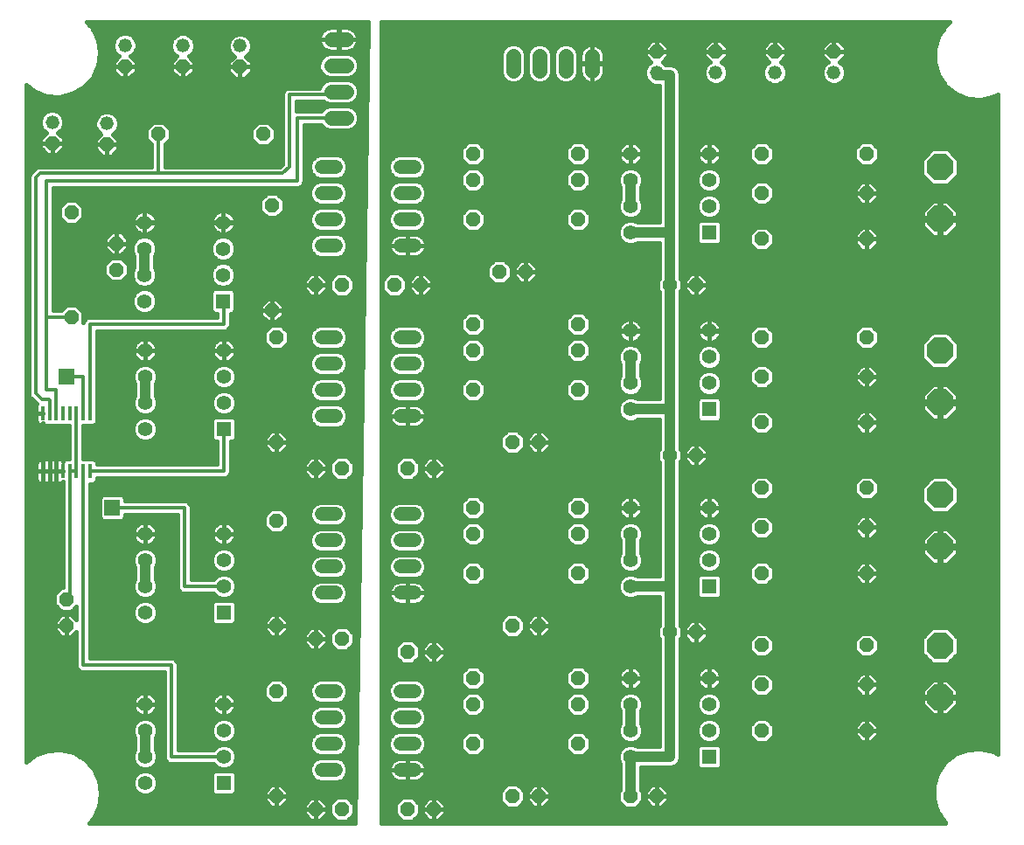
<source format=gtl>
G75*
G70*
%OFA0B0*%
%FSLAX24Y24*%
%IPPOS*%
%LPD*%
%AMOC8*
5,1,8,0,0,1.08239X$1,22.5*
%
%ADD10OC8,0.0520*%
%ADD11C,0.0520*%
%ADD12OC8,0.1000*%
%ADD13C,0.0520*%
%ADD14R,0.0550X0.0550*%
%ADD15C,0.0550*%
%ADD16R,0.0140X0.0580*%
%ADD17C,0.0560*%
%ADD18C,0.0400*%
%ADD19C,0.0160*%
%ADD20C,0.0120*%
%ADD21R,0.0591X0.0591*%
D10*
X002000Y008000D03*
X002000Y009000D03*
X010000Y008000D03*
X011500Y007500D03*
X012500Y007500D03*
X015000Y007000D03*
X016000Y007000D03*
X017500Y006000D03*
X017500Y005000D03*
X017500Y003500D03*
X019000Y001500D03*
X020000Y001500D03*
X021500Y003500D03*
X021500Y005000D03*
X021500Y006000D03*
X020000Y008000D03*
X019000Y008000D03*
X017500Y010000D03*
X017500Y011500D03*
X017500Y012500D03*
X016000Y014000D03*
X015000Y014000D03*
X012500Y014000D03*
X011500Y014000D03*
X010000Y015000D03*
X010000Y012000D03*
X010000Y005500D03*
X010000Y001500D03*
X011500Y001000D03*
X012500Y001000D03*
X015000Y001000D03*
X016000Y001000D03*
X023500Y001500D03*
X024500Y001500D03*
X028500Y004000D03*
X028500Y005750D03*
X028500Y007250D03*
X026000Y007750D03*
X025000Y007750D03*
X021500Y010000D03*
X021500Y011500D03*
X021500Y012500D03*
X020000Y015000D03*
X019000Y015000D03*
X017500Y017000D03*
X017500Y018500D03*
X017500Y019500D03*
X018500Y021500D03*
X019500Y021500D03*
X021500Y019500D03*
X021500Y018500D03*
X021500Y017000D03*
X025000Y014500D03*
X026000Y014500D03*
X028500Y013250D03*
X028500Y011750D03*
X028500Y010000D03*
X032500Y010000D03*
X032500Y011750D03*
X032500Y013250D03*
X032500Y015750D03*
X032500Y017500D03*
X032500Y019000D03*
X028500Y019000D03*
X028500Y017500D03*
X028500Y015750D03*
X026000Y021000D03*
X025000Y021000D03*
X028500Y022750D03*
X028500Y024500D03*
X028500Y026000D03*
X032500Y026000D03*
X032500Y024500D03*
X032500Y022750D03*
X031250Y029900D03*
X029000Y029900D03*
X026750Y029900D03*
X024500Y029900D03*
X021500Y026000D03*
X021500Y025000D03*
X021500Y023500D03*
X017500Y023500D03*
X017500Y025000D03*
X017500Y026000D03*
X015500Y021000D03*
X014500Y021000D03*
X012500Y021000D03*
X011500Y021000D03*
X009838Y020031D03*
X010000Y019000D03*
X009838Y024031D03*
X009500Y026750D03*
X008620Y029316D03*
X006438Y029323D03*
X004227Y029329D03*
X005500Y026750D03*
X003546Y026352D03*
X001459Y026407D03*
X002190Y023760D03*
X003907Y022577D03*
X003907Y021577D03*
X002190Y019760D03*
X032500Y007250D03*
X032500Y005750D03*
X032500Y004000D03*
D11*
X003546Y027152D03*
X001459Y027207D03*
X004227Y030129D03*
X006438Y030123D03*
X008620Y030116D03*
X024500Y029100D03*
X026750Y029100D03*
X029000Y029100D03*
X031250Y029100D03*
D12*
X035303Y025484D03*
X035303Y023516D03*
X035303Y018484D03*
X035303Y016516D03*
X035303Y012984D03*
X035303Y011016D03*
X035303Y007234D03*
X035303Y005266D03*
D13*
X015260Y005500D02*
X014740Y005500D01*
X014740Y004500D02*
X015260Y004500D01*
X015260Y003500D02*
X014740Y003500D01*
X014740Y002500D02*
X015260Y002500D01*
X012260Y002500D02*
X011740Y002500D01*
X011740Y003500D02*
X012260Y003500D01*
X012260Y004500D02*
X011740Y004500D01*
X011740Y005500D02*
X012260Y005500D01*
X012260Y009250D02*
X011740Y009250D01*
X011740Y010250D02*
X012260Y010250D01*
X012260Y011250D02*
X011740Y011250D01*
X011740Y012250D02*
X012260Y012250D01*
X014740Y012250D02*
X015260Y012250D01*
X015260Y011250D02*
X014740Y011250D01*
X014740Y010250D02*
X015260Y010250D01*
X015260Y009250D02*
X014740Y009250D01*
X014740Y016000D02*
X015260Y016000D01*
X015260Y017000D02*
X014740Y017000D01*
X014740Y018000D02*
X015260Y018000D01*
X015260Y019000D02*
X014740Y019000D01*
X012260Y019000D02*
X011740Y019000D01*
X011740Y018000D02*
X012260Y018000D01*
X012260Y017000D02*
X011740Y017000D01*
X011740Y016000D02*
X012260Y016000D01*
X012260Y022500D02*
X011740Y022500D01*
X011740Y023500D02*
X012260Y023500D01*
X012260Y024500D02*
X011740Y024500D01*
X011740Y025500D02*
X012260Y025500D01*
X014740Y025500D02*
X015260Y025500D01*
X015260Y024500D02*
X014740Y024500D01*
X014740Y023500D02*
X015260Y023500D01*
X015260Y022500D02*
X014740Y022500D01*
D14*
X007977Y020382D03*
X008000Y015500D03*
X008000Y008500D03*
X008000Y002000D03*
X026500Y003000D03*
X026500Y009500D03*
X026500Y016250D03*
X026500Y023000D03*
D15*
X026500Y024000D03*
X026500Y025000D03*
X026500Y026000D03*
X023500Y026000D03*
X023500Y025000D03*
X023500Y024000D03*
X023500Y023000D03*
X023500Y019250D03*
X023500Y018250D03*
X023500Y017250D03*
X023500Y016250D03*
X026500Y017250D03*
X026500Y018250D03*
X026500Y019250D03*
X026500Y012500D03*
X026500Y011500D03*
X026500Y010500D03*
X023500Y010500D03*
X023500Y009500D03*
X023500Y011500D03*
X023500Y012500D03*
X023500Y006000D03*
X023500Y005000D03*
X023500Y004000D03*
X023500Y003000D03*
X026500Y004000D03*
X026500Y005000D03*
X026500Y006000D03*
X008000Y005000D03*
X008000Y004000D03*
X008000Y003000D03*
X005000Y003000D03*
X005000Y002000D03*
X005000Y004000D03*
X005000Y005000D03*
X005000Y008500D03*
X005000Y009500D03*
X005000Y010500D03*
X005000Y011500D03*
X008000Y011500D03*
X008000Y010500D03*
X008000Y009500D03*
X005000Y015500D03*
X005000Y016500D03*
X005000Y017500D03*
X005000Y018500D03*
X004977Y020382D03*
X004977Y021382D03*
X004977Y022382D03*
X004977Y023382D03*
X007977Y023382D03*
X007977Y022382D03*
X007977Y021382D03*
X008000Y018500D03*
X008000Y017500D03*
X008000Y016500D03*
D16*
X002900Y016110D03*
X002640Y016110D03*
X002380Y016110D03*
X002130Y016110D03*
X001870Y016110D03*
X001620Y016110D03*
X001360Y016110D03*
X001100Y016110D03*
X001100Y013890D03*
X001360Y013890D03*
X001620Y013890D03*
X001870Y013890D03*
X002130Y013890D03*
X002380Y013890D03*
X002640Y013890D03*
X002900Y013890D03*
D17*
X012098Y027366D02*
X012658Y027366D01*
X012658Y028366D02*
X012098Y028366D01*
X012098Y029366D02*
X012658Y029366D01*
X012658Y030366D02*
X012098Y030366D01*
X019039Y029724D02*
X019039Y029164D01*
X020039Y029164D02*
X020039Y029724D01*
X021039Y029724D02*
X021039Y029164D01*
X022039Y029164D02*
X022039Y029724D01*
D18*
X024500Y029100D02*
X024500Y029000D01*
X025000Y029000D01*
X025000Y023000D01*
X023500Y023000D01*
X023500Y024000D02*
X023500Y025000D01*
X025000Y023000D02*
X025000Y021000D01*
X025000Y016250D01*
X023500Y016250D01*
X023500Y017250D02*
X023500Y018250D01*
X025000Y016250D02*
X025000Y014500D01*
X025000Y009500D01*
X023500Y009500D01*
X023500Y010500D02*
X023500Y011500D01*
X025000Y009500D02*
X025000Y007750D01*
X025000Y003000D01*
X023500Y003000D01*
X023500Y001500D01*
X023500Y004000D02*
X023500Y005000D01*
X005000Y004000D02*
X005000Y003000D01*
X005000Y009500D02*
X005000Y010500D01*
X005000Y016500D02*
X005000Y017500D01*
X004977Y021382D02*
X004977Y022382D01*
D19*
X003028Y000654D02*
X002867Y000480D01*
X013008Y000480D01*
X013492Y031016D01*
X002784Y031016D01*
X002988Y030796D01*
X002988Y030796D01*
X003205Y030345D01*
X003205Y030345D01*
X003280Y029850D01*
X003205Y029355D01*
X002988Y028904D01*
X002988Y028904D01*
X002647Y028537D01*
X002647Y028537D01*
X002214Y028286D01*
X002214Y028286D01*
X001726Y028175D01*
X001726Y028175D01*
X001226Y028212D01*
X001226Y028212D01*
X000760Y028395D01*
X000760Y028395D01*
X000480Y028618D01*
X000480Y002800D01*
X000800Y003055D01*
X000800Y003055D01*
X001266Y003238D01*
X001766Y003275D01*
X002254Y003164D01*
X002687Y002913D01*
X003028Y002546D01*
X003028Y002546D01*
X003028Y002546D01*
X003245Y002095D01*
X003245Y002095D01*
X003320Y001600D01*
X003245Y001105D01*
X003245Y001105D01*
X003028Y000654D01*
X003028Y000654D01*
X003010Y000634D02*
X011244Y000634D01*
X011318Y000560D02*
X011500Y000560D01*
X011682Y000560D01*
X011940Y000818D01*
X011940Y001000D01*
X011940Y001182D01*
X011682Y001440D01*
X011500Y001440D01*
X011500Y001000D01*
X011940Y001000D01*
X011500Y001000D01*
X011500Y001000D01*
X011500Y001000D01*
X011500Y000560D01*
X011500Y001000D01*
X011500Y001000D01*
X011500Y001000D01*
X011060Y001000D01*
X011060Y001182D01*
X011318Y001440D01*
X011500Y001440D01*
X011500Y001000D01*
X011060Y001000D01*
X011060Y000818D01*
X011318Y000560D01*
X011500Y000634D02*
X011500Y000634D01*
X011500Y000793D02*
X011500Y000793D01*
X011500Y000951D02*
X011500Y000951D01*
X011500Y001110D02*
X011500Y001110D01*
X011500Y001268D02*
X011500Y001268D01*
X011500Y001427D02*
X011500Y001427D01*
X011696Y001427D02*
X012276Y001427D01*
X012309Y001460D02*
X012040Y001191D01*
X012040Y000809D01*
X012309Y000540D01*
X012691Y000540D01*
X012960Y000809D01*
X012960Y001191D01*
X012691Y001460D01*
X012309Y001460D01*
X012117Y001268D02*
X011854Y001268D01*
X011940Y001110D02*
X012040Y001110D01*
X012040Y000951D02*
X011940Y000951D01*
X011915Y000793D02*
X012057Y000793D01*
X012215Y000634D02*
X011756Y000634D01*
X011085Y000793D02*
X003095Y000793D01*
X003171Y000951D02*
X011060Y000951D01*
X011060Y001110D02*
X010232Y001110D01*
X010182Y001060D02*
X010440Y001318D01*
X010440Y001500D01*
X010440Y001682D01*
X010182Y001940D01*
X010000Y001940D01*
X010000Y001500D01*
X010000Y001500D01*
X010440Y001500D01*
X010000Y001500D01*
X010000Y001500D01*
X010000Y001500D01*
X009560Y001500D01*
X009560Y001682D01*
X009818Y001940D01*
X010000Y001940D01*
X010000Y001500D01*
X010000Y001060D01*
X010182Y001060D01*
X010000Y001060D02*
X010000Y001500D01*
X010000Y001500D01*
X009560Y001500D01*
X009560Y001318D01*
X009818Y001060D01*
X010000Y001060D01*
X010000Y001110D02*
X010000Y001110D01*
X010000Y001268D02*
X010000Y001268D01*
X010000Y001427D02*
X010000Y001427D01*
X010000Y001585D02*
X010000Y001585D01*
X010000Y001744D02*
X010000Y001744D01*
X010000Y001902D02*
X010000Y001902D01*
X010220Y001902D02*
X013030Y001902D01*
X013028Y001744D02*
X010379Y001744D01*
X010440Y001585D02*
X013025Y001585D01*
X013023Y001427D02*
X012724Y001427D01*
X012883Y001268D02*
X013020Y001268D01*
X013018Y001110D02*
X012960Y001110D01*
X012960Y000951D02*
X013015Y000951D01*
X013013Y000793D02*
X012943Y000793D01*
X013010Y000634D02*
X012785Y000634D01*
X014000Y000634D02*
X014715Y000634D01*
X014809Y000540D02*
X015191Y000540D01*
X015460Y000809D01*
X015460Y001191D01*
X015191Y001460D01*
X014809Y001460D01*
X014540Y001191D01*
X014540Y000809D01*
X014809Y000540D01*
X014557Y000793D02*
X014000Y000793D01*
X014000Y000951D02*
X014540Y000951D01*
X014540Y001110D02*
X014000Y001110D01*
X014000Y001268D02*
X014617Y001268D01*
X014776Y001427D02*
X014000Y001427D01*
X014000Y001585D02*
X018540Y001585D01*
X018540Y001691D02*
X018540Y001309D01*
X018809Y001040D01*
X019191Y001040D01*
X019460Y001309D01*
X019460Y001691D01*
X019191Y001960D01*
X018809Y001960D01*
X018540Y001691D01*
X018593Y001744D02*
X014000Y001744D01*
X014000Y001902D02*
X018751Y001902D01*
X019249Y001902D02*
X019780Y001902D01*
X019818Y001940D02*
X019560Y001682D01*
X019560Y001500D01*
X020000Y001500D01*
X020440Y001500D01*
X020440Y001682D01*
X020182Y001940D01*
X020000Y001940D01*
X020000Y001500D01*
X020000Y001500D01*
X020000Y001500D01*
X020440Y001500D01*
X020440Y001318D01*
X020182Y001060D01*
X020000Y001060D01*
X020000Y001500D01*
X020000Y001500D01*
X020000Y001500D01*
X020000Y001940D01*
X019818Y001940D01*
X020000Y001902D02*
X020000Y001902D01*
X020000Y001744D02*
X020000Y001744D01*
X020000Y001585D02*
X020000Y001585D01*
X020000Y001500D02*
X019560Y001500D01*
X019560Y001318D01*
X019818Y001060D01*
X020000Y001060D01*
X020000Y001500D01*
X020000Y001427D02*
X020000Y001427D01*
X020000Y001268D02*
X020000Y001268D01*
X020000Y001110D02*
X020000Y001110D01*
X020232Y001110D02*
X023240Y001110D01*
X023309Y001040D02*
X023691Y001040D01*
X023960Y001309D01*
X023960Y001691D01*
X023900Y001751D01*
X023900Y002600D01*
X025080Y002600D01*
X025227Y002661D01*
X025339Y002773D01*
X025400Y002920D01*
X025400Y007499D01*
X025460Y007559D01*
X025460Y007941D01*
X025400Y008001D01*
X025400Y014249D01*
X025460Y014309D01*
X025460Y014691D01*
X025400Y014751D01*
X025400Y020749D01*
X025460Y020809D01*
X025460Y021191D01*
X025400Y021251D01*
X025400Y029080D01*
X025339Y029227D01*
X025227Y029339D01*
X025080Y029400D01*
X024851Y029400D01*
X024761Y029490D01*
X024726Y029504D01*
X024940Y029718D01*
X024940Y029900D01*
X024940Y030082D01*
X024682Y030340D01*
X024500Y030340D01*
X024500Y029900D01*
X024500Y029900D01*
X024940Y029900D01*
X024500Y029900D01*
X024500Y029900D01*
X024500Y029900D01*
X024060Y029900D01*
X024060Y030082D01*
X024318Y030340D01*
X024500Y030340D01*
X024500Y029900D01*
X024060Y029900D01*
X024060Y029718D01*
X024274Y029504D01*
X024239Y029490D01*
X024110Y029361D01*
X024040Y029191D01*
X024040Y029008D01*
X024110Y028839D01*
X024150Y028799D01*
X024161Y028773D01*
X024273Y028661D01*
X024420Y028600D01*
X024600Y028600D01*
X024600Y023400D01*
X023772Y023400D01*
X023769Y023403D01*
X023594Y023475D01*
X023406Y023475D01*
X023231Y023403D01*
X023097Y023269D01*
X023025Y023094D01*
X023025Y022906D01*
X023097Y022731D01*
X023231Y022597D01*
X023406Y022525D01*
X023594Y022525D01*
X023769Y022597D01*
X023772Y022600D01*
X024600Y022600D01*
X024600Y021251D01*
X024540Y021191D01*
X024540Y020809D01*
X024600Y020749D01*
X024600Y016650D01*
X023772Y016650D01*
X023769Y016653D01*
X023594Y016725D01*
X023406Y016725D01*
X023231Y016653D01*
X023097Y016519D01*
X023025Y016344D01*
X023025Y016156D01*
X023097Y015981D01*
X023231Y015847D01*
X023406Y015775D01*
X023594Y015775D01*
X023769Y015847D01*
X023772Y015850D01*
X024600Y015850D01*
X024600Y014751D01*
X024540Y014691D01*
X024540Y014309D01*
X024600Y014249D01*
X024600Y009900D01*
X023772Y009900D01*
X023769Y009903D01*
X023594Y009975D01*
X023406Y009975D01*
X023231Y009903D01*
X023097Y009769D01*
X023025Y009594D01*
X023025Y009406D01*
X023097Y009231D01*
X023231Y009097D01*
X023406Y009025D01*
X023594Y009025D01*
X023769Y009097D01*
X023772Y009100D01*
X024600Y009100D01*
X024600Y008001D01*
X024540Y007941D01*
X024540Y007559D01*
X024600Y007499D01*
X024600Y003400D01*
X023772Y003400D01*
X023769Y003403D01*
X023594Y003475D01*
X023406Y003475D01*
X023231Y003403D01*
X023097Y003269D01*
X023025Y003094D01*
X023025Y002906D01*
X023097Y002731D01*
X023100Y002728D01*
X023100Y001751D01*
X023040Y001691D01*
X023040Y001309D01*
X023309Y001040D01*
X023081Y001268D02*
X020390Y001268D01*
X020440Y001427D02*
X023040Y001427D01*
X023040Y001585D02*
X020440Y001585D01*
X020379Y001744D02*
X023093Y001744D01*
X023100Y001902D02*
X020220Y001902D01*
X019621Y001744D02*
X019407Y001744D01*
X019460Y001585D02*
X019560Y001585D01*
X019560Y001427D02*
X019460Y001427D01*
X019419Y001268D02*
X019610Y001268D01*
X019768Y001110D02*
X019260Y001110D01*
X018740Y001110D02*
X016440Y001110D01*
X016440Y001182D02*
X016182Y001440D01*
X016000Y001440D01*
X016000Y001000D01*
X016440Y001000D01*
X016440Y001182D01*
X016354Y001268D02*
X018581Y001268D01*
X018540Y001427D02*
X016196Y001427D01*
X016000Y001427D02*
X016000Y001427D01*
X016000Y001440D02*
X015818Y001440D01*
X015560Y001182D01*
X015560Y001000D01*
X016000Y001000D01*
X016000Y001000D01*
X016000Y001000D01*
X016440Y001000D01*
X016440Y000818D01*
X016182Y000560D01*
X016000Y000560D01*
X016000Y001000D01*
X016000Y001000D01*
X016000Y001000D01*
X016000Y001440D01*
X016000Y001268D02*
X016000Y001268D01*
X016000Y001110D02*
X016000Y001110D01*
X016000Y001000D02*
X015560Y001000D01*
X015560Y000818D01*
X015818Y000560D01*
X016000Y000560D01*
X016000Y001000D01*
X016000Y000951D02*
X016000Y000951D01*
X016000Y000793D02*
X016000Y000793D01*
X016000Y000634D02*
X016000Y000634D01*
X016256Y000634D02*
X035395Y000634D01*
X035488Y000497D02*
X035206Y000911D01*
X035206Y000911D01*
X035059Y001390D01*
X035059Y001890D01*
X035206Y002369D01*
X035206Y002369D01*
X035488Y002783D01*
X035488Y002783D01*
X035488Y002783D01*
X035880Y003095D01*
X035880Y003095D01*
X036346Y003278D01*
X036346Y003278D01*
X036846Y003315D01*
X036846Y003315D01*
X037334Y003204D01*
X037334Y003204D01*
X037500Y003108D01*
X037500Y028265D01*
X037364Y028186D01*
X037364Y028186D01*
X036876Y028075D01*
X036876Y028075D01*
X036376Y028112D01*
X036376Y028112D01*
X035910Y028295D01*
X035910Y028295D01*
X035518Y028607D01*
X035518Y028607D01*
X035518Y028607D01*
X035236Y029021D01*
X035236Y029021D01*
X035089Y029500D01*
X035089Y030000D01*
X035236Y030479D01*
X035236Y030479D01*
X035518Y030893D01*
X035518Y030893D01*
X035518Y030893D01*
X035673Y031016D01*
X014000Y031016D01*
X014000Y000480D01*
X035510Y000480D01*
X035488Y000497D01*
X035488Y000497D01*
X035488Y000497D01*
X035287Y000793D02*
X016415Y000793D01*
X016440Y000951D02*
X035194Y000951D01*
X035145Y001110D02*
X024732Y001110D01*
X024682Y001060D02*
X024940Y001318D01*
X024940Y001500D01*
X024940Y001682D01*
X024682Y001940D01*
X024500Y001940D01*
X024500Y001500D01*
X024940Y001500D01*
X024500Y001500D01*
X024500Y001500D01*
X024500Y001500D01*
X024500Y001060D01*
X024682Y001060D01*
X024500Y001060D02*
X024500Y001500D01*
X024500Y001500D01*
X024500Y001500D01*
X024060Y001500D01*
X024060Y001682D01*
X024318Y001940D01*
X024500Y001940D01*
X024500Y001500D01*
X024060Y001500D01*
X024060Y001318D01*
X024318Y001060D01*
X024500Y001060D01*
X024500Y001110D02*
X024500Y001110D01*
X024500Y001268D02*
X024500Y001268D01*
X024500Y001427D02*
X024500Y001427D01*
X024500Y001585D02*
X024500Y001585D01*
X024500Y001744D02*
X024500Y001744D01*
X024500Y001902D02*
X024500Y001902D01*
X024720Y001902D02*
X035062Y001902D01*
X035059Y001744D02*
X024879Y001744D01*
X024940Y001585D02*
X035059Y001585D01*
X035059Y001427D02*
X024940Y001427D01*
X024890Y001268D02*
X035096Y001268D01*
X035111Y002061D02*
X023900Y002061D01*
X023900Y002219D02*
X035160Y002219D01*
X035212Y002378D02*
X023900Y002378D01*
X023900Y002536D02*
X026131Y002536D01*
X026142Y002525D02*
X026858Y002525D01*
X026975Y002642D01*
X026975Y003358D01*
X026858Y003475D01*
X026142Y003475D01*
X026025Y003358D01*
X026025Y002642D01*
X026142Y002525D01*
X026025Y002695D02*
X025260Y002695D01*
X025372Y002853D02*
X026025Y002853D01*
X026025Y003012D02*
X025400Y003012D01*
X025400Y003170D02*
X026025Y003170D01*
X026025Y003329D02*
X025400Y003329D01*
X025400Y003487D02*
X037500Y003487D01*
X037500Y003329D02*
X026975Y003329D01*
X026975Y003170D02*
X036071Y003170D01*
X035775Y003012D02*
X026975Y003012D01*
X026975Y002853D02*
X035577Y002853D01*
X035428Y002695D02*
X026975Y002695D01*
X026869Y002536D02*
X035320Y002536D01*
X035351Y004586D02*
X035585Y004586D01*
X035983Y004984D01*
X035983Y005218D01*
X035351Y005218D01*
X035351Y005314D01*
X035255Y005314D01*
X035255Y005946D01*
X035021Y005946D01*
X034623Y005547D01*
X034623Y005314D01*
X035255Y005314D01*
X035255Y005218D01*
X034623Y005218D01*
X034623Y004984D01*
X035021Y004586D01*
X035255Y004586D01*
X035255Y005218D01*
X035351Y005218D01*
X035351Y004586D01*
X035351Y004597D02*
X035255Y004597D01*
X035255Y004755D02*
X035351Y004755D01*
X035351Y004914D02*
X035255Y004914D01*
X035255Y005072D02*
X035351Y005072D01*
X035351Y005231D02*
X037500Y005231D01*
X037500Y005389D02*
X035983Y005389D01*
X035983Y005314D02*
X035983Y005547D01*
X035585Y005946D01*
X035351Y005946D01*
X035351Y005314D01*
X035983Y005314D01*
X035983Y005548D02*
X037500Y005548D01*
X037500Y005706D02*
X035825Y005706D01*
X035666Y005865D02*
X037500Y005865D01*
X037500Y006023D02*
X032849Y006023D01*
X032940Y005932D02*
X032682Y006190D01*
X032500Y006190D01*
X032500Y005750D01*
X032940Y005750D01*
X032940Y005932D01*
X032940Y005865D02*
X034940Y005865D01*
X034782Y005706D02*
X032940Y005706D01*
X032940Y005750D02*
X032500Y005750D01*
X032500Y005750D01*
X032500Y005750D01*
X032500Y005310D01*
X032682Y005310D01*
X032940Y005568D01*
X032940Y005750D01*
X032920Y005548D02*
X034623Y005548D01*
X034623Y005389D02*
X032761Y005389D01*
X032500Y005389D02*
X032500Y005389D01*
X032500Y005310D02*
X032500Y005750D01*
X032500Y005750D01*
X032500Y005750D01*
X032060Y005750D01*
X032060Y005932D01*
X032318Y006190D01*
X032500Y006190D01*
X032500Y005750D01*
X032060Y005750D01*
X032060Y005568D01*
X032318Y005310D01*
X032500Y005310D01*
X032500Y005548D02*
X032500Y005548D01*
X032500Y005706D02*
X032500Y005706D01*
X032500Y005865D02*
X032500Y005865D01*
X032500Y006023D02*
X032500Y006023D01*
X032500Y006182D02*
X032500Y006182D01*
X032691Y006182D02*
X037500Y006182D01*
X037500Y006340D02*
X026803Y006340D01*
X026796Y006347D02*
X026738Y006389D01*
X026675Y006422D01*
X026607Y006444D01*
X026536Y006455D01*
X026508Y006455D01*
X026508Y006008D01*
X026955Y006008D01*
X026955Y006036D01*
X026944Y006107D01*
X026922Y006175D01*
X026889Y006238D01*
X026847Y006296D01*
X026796Y006347D01*
X026918Y006182D02*
X028281Y006182D01*
X028309Y006210D02*
X028040Y005941D01*
X028040Y005559D01*
X028309Y005290D01*
X028691Y005290D01*
X028960Y005559D01*
X028960Y005941D01*
X028691Y006210D01*
X028309Y006210D01*
X028122Y006023D02*
X026955Y006023D01*
X026955Y005992D02*
X026508Y005992D01*
X026508Y006008D01*
X026492Y006008D01*
X026492Y006455D01*
X026464Y006455D01*
X026393Y006444D01*
X026325Y006422D01*
X026262Y006389D01*
X026204Y006347D01*
X026153Y006296D01*
X026111Y006238D01*
X026078Y006175D01*
X026056Y006107D01*
X026045Y006036D01*
X026045Y006008D01*
X026492Y006008D01*
X026492Y005992D01*
X026508Y005992D01*
X026508Y005545D01*
X026536Y005545D01*
X026607Y005556D01*
X026675Y005578D01*
X026738Y005611D01*
X026796Y005653D01*
X026847Y005704D01*
X026889Y005762D01*
X026922Y005825D01*
X026944Y005893D01*
X026955Y005964D01*
X026955Y005992D01*
X026934Y005865D02*
X028040Y005865D01*
X028040Y005706D02*
X026849Y005706D01*
X026769Y005403D02*
X026594Y005475D01*
X026406Y005475D01*
X026231Y005403D01*
X026097Y005269D01*
X026025Y005094D01*
X026025Y004906D01*
X026097Y004731D01*
X026231Y004597D01*
X026406Y004525D01*
X026594Y004525D01*
X026769Y004597D01*
X026903Y004731D01*
X026975Y004906D01*
X026975Y005094D01*
X026903Y005269D01*
X026769Y005403D01*
X026783Y005389D02*
X028210Y005389D01*
X028052Y005548D02*
X026552Y005548D01*
X026508Y005548D02*
X026492Y005548D01*
X026492Y005545D02*
X026492Y005992D01*
X026045Y005992D01*
X026045Y005964D01*
X026056Y005893D01*
X026078Y005825D01*
X026111Y005762D01*
X026153Y005704D01*
X026204Y005653D01*
X026262Y005611D01*
X026325Y005578D01*
X026393Y005556D01*
X026464Y005545D01*
X026492Y005545D01*
X026448Y005548D02*
X025400Y005548D01*
X025400Y005706D02*
X026151Y005706D01*
X026066Y005865D02*
X025400Y005865D01*
X025400Y006023D02*
X026045Y006023D01*
X026082Y006182D02*
X025400Y006182D01*
X025400Y006340D02*
X026197Y006340D01*
X026492Y006340D02*
X026508Y006340D01*
X026492Y006182D02*
X026508Y006182D01*
X026492Y006023D02*
X026508Y006023D01*
X026492Y005865D02*
X026508Y005865D01*
X026492Y005706D02*
X026508Y005706D01*
X026217Y005389D02*
X025400Y005389D01*
X025400Y005231D02*
X026081Y005231D01*
X026025Y005072D02*
X025400Y005072D01*
X025400Y004914D02*
X026025Y004914D01*
X026087Y004755D02*
X025400Y004755D01*
X025400Y004597D02*
X026233Y004597D01*
X026316Y004438D02*
X025400Y004438D01*
X025400Y004280D02*
X026108Y004280D01*
X026097Y004269D02*
X026025Y004094D01*
X026025Y003906D01*
X026097Y003731D01*
X026231Y003597D01*
X026406Y003525D01*
X026594Y003525D01*
X026769Y003597D01*
X026903Y003731D01*
X026975Y003906D01*
X026975Y004094D01*
X026903Y004269D01*
X026769Y004403D01*
X026594Y004475D01*
X026406Y004475D01*
X026231Y004403D01*
X026097Y004269D01*
X026036Y004121D02*
X025400Y004121D01*
X025400Y003963D02*
X026025Y003963D01*
X026067Y003804D02*
X025400Y003804D01*
X025400Y003646D02*
X026183Y003646D01*
X026817Y003646D02*
X028204Y003646D01*
X028309Y003540D02*
X028691Y003540D01*
X028960Y003809D01*
X028960Y004191D01*
X028691Y004460D01*
X028309Y004460D01*
X028040Y004191D01*
X028040Y003809D01*
X028309Y003540D01*
X028045Y003804D02*
X026933Y003804D01*
X026975Y003963D02*
X028040Y003963D01*
X028040Y004121D02*
X026964Y004121D01*
X026892Y004280D02*
X028129Y004280D01*
X028287Y004438D02*
X026684Y004438D01*
X026767Y004597D02*
X035011Y004597D01*
X034852Y004755D02*
X026913Y004755D01*
X026975Y004914D02*
X034694Y004914D01*
X034623Y005072D02*
X026975Y005072D01*
X026919Y005231D02*
X035255Y005231D01*
X035255Y005389D02*
X035351Y005389D01*
X035351Y005548D02*
X035255Y005548D01*
X035255Y005706D02*
X035351Y005706D01*
X035351Y005865D02*
X035255Y005865D01*
X035013Y006534D02*
X035593Y006534D01*
X036003Y006944D01*
X036003Y007524D01*
X035593Y007934D01*
X035013Y007934D01*
X034603Y007524D01*
X034603Y006944D01*
X035013Y006534D01*
X034890Y006657D02*
X025400Y006657D01*
X025400Y006499D02*
X037500Y006499D01*
X037500Y006657D02*
X035716Y006657D01*
X035874Y006816D02*
X037500Y006816D01*
X037500Y006974D02*
X036003Y006974D01*
X036003Y007133D02*
X037500Y007133D01*
X037500Y007291D02*
X036003Y007291D01*
X036003Y007450D02*
X037500Y007450D01*
X037500Y007608D02*
X035919Y007608D01*
X035761Y007767D02*
X037500Y007767D01*
X037500Y007925D02*
X035602Y007925D01*
X035004Y007925D02*
X026440Y007925D01*
X026440Y007932D02*
X026182Y008190D01*
X026000Y008190D01*
X026000Y007750D01*
X026440Y007750D01*
X026440Y007932D01*
X026440Y007767D02*
X034845Y007767D01*
X034687Y007608D02*
X032793Y007608D01*
X032691Y007710D02*
X032309Y007710D01*
X032040Y007441D01*
X032040Y007059D01*
X032309Y006790D01*
X032691Y006790D01*
X032960Y007059D01*
X032960Y007441D01*
X032691Y007710D01*
X032951Y007450D02*
X034603Y007450D01*
X034603Y007291D02*
X032960Y007291D01*
X032960Y007133D02*
X034603Y007133D01*
X034603Y006974D02*
X032875Y006974D01*
X032716Y006816D02*
X034732Y006816D01*
X035983Y005072D02*
X037500Y005072D01*
X037500Y004914D02*
X035913Y004914D01*
X035754Y004755D02*
X037500Y004755D01*
X037500Y004597D02*
X035596Y004597D01*
X037500Y004438D02*
X032684Y004438D01*
X032682Y004440D02*
X032500Y004440D01*
X032500Y004000D01*
X032940Y004000D01*
X032940Y004182D01*
X032682Y004440D01*
X032500Y004438D02*
X032500Y004438D01*
X032500Y004440D02*
X032318Y004440D01*
X032060Y004182D01*
X032060Y004000D01*
X032500Y004000D01*
X032500Y004000D01*
X032500Y004000D01*
X032940Y004000D01*
X032940Y003818D01*
X032682Y003560D01*
X032500Y003560D01*
X032500Y004000D01*
X032500Y004000D01*
X032500Y004000D01*
X032500Y004440D01*
X032500Y004280D02*
X032500Y004280D01*
X032500Y004121D02*
X032500Y004121D01*
X032500Y004000D02*
X032060Y004000D01*
X032060Y003818D01*
X032318Y003560D01*
X032500Y003560D01*
X032500Y004000D01*
X032500Y003963D02*
X032500Y003963D01*
X032500Y003804D02*
X032500Y003804D01*
X032500Y003646D02*
X032500Y003646D01*
X032768Y003646D02*
X037500Y003646D01*
X037500Y003804D02*
X032926Y003804D01*
X032940Y003963D02*
X037500Y003963D01*
X037500Y004121D02*
X032940Y004121D01*
X032843Y004280D02*
X037500Y004280D01*
X037500Y003170D02*
X037392Y003170D01*
X032232Y003646D02*
X028796Y003646D01*
X028955Y003804D02*
X032074Y003804D01*
X032060Y003963D02*
X028960Y003963D01*
X028960Y004121D02*
X032060Y004121D01*
X032157Y004280D02*
X028871Y004280D01*
X028713Y004438D02*
X032316Y004438D01*
X032239Y005389D02*
X028790Y005389D01*
X028948Y005548D02*
X032080Y005548D01*
X032060Y005706D02*
X028960Y005706D01*
X028960Y005865D02*
X032060Y005865D01*
X032151Y006023D02*
X028878Y006023D01*
X028719Y006182D02*
X032309Y006182D01*
X032284Y006816D02*
X028716Y006816D01*
X028691Y006790D02*
X028960Y007059D01*
X028960Y007441D01*
X028691Y007710D01*
X028309Y007710D01*
X028040Y007441D01*
X028040Y007059D01*
X028309Y006790D01*
X028691Y006790D01*
X028875Y006974D02*
X032125Y006974D01*
X032040Y007133D02*
X028960Y007133D01*
X028960Y007291D02*
X032040Y007291D01*
X032049Y007450D02*
X028951Y007450D01*
X028793Y007608D02*
X032207Y007608D01*
X032318Y009560D02*
X032060Y009818D01*
X032060Y010000D01*
X032500Y010000D01*
X032940Y010000D01*
X032940Y010182D01*
X032682Y010440D01*
X032500Y010440D01*
X032500Y010000D01*
X032500Y010000D01*
X032500Y010000D01*
X032940Y010000D01*
X032940Y009818D01*
X032682Y009560D01*
X032500Y009560D01*
X032500Y010000D01*
X032500Y010000D01*
X032500Y010000D01*
X032500Y010440D01*
X032318Y010440D01*
X032060Y010182D01*
X032060Y010000D01*
X032500Y010000D01*
X032500Y009560D01*
X032318Y009560D01*
X032209Y009669D02*
X028819Y009669D01*
X028691Y009540D02*
X028960Y009809D01*
X028960Y010191D01*
X028691Y010460D01*
X028309Y010460D01*
X028040Y010191D01*
X028040Y009809D01*
X028309Y009540D01*
X028691Y009540D01*
X028960Y009827D02*
X032060Y009827D01*
X032060Y009986D02*
X028960Y009986D01*
X028960Y010144D02*
X032060Y010144D01*
X032180Y010303D02*
X028848Y010303D01*
X028181Y009669D02*
X026975Y009669D01*
X026975Y009827D02*
X028040Y009827D01*
X028040Y009986D02*
X025400Y009986D01*
X025400Y010144D02*
X026184Y010144D01*
X026231Y010097D02*
X026406Y010025D01*
X026594Y010025D01*
X026769Y010097D01*
X026903Y010231D01*
X026975Y010406D01*
X026975Y010594D01*
X026903Y010769D01*
X026769Y010903D01*
X026594Y010975D01*
X026406Y010975D01*
X026231Y010903D01*
X026097Y010769D01*
X026025Y010594D01*
X026025Y010406D01*
X026097Y010231D01*
X026231Y010097D01*
X026142Y009975D02*
X026025Y009858D01*
X026025Y009142D01*
X026142Y009025D01*
X026858Y009025D01*
X026975Y009142D01*
X026975Y009858D01*
X026858Y009975D01*
X026142Y009975D01*
X026025Y009827D02*
X025400Y009827D01*
X025400Y009669D02*
X026025Y009669D01*
X026025Y009510D02*
X025400Y009510D01*
X025400Y009352D02*
X026025Y009352D01*
X026025Y009193D02*
X025400Y009193D01*
X025400Y009035D02*
X026133Y009035D01*
X026867Y009035D02*
X037500Y009035D01*
X037500Y009193D02*
X026975Y009193D01*
X026975Y009352D02*
X037500Y009352D01*
X037500Y009510D02*
X026975Y009510D01*
X026816Y010144D02*
X028040Y010144D01*
X028152Y010303D02*
X026932Y010303D01*
X026975Y010461D02*
X034896Y010461D01*
X035021Y010336D02*
X034623Y010734D01*
X034623Y010968D01*
X035255Y010968D01*
X035255Y011064D01*
X035255Y011696D01*
X035021Y011696D01*
X034623Y011297D01*
X034623Y011064D01*
X035255Y011064D01*
X035351Y011064D01*
X035351Y011696D01*
X035585Y011696D01*
X035983Y011297D01*
X035983Y011064D01*
X035351Y011064D01*
X035351Y010968D01*
X035983Y010968D01*
X035983Y010734D01*
X035585Y010336D01*
X035351Y010336D01*
X035351Y010968D01*
X035255Y010968D01*
X035255Y010336D01*
X035021Y010336D01*
X035255Y010461D02*
X035351Y010461D01*
X035351Y010620D02*
X035255Y010620D01*
X035255Y010778D02*
X035351Y010778D01*
X035351Y010937D02*
X035255Y010937D01*
X035255Y011095D02*
X035351Y011095D01*
X035351Y011254D02*
X035255Y011254D01*
X035255Y011412D02*
X035351Y011412D01*
X035351Y011571D02*
X035255Y011571D01*
X034896Y011571D02*
X032940Y011571D01*
X032940Y011568D02*
X032940Y011750D01*
X032940Y011932D01*
X032682Y012190D01*
X032500Y012190D01*
X032500Y011750D01*
X032940Y011750D01*
X032500Y011750D01*
X032500Y011750D01*
X032500Y011750D01*
X032500Y011310D01*
X032682Y011310D01*
X032940Y011568D01*
X032940Y011729D02*
X037500Y011729D01*
X037500Y011571D02*
X035710Y011571D01*
X035869Y011412D02*
X037500Y011412D01*
X037500Y011254D02*
X035983Y011254D01*
X035983Y011095D02*
X037500Y011095D01*
X037500Y010937D02*
X035983Y010937D01*
X035983Y010778D02*
X037500Y010778D01*
X037500Y010620D02*
X035869Y010620D01*
X035710Y010461D02*
X037500Y010461D01*
X037500Y010303D02*
X032820Y010303D01*
X032940Y010144D02*
X037500Y010144D01*
X037500Y009986D02*
X032940Y009986D01*
X032940Y009827D02*
X037500Y009827D01*
X037500Y009669D02*
X032791Y009669D01*
X032500Y009669D02*
X032500Y009669D01*
X032500Y009827D02*
X032500Y009827D01*
X032500Y009986D02*
X032500Y009986D01*
X032500Y010144D02*
X032500Y010144D01*
X032500Y010303D02*
X032500Y010303D01*
X032500Y011310D02*
X032500Y011750D01*
X032500Y011750D01*
X032500Y011750D01*
X032060Y011750D01*
X032060Y011932D01*
X032318Y012190D01*
X032500Y012190D01*
X032500Y011750D01*
X032060Y011750D01*
X032060Y011568D01*
X032318Y011310D01*
X032500Y011310D01*
X032500Y011412D02*
X032500Y011412D01*
X032500Y011571D02*
X032500Y011571D01*
X032500Y011729D02*
X032500Y011729D01*
X032500Y011888D02*
X032500Y011888D01*
X032500Y012046D02*
X032500Y012046D01*
X032826Y012046D02*
X037500Y012046D01*
X037500Y011888D02*
X032940Y011888D01*
X032174Y012046D02*
X028855Y012046D01*
X028960Y011941D02*
X028691Y012210D01*
X028309Y012210D01*
X028040Y011941D01*
X028040Y011559D01*
X028309Y011290D01*
X028691Y011290D01*
X028960Y011559D01*
X028960Y011941D01*
X028960Y011888D02*
X032060Y011888D01*
X032060Y011729D02*
X028960Y011729D01*
X028960Y011571D02*
X032060Y011571D01*
X032216Y011412D02*
X028813Y011412D01*
X028187Y011412D02*
X026975Y011412D01*
X026975Y011406D02*
X026903Y011231D01*
X026769Y011097D01*
X026594Y011025D01*
X026406Y011025D01*
X026231Y011097D01*
X026097Y011231D01*
X026025Y011406D01*
X026025Y011594D01*
X026097Y011769D01*
X026231Y011903D01*
X026406Y011975D01*
X026594Y011975D01*
X026769Y011903D01*
X026903Y011769D01*
X026975Y011594D01*
X026975Y011406D01*
X026975Y011571D02*
X028040Y011571D01*
X028040Y011729D02*
X026919Y011729D01*
X026784Y011888D02*
X028040Y011888D01*
X028145Y012046D02*
X026542Y012046D01*
X026536Y012045D02*
X026607Y012056D01*
X026675Y012078D01*
X026738Y012111D01*
X026796Y012153D01*
X026847Y012204D01*
X026889Y012262D01*
X026922Y012325D01*
X026944Y012393D01*
X026955Y012464D01*
X026955Y012492D01*
X026508Y012492D01*
X026508Y012508D01*
X026955Y012508D01*
X026955Y012536D01*
X026944Y012607D01*
X026922Y012675D01*
X026889Y012738D01*
X026847Y012796D01*
X026796Y012847D01*
X026738Y012889D01*
X026675Y012922D01*
X026607Y012944D01*
X026536Y012955D01*
X026508Y012955D01*
X026508Y012508D01*
X026492Y012508D01*
X026492Y012955D01*
X026464Y012955D01*
X026393Y012944D01*
X026325Y012922D01*
X026262Y012889D01*
X026204Y012847D01*
X026153Y012796D01*
X026111Y012738D01*
X026078Y012675D01*
X026056Y012607D01*
X026045Y012536D01*
X026045Y012508D01*
X026492Y012508D01*
X026492Y012492D01*
X026508Y012492D01*
X026508Y012045D01*
X026536Y012045D01*
X026508Y012046D02*
X026492Y012046D01*
X026492Y012045D02*
X026492Y012492D01*
X026045Y012492D01*
X026045Y012464D01*
X026056Y012393D01*
X026078Y012325D01*
X026111Y012262D01*
X026153Y012204D01*
X026204Y012153D01*
X026262Y012111D01*
X026325Y012078D01*
X026393Y012056D01*
X026464Y012045D01*
X026492Y012045D01*
X026458Y012046D02*
X025400Y012046D01*
X025400Y011888D02*
X026216Y011888D01*
X026081Y011729D02*
X025400Y011729D01*
X025400Y011571D02*
X026025Y011571D01*
X026025Y011412D02*
X025400Y011412D01*
X025400Y011254D02*
X026088Y011254D01*
X026236Y011095D02*
X025400Y011095D01*
X025400Y010937D02*
X026313Y010937D01*
X026106Y010778D02*
X025400Y010778D01*
X025400Y010620D02*
X026035Y010620D01*
X026025Y010461D02*
X025400Y010461D01*
X025400Y010303D02*
X026068Y010303D01*
X026687Y010937D02*
X034623Y010937D01*
X034623Y011095D02*
X026764Y011095D01*
X026912Y011254D02*
X034623Y011254D01*
X034738Y011412D02*
X032784Y011412D01*
X032691Y012790D02*
X032309Y012790D01*
X032040Y013059D01*
X032040Y013441D01*
X032309Y013710D01*
X032691Y013710D01*
X032960Y013441D01*
X032960Y013059D01*
X032691Y012790D01*
X032739Y012839D02*
X034603Y012839D01*
X034603Y012694D02*
X035013Y012284D01*
X035593Y012284D01*
X036003Y012694D01*
X036003Y013274D01*
X035593Y013684D01*
X035013Y013684D01*
X034603Y013274D01*
X034603Y012694D01*
X034617Y012680D02*
X026919Y012680D01*
X026955Y012522D02*
X034776Y012522D01*
X034934Y012363D02*
X026934Y012363D01*
X026848Y012205D02*
X028304Y012205D01*
X028696Y012205D02*
X037500Y012205D01*
X037500Y012363D02*
X035672Y012363D01*
X035830Y012522D02*
X037500Y012522D01*
X037500Y012680D02*
X035989Y012680D01*
X036003Y012839D02*
X037500Y012839D01*
X037500Y012997D02*
X036003Y012997D01*
X036003Y013156D02*
X037500Y013156D01*
X037500Y013314D02*
X035963Y013314D01*
X035805Y013473D02*
X037500Y013473D01*
X037500Y013631D02*
X035646Y013631D01*
X034960Y013631D02*
X032770Y013631D01*
X032928Y013473D02*
X034801Y013473D01*
X034643Y013314D02*
X032960Y013314D01*
X032960Y013156D02*
X034603Y013156D01*
X034603Y012997D02*
X032898Y012997D01*
X032261Y012839D02*
X028739Y012839D01*
X028691Y012790D02*
X028960Y013059D01*
X028960Y013441D01*
X028691Y013710D01*
X028309Y013710D01*
X028040Y013441D01*
X028040Y013059D01*
X028309Y012790D01*
X028691Y012790D01*
X028898Y012997D02*
X032102Y012997D01*
X032040Y013156D02*
X028960Y013156D01*
X028960Y013314D02*
X032040Y013314D01*
X032072Y013473D02*
X028928Y013473D01*
X028770Y013631D02*
X032230Y013631D01*
X032318Y015310D02*
X032500Y015310D01*
X032682Y015310D01*
X032940Y015568D01*
X032940Y015750D01*
X032940Y015932D01*
X032682Y016190D01*
X032500Y016190D01*
X032500Y015750D01*
X032940Y015750D01*
X032500Y015750D01*
X032500Y015750D01*
X032500Y015750D01*
X032500Y015310D01*
X032500Y015750D01*
X032500Y015750D01*
X032500Y015750D01*
X032060Y015750D01*
X032060Y015932D01*
X032318Y016190D01*
X032500Y016190D01*
X032500Y015750D01*
X032060Y015750D01*
X032060Y015568D01*
X032318Y015310D01*
X032253Y015375D02*
X028775Y015375D01*
X028691Y015290D02*
X028960Y015559D01*
X028960Y015941D01*
X028691Y016210D01*
X028309Y016210D01*
X028040Y015941D01*
X028040Y015559D01*
X028309Y015290D01*
X028691Y015290D01*
X028934Y015533D02*
X032095Y015533D01*
X032060Y015692D02*
X028960Y015692D01*
X028960Y015850D02*
X032060Y015850D01*
X032136Y016009D02*
X028892Y016009D01*
X028734Y016167D02*
X032295Y016167D01*
X032500Y016167D02*
X032500Y016167D01*
X032500Y016009D02*
X032500Y016009D01*
X032500Y015850D02*
X032500Y015850D01*
X032500Y015692D02*
X032500Y015692D01*
X032500Y015533D02*
X032500Y015533D01*
X032500Y015375D02*
X032500Y015375D01*
X032747Y015375D02*
X037500Y015375D01*
X037500Y015533D02*
X032905Y015533D01*
X032940Y015692D02*
X037500Y015692D01*
X037500Y015850D02*
X035599Y015850D01*
X035585Y015836D02*
X035983Y016234D01*
X035983Y016468D01*
X035351Y016468D01*
X035351Y016564D01*
X035255Y016564D01*
X035255Y017196D01*
X035021Y017196D01*
X034623Y016797D01*
X034623Y016564D01*
X035255Y016564D01*
X035255Y016468D01*
X034623Y016468D01*
X034623Y016234D01*
X035021Y015836D01*
X035255Y015836D01*
X035255Y016468D01*
X035351Y016468D01*
X035351Y015836D01*
X035585Y015836D01*
X035351Y015850D02*
X035255Y015850D01*
X035255Y016009D02*
X035351Y016009D01*
X035351Y016167D02*
X035255Y016167D01*
X035255Y016326D02*
X035351Y016326D01*
X035351Y016484D02*
X037500Y016484D01*
X037500Y016326D02*
X035983Y016326D01*
X035916Y016167D02*
X037500Y016167D01*
X037500Y016009D02*
X035758Y016009D01*
X035983Y016564D02*
X035351Y016564D01*
X035351Y017196D01*
X035585Y017196D01*
X035983Y016797D01*
X035983Y016564D01*
X035983Y016643D02*
X037500Y016643D01*
X037500Y016801D02*
X035980Y016801D01*
X035821Y016960D02*
X037500Y016960D01*
X037500Y017118D02*
X035663Y017118D01*
X035351Y017118D02*
X035255Y017118D01*
X035255Y016960D02*
X035351Y016960D01*
X035351Y016801D02*
X035255Y016801D01*
X035255Y016643D02*
X035351Y016643D01*
X035255Y016484D02*
X026975Y016484D01*
X026975Y016608D02*
X026858Y016725D01*
X026142Y016725D01*
X026025Y016608D01*
X026025Y015892D01*
X026142Y015775D01*
X026858Y015775D01*
X026975Y015892D01*
X026975Y016608D01*
X026940Y016643D02*
X034623Y016643D01*
X034627Y016801D02*
X026657Y016801D01*
X026594Y016775D02*
X026769Y016847D01*
X026903Y016981D01*
X026975Y017156D01*
X026975Y017344D01*
X026903Y017519D01*
X026769Y017653D01*
X026594Y017725D01*
X026406Y017725D01*
X026231Y017653D01*
X026097Y017519D01*
X026025Y017344D01*
X026025Y017156D01*
X026097Y016981D01*
X026231Y016847D01*
X026406Y016775D01*
X026594Y016775D01*
X026343Y016801D02*
X025400Y016801D01*
X025400Y016643D02*
X026060Y016643D01*
X026025Y016484D02*
X025400Y016484D01*
X025400Y016326D02*
X026025Y016326D01*
X026025Y016167D02*
X025400Y016167D01*
X025400Y016009D02*
X026025Y016009D01*
X026067Y015850D02*
X025400Y015850D01*
X025400Y015692D02*
X028040Y015692D01*
X028040Y015850D02*
X026933Y015850D01*
X026975Y016009D02*
X028108Y016009D01*
X028266Y016167D02*
X026975Y016167D01*
X026975Y016326D02*
X034623Y016326D01*
X034690Y016167D02*
X032705Y016167D01*
X032864Y016009D02*
X034849Y016009D01*
X035007Y015850D02*
X032940Y015850D01*
X032682Y017060D02*
X032500Y017060D01*
X032500Y017500D01*
X032940Y017500D01*
X032940Y017682D01*
X032682Y017940D01*
X032500Y017940D01*
X032500Y017500D01*
X032500Y017500D01*
X032500Y017500D01*
X032940Y017500D01*
X032940Y017318D01*
X032682Y017060D01*
X032740Y017118D02*
X034944Y017118D01*
X034785Y016960D02*
X026881Y016960D01*
X026959Y017118D02*
X028231Y017118D01*
X028309Y017040D02*
X028691Y017040D01*
X028960Y017309D01*
X028960Y017691D01*
X028691Y017960D01*
X028309Y017960D01*
X028040Y017691D01*
X028040Y017309D01*
X028309Y017040D01*
X028073Y017277D02*
X026975Y017277D01*
X026937Y017435D02*
X028040Y017435D01*
X028040Y017594D02*
X026828Y017594D01*
X026769Y017847D02*
X026594Y017775D01*
X026406Y017775D01*
X026231Y017847D01*
X026097Y017981D01*
X026025Y018156D01*
X026025Y018344D01*
X026097Y018519D01*
X026231Y018653D01*
X026406Y018725D01*
X026594Y018725D01*
X026769Y018653D01*
X026903Y018519D01*
X026975Y018344D01*
X026975Y018156D01*
X026903Y017981D01*
X026769Y017847D01*
X026832Y017911D02*
X028260Y017911D01*
X028101Y017752D02*
X025400Y017752D01*
X025400Y017594D02*
X026172Y017594D01*
X026063Y017435D02*
X025400Y017435D01*
X025400Y017277D02*
X026025Y017277D01*
X026041Y017118D02*
X025400Y017118D01*
X025400Y016960D02*
X026119Y016960D01*
X026168Y017911D02*
X025400Y017911D01*
X025400Y018069D02*
X026061Y018069D01*
X026025Y018228D02*
X025400Y018228D01*
X025400Y018386D02*
X026042Y018386D01*
X026123Y018545D02*
X025400Y018545D01*
X025400Y018703D02*
X026352Y018703D01*
X026393Y018806D02*
X026464Y018795D01*
X026492Y018795D01*
X026492Y019242D01*
X026508Y019242D01*
X026508Y019258D01*
X026955Y019258D01*
X026955Y019286D01*
X026944Y019357D01*
X026922Y019425D01*
X026889Y019488D01*
X026847Y019546D01*
X026796Y019597D01*
X026738Y019639D01*
X026675Y019672D01*
X026607Y019694D01*
X026536Y019705D01*
X026508Y019705D01*
X026508Y019258D01*
X026492Y019258D01*
X026492Y019705D01*
X026464Y019705D01*
X026393Y019694D01*
X026325Y019672D01*
X026262Y019639D01*
X026204Y019597D01*
X026153Y019546D01*
X026111Y019488D01*
X026078Y019425D01*
X026056Y019357D01*
X026045Y019286D01*
X026045Y019258D01*
X026492Y019258D01*
X026492Y019242D01*
X026045Y019242D01*
X026045Y019214D01*
X026056Y019143D01*
X026078Y019075D01*
X026111Y019012D01*
X026153Y018954D01*
X026204Y018903D01*
X026262Y018861D01*
X026325Y018828D01*
X026393Y018806D01*
X026492Y018862D02*
X026508Y018862D01*
X026508Y018795D02*
X026536Y018795D01*
X026607Y018806D01*
X026675Y018828D01*
X026738Y018861D01*
X026796Y018903D01*
X026847Y018954D01*
X026889Y019012D01*
X026922Y019075D01*
X026944Y019143D01*
X026955Y019214D01*
X026955Y019242D01*
X026508Y019242D01*
X026508Y018795D01*
X026648Y018703D02*
X028146Y018703D01*
X028040Y018809D02*
X028309Y018540D01*
X028691Y018540D01*
X028960Y018809D01*
X028960Y019191D01*
X028691Y019460D01*
X028309Y019460D01*
X028040Y019191D01*
X028040Y018809D01*
X028040Y018862D02*
X026739Y018862D01*
X026893Y019020D02*
X028040Y019020D01*
X028040Y019179D02*
X026949Y019179D01*
X026947Y019337D02*
X028186Y019337D01*
X028814Y019337D02*
X032186Y019337D01*
X032309Y019460D02*
X032040Y019191D01*
X032040Y018809D01*
X032309Y018540D01*
X032691Y018540D01*
X032960Y018809D01*
X032960Y019191D01*
X032691Y019460D01*
X032309Y019460D01*
X032040Y019179D02*
X028960Y019179D01*
X028960Y019020D02*
X032040Y019020D01*
X032040Y018862D02*
X028960Y018862D01*
X028854Y018703D02*
X032146Y018703D01*
X032305Y018545D02*
X028695Y018545D01*
X028305Y018545D02*
X026877Y018545D01*
X026958Y018386D02*
X034603Y018386D01*
X034603Y018228D02*
X026975Y018228D01*
X026939Y018069D02*
X034728Y018069D01*
X034603Y018194D02*
X035013Y017784D01*
X035593Y017784D01*
X036003Y018194D01*
X036003Y018774D01*
X035593Y019184D01*
X035013Y019184D01*
X034603Y018774D01*
X034603Y018194D01*
X034603Y018545D02*
X032695Y018545D01*
X032854Y018703D02*
X034603Y018703D01*
X034690Y018862D02*
X032960Y018862D01*
X032960Y019020D02*
X034849Y019020D01*
X035007Y019179D02*
X032960Y019179D01*
X032814Y019337D02*
X037500Y019337D01*
X037500Y019179D02*
X035599Y019179D01*
X035757Y019020D02*
X037500Y019020D01*
X037500Y018862D02*
X035916Y018862D01*
X036003Y018703D02*
X037500Y018703D01*
X037500Y018545D02*
X036003Y018545D01*
X036003Y018386D02*
X037500Y018386D01*
X037500Y018228D02*
X036003Y018228D01*
X035878Y018069D02*
X037500Y018069D01*
X037500Y017911D02*
X035719Y017911D01*
X034887Y017911D02*
X032712Y017911D01*
X032500Y017911D02*
X032500Y017911D01*
X032500Y017940D02*
X032318Y017940D01*
X032060Y017682D01*
X032060Y017500D01*
X032500Y017500D01*
X032500Y017500D01*
X032500Y017500D01*
X032500Y017940D01*
X032500Y017752D02*
X032500Y017752D01*
X032500Y017594D02*
X032500Y017594D01*
X032500Y017500D02*
X032060Y017500D01*
X032060Y017318D01*
X032318Y017060D01*
X032500Y017060D01*
X032500Y017500D01*
X032500Y017435D02*
X032500Y017435D01*
X032500Y017277D02*
X032500Y017277D01*
X032500Y017118D02*
X032500Y017118D01*
X032260Y017118D02*
X028769Y017118D01*
X028927Y017277D02*
X032101Y017277D01*
X032060Y017435D02*
X028960Y017435D01*
X028960Y017594D02*
X032060Y017594D01*
X032130Y017752D02*
X028899Y017752D01*
X028740Y017911D02*
X032288Y017911D01*
X032870Y017752D02*
X037500Y017752D01*
X037500Y017594D02*
X032940Y017594D01*
X032940Y017435D02*
X037500Y017435D01*
X037500Y017277D02*
X032899Y017277D01*
X028225Y015375D02*
X025400Y015375D01*
X025400Y015533D02*
X028066Y015533D01*
X026440Y014682D02*
X026182Y014940D01*
X026000Y014940D01*
X026000Y014500D01*
X026440Y014500D01*
X026440Y014682D01*
X026382Y014741D02*
X037500Y014741D01*
X037500Y014899D02*
X026223Y014899D01*
X026000Y014899D02*
X026000Y014899D01*
X026000Y014940D02*
X025818Y014940D01*
X025560Y014682D01*
X025560Y014500D01*
X026000Y014500D01*
X026000Y014500D01*
X026000Y014500D01*
X026440Y014500D01*
X026440Y014318D01*
X026182Y014060D01*
X026000Y014060D01*
X026000Y014500D01*
X026000Y014500D01*
X026000Y014500D01*
X026000Y014940D01*
X026000Y014741D02*
X026000Y014741D01*
X026000Y014582D02*
X026000Y014582D01*
X026000Y014500D02*
X025560Y014500D01*
X025560Y014318D01*
X025818Y014060D01*
X026000Y014060D01*
X026000Y014500D01*
X026000Y014424D02*
X026000Y014424D01*
X026000Y014265D02*
X026000Y014265D01*
X026000Y014107D02*
X026000Y014107D01*
X026229Y014107D02*
X037500Y014107D01*
X037500Y014265D02*
X026387Y014265D01*
X026440Y014424D02*
X037500Y014424D01*
X037500Y014582D02*
X026440Y014582D01*
X025777Y014899D02*
X025400Y014899D01*
X025400Y015058D02*
X037500Y015058D01*
X037500Y015216D02*
X025400Y015216D01*
X025410Y014741D02*
X025618Y014741D01*
X025560Y014582D02*
X025460Y014582D01*
X025460Y014424D02*
X025560Y014424D01*
X025613Y014265D02*
X025416Y014265D01*
X025400Y014107D02*
X025771Y014107D01*
X025400Y013948D02*
X037500Y013948D01*
X037500Y013790D02*
X025400Y013790D01*
X025400Y013631D02*
X028230Y013631D01*
X028072Y013473D02*
X025400Y013473D01*
X025400Y013314D02*
X028040Y013314D01*
X028040Y013156D02*
X025400Y013156D01*
X025400Y012997D02*
X028102Y012997D01*
X028261Y012839D02*
X026805Y012839D01*
X026508Y012839D02*
X026492Y012839D01*
X026492Y012680D02*
X026508Y012680D01*
X026492Y012522D02*
X026508Y012522D01*
X026492Y012363D02*
X026508Y012363D01*
X026492Y012205D02*
X026508Y012205D01*
X026152Y012205D02*
X025400Y012205D01*
X025400Y012363D02*
X026066Y012363D01*
X026045Y012522D02*
X025400Y012522D01*
X025400Y012680D02*
X026081Y012680D01*
X026195Y012839D02*
X025400Y012839D01*
X024600Y012839D02*
X023805Y012839D01*
X023796Y012847D02*
X023738Y012889D01*
X023675Y012922D01*
X023607Y012944D01*
X023536Y012955D01*
X023508Y012955D01*
X023508Y012508D01*
X023955Y012508D01*
X023955Y012536D01*
X023944Y012607D01*
X023922Y012675D01*
X023889Y012738D01*
X023847Y012796D01*
X023796Y012847D01*
X023919Y012680D02*
X024600Y012680D01*
X024600Y012522D02*
X023955Y012522D01*
X023955Y012492D02*
X023508Y012492D01*
X023508Y012508D01*
X023492Y012508D01*
X023492Y012955D01*
X023464Y012955D01*
X023393Y012944D01*
X023325Y012922D01*
X023262Y012889D01*
X023204Y012847D01*
X023153Y012796D01*
X023111Y012738D01*
X023078Y012675D01*
X023056Y012607D01*
X023045Y012536D01*
X023045Y012508D01*
X023492Y012508D01*
X023492Y012492D01*
X023508Y012492D01*
X023508Y012045D01*
X023536Y012045D01*
X023607Y012056D01*
X023675Y012078D01*
X023738Y012111D01*
X023796Y012153D01*
X023847Y012204D01*
X023889Y012262D01*
X023922Y012325D01*
X023944Y012393D01*
X023955Y012464D01*
X023955Y012492D01*
X023934Y012363D02*
X024600Y012363D01*
X024600Y012205D02*
X023848Y012205D01*
X023769Y011903D02*
X023594Y011975D01*
X023406Y011975D01*
X023231Y011903D01*
X023097Y011769D01*
X023025Y011594D01*
X023025Y011406D01*
X023097Y011231D01*
X023100Y011228D01*
X023100Y010772D01*
X023097Y010769D01*
X023025Y010594D01*
X023025Y010406D01*
X023097Y010231D01*
X023231Y010097D01*
X023406Y010025D01*
X023594Y010025D01*
X023769Y010097D01*
X023903Y010231D01*
X023975Y010406D01*
X023975Y010594D01*
X023903Y010769D01*
X023900Y010772D01*
X023900Y011228D01*
X023903Y011231D01*
X023975Y011406D01*
X023975Y011594D01*
X023903Y011769D01*
X023769Y011903D01*
X023784Y011888D02*
X024600Y011888D01*
X024600Y012046D02*
X023542Y012046D01*
X023508Y012046D02*
X023492Y012046D01*
X023492Y012045D02*
X023492Y012492D01*
X023045Y012492D01*
X023045Y012464D01*
X023056Y012393D01*
X023078Y012325D01*
X023111Y012262D01*
X023153Y012204D01*
X023204Y012153D01*
X023262Y012111D01*
X023325Y012078D01*
X023393Y012056D01*
X023464Y012045D01*
X023492Y012045D01*
X023458Y012046D02*
X021697Y012046D01*
X021691Y012040D02*
X021960Y012309D01*
X021960Y012691D01*
X021691Y012960D01*
X021309Y012960D01*
X021040Y012691D01*
X021040Y012309D01*
X021309Y012040D01*
X021691Y012040D01*
X021691Y011960D02*
X021309Y011960D01*
X021040Y011691D01*
X021040Y011309D01*
X021309Y011040D01*
X021691Y011040D01*
X021960Y011309D01*
X021960Y011691D01*
X021691Y011960D01*
X021763Y011888D02*
X023216Y011888D01*
X023081Y011729D02*
X021922Y011729D01*
X021960Y011571D02*
X023025Y011571D01*
X023025Y011412D02*
X021960Y011412D01*
X021904Y011254D02*
X023088Y011254D01*
X023100Y011095D02*
X021746Y011095D01*
X021254Y011095D02*
X017746Y011095D01*
X017691Y011040D02*
X017960Y011309D01*
X017960Y011691D01*
X017691Y011960D01*
X017309Y011960D01*
X017040Y011691D01*
X017040Y011309D01*
X017309Y011040D01*
X017691Y011040D01*
X017904Y011254D02*
X021096Y011254D01*
X021040Y011412D02*
X017960Y011412D01*
X017960Y011571D02*
X021040Y011571D01*
X021078Y011729D02*
X017922Y011729D01*
X017763Y011888D02*
X021237Y011888D01*
X021303Y012046D02*
X017697Y012046D01*
X017691Y012040D02*
X017960Y012309D01*
X017960Y012691D01*
X017691Y012960D01*
X017309Y012960D01*
X017040Y012691D01*
X017040Y012309D01*
X017309Y012040D01*
X017691Y012040D01*
X017855Y012205D02*
X021145Y012205D01*
X021040Y012363D02*
X017960Y012363D01*
X017960Y012522D02*
X021040Y012522D01*
X021040Y012680D02*
X017960Y012680D01*
X017812Y012839D02*
X021188Y012839D01*
X021812Y012839D02*
X023195Y012839D01*
X023081Y012680D02*
X021960Y012680D01*
X021960Y012522D02*
X023045Y012522D01*
X023066Y012363D02*
X021960Y012363D01*
X021855Y012205D02*
X023152Y012205D01*
X023492Y012205D02*
X023508Y012205D01*
X023492Y012363D02*
X023508Y012363D01*
X023492Y012522D02*
X023508Y012522D01*
X023492Y012680D02*
X023508Y012680D01*
X023492Y012839D02*
X023508Y012839D01*
X024600Y012997D02*
X014000Y012997D01*
X014000Y012839D02*
X017188Y012839D01*
X017040Y012680D02*
X015424Y012680D01*
X015351Y012710D02*
X014648Y012710D01*
X014479Y012640D01*
X014350Y012511D01*
X014280Y012341D01*
X014280Y012158D01*
X014350Y011989D01*
X014479Y011860D01*
X014648Y011790D01*
X015351Y011790D01*
X015521Y011860D01*
X015650Y011989D01*
X015720Y012158D01*
X015720Y012341D01*
X015650Y012511D01*
X015521Y012640D01*
X015351Y012710D01*
X015639Y012522D02*
X017040Y012522D01*
X017040Y012363D02*
X015711Y012363D01*
X015720Y012205D02*
X017145Y012205D01*
X017303Y012046D02*
X015673Y012046D01*
X015548Y011888D02*
X017237Y011888D01*
X017078Y011729D02*
X014000Y011729D01*
X014000Y011571D02*
X014410Y011571D01*
X014350Y011511D02*
X014280Y011341D01*
X014280Y011158D01*
X014350Y010989D01*
X014479Y010860D01*
X014648Y010790D01*
X015351Y010790D01*
X015521Y010860D01*
X015650Y010989D01*
X015720Y011158D01*
X015720Y011341D01*
X015650Y011511D01*
X015521Y011640D01*
X015351Y011710D01*
X014648Y011710D01*
X014479Y011640D01*
X014350Y011511D01*
X014309Y011412D02*
X014000Y011412D01*
X014000Y011254D02*
X014280Y011254D01*
X014306Y011095D02*
X014000Y011095D01*
X014000Y010937D02*
X014403Y010937D01*
X014479Y010640D02*
X014350Y010511D01*
X014280Y010341D01*
X014280Y010158D01*
X014350Y009989D01*
X014479Y009860D01*
X014648Y009790D01*
X015351Y009790D01*
X015521Y009860D01*
X015650Y009989D01*
X015720Y010158D01*
X015720Y010341D01*
X015650Y010511D01*
X015521Y010640D01*
X015351Y010710D01*
X014648Y010710D01*
X014479Y010640D01*
X014459Y010620D02*
X014000Y010620D01*
X014000Y010778D02*
X023100Y010778D01*
X023100Y010937D02*
X015597Y010937D01*
X015694Y011095D02*
X017254Y011095D01*
X017096Y011254D02*
X015720Y011254D01*
X015691Y011412D02*
X017040Y011412D01*
X017040Y011571D02*
X015590Y011571D01*
X015541Y010620D02*
X023035Y010620D01*
X023025Y010461D02*
X015670Y010461D01*
X015720Y010303D02*
X017152Y010303D01*
X017040Y010191D02*
X017040Y009809D01*
X017309Y009540D01*
X017691Y009540D01*
X017960Y009809D01*
X017960Y010191D01*
X017691Y010460D01*
X017309Y010460D01*
X017040Y010191D01*
X017040Y010144D02*
X015714Y010144D01*
X015646Y009986D02*
X017040Y009986D01*
X017040Y009827D02*
X015441Y009827D01*
X015396Y009669D02*
X017181Y009669D01*
X017819Y009669D02*
X021181Y009669D01*
X021309Y009540D02*
X021691Y009540D01*
X021960Y009809D01*
X021960Y010191D01*
X021691Y010460D01*
X021309Y010460D01*
X021040Y010191D01*
X021040Y009809D01*
X021309Y009540D01*
X021040Y009827D02*
X017960Y009827D01*
X017960Y009986D02*
X021040Y009986D01*
X021040Y010144D02*
X017960Y010144D01*
X017848Y010303D02*
X021152Y010303D01*
X021848Y010303D02*
X023068Y010303D01*
X023184Y010144D02*
X021960Y010144D01*
X021960Y009986D02*
X024600Y009986D01*
X024600Y010144D02*
X023816Y010144D01*
X023932Y010303D02*
X024600Y010303D01*
X024600Y010461D02*
X023975Y010461D01*
X023965Y010620D02*
X024600Y010620D01*
X024600Y010778D02*
X023900Y010778D01*
X023900Y010937D02*
X024600Y010937D01*
X024600Y011095D02*
X023900Y011095D01*
X023912Y011254D02*
X024600Y011254D01*
X024600Y011412D02*
X023975Y011412D01*
X023975Y011571D02*
X024600Y011571D01*
X024600Y011729D02*
X023919Y011729D01*
X024600Y013156D02*
X014000Y013156D01*
X014000Y013314D02*
X024600Y013314D01*
X024600Y013473D02*
X014000Y013473D01*
X014000Y013631D02*
X014718Y013631D01*
X014809Y013540D02*
X015191Y013540D01*
X015460Y013809D01*
X015460Y014191D01*
X015191Y014460D01*
X014809Y014460D01*
X014540Y014191D01*
X014540Y013809D01*
X014809Y013540D01*
X014560Y013790D02*
X014000Y013790D01*
X014000Y013948D02*
X014540Y013948D01*
X014540Y014107D02*
X014000Y014107D01*
X014000Y014265D02*
X014614Y014265D01*
X014773Y014424D02*
X014000Y014424D01*
X014000Y014582D02*
X018767Y014582D01*
X018809Y014540D02*
X019191Y014540D01*
X019460Y014809D01*
X019460Y015191D01*
X019191Y015460D01*
X018809Y015460D01*
X018540Y015191D01*
X018540Y014809D01*
X018809Y014540D01*
X018609Y014741D02*
X014000Y014741D01*
X014000Y014899D02*
X018540Y014899D01*
X018540Y015058D02*
X014000Y015058D01*
X014000Y015216D02*
X018565Y015216D01*
X018724Y015375D02*
X014000Y015375D01*
X014000Y015533D02*
X024600Y015533D01*
X024600Y015375D02*
X020248Y015375D01*
X020182Y015440D02*
X020000Y015440D01*
X020000Y015000D01*
X020440Y015000D01*
X020440Y015182D01*
X020182Y015440D01*
X020000Y015440D02*
X019818Y015440D01*
X019560Y015182D01*
X019560Y015000D01*
X020000Y015000D01*
X020000Y015000D01*
X020000Y015000D01*
X020440Y015000D01*
X020440Y014818D01*
X020182Y014560D01*
X020000Y014560D01*
X020000Y015000D01*
X020000Y015000D01*
X020000Y015000D01*
X020000Y015440D01*
X020000Y015375D02*
X020000Y015375D01*
X020000Y015216D02*
X020000Y015216D01*
X020000Y015058D02*
X020000Y015058D01*
X020000Y015000D02*
X019560Y015000D01*
X019560Y014818D01*
X019818Y014560D01*
X020000Y014560D01*
X020000Y015000D01*
X020000Y014899D02*
X020000Y014899D01*
X020000Y014741D02*
X020000Y014741D01*
X020000Y014582D02*
X020000Y014582D01*
X020204Y014582D02*
X024540Y014582D01*
X024540Y014424D02*
X016199Y014424D01*
X016182Y014440D02*
X016000Y014440D01*
X016000Y014000D01*
X016440Y014000D01*
X016440Y014182D01*
X016182Y014440D01*
X016000Y014440D02*
X015818Y014440D01*
X015560Y014182D01*
X015560Y014000D01*
X016000Y014000D01*
X016000Y014000D01*
X016000Y014000D01*
X016440Y014000D01*
X016440Y013818D01*
X016182Y013560D01*
X016000Y013560D01*
X016000Y014000D01*
X016000Y014000D01*
X016000Y014000D01*
X016000Y014440D01*
X016000Y014424D02*
X016000Y014424D01*
X016000Y014265D02*
X016000Y014265D01*
X016000Y014107D02*
X016000Y014107D01*
X016000Y014000D02*
X015560Y014000D01*
X015560Y013818D01*
X015818Y013560D01*
X016000Y013560D01*
X016000Y014000D01*
X016000Y013948D02*
X016000Y013948D01*
X016000Y013790D02*
X016000Y013790D01*
X016000Y013631D02*
X016000Y013631D01*
X016253Y013631D02*
X024600Y013631D01*
X024600Y013790D02*
X016412Y013790D01*
X016440Y013948D02*
X024600Y013948D01*
X024600Y014107D02*
X016440Y014107D01*
X016357Y014265D02*
X024584Y014265D01*
X024590Y014741D02*
X020363Y014741D01*
X020440Y014899D02*
X024600Y014899D01*
X024600Y015058D02*
X020440Y015058D01*
X020406Y015216D02*
X024600Y015216D01*
X024600Y015692D02*
X015574Y015692D01*
X015596Y015713D02*
X015636Y015769D01*
X015668Y015831D01*
X015689Y015897D01*
X015700Y015965D01*
X015700Y016000D01*
X015700Y016035D01*
X015689Y016103D01*
X015668Y016169D01*
X015636Y016231D01*
X015596Y016287D01*
X015547Y016336D01*
X015491Y016376D01*
X015429Y016408D01*
X015363Y016429D01*
X015295Y016440D01*
X015000Y016440D01*
X015000Y016000D01*
X015000Y016000D01*
X015700Y016000D01*
X015000Y016000D01*
X015000Y016000D01*
X015000Y016440D01*
X014705Y016440D01*
X014637Y016429D01*
X014571Y016408D01*
X014509Y016376D01*
X014453Y016336D01*
X014404Y016287D01*
X014364Y016231D01*
X014332Y016169D01*
X014311Y016103D01*
X014300Y016035D01*
X014300Y016000D01*
X015000Y016000D01*
X015000Y015560D01*
X015295Y015560D01*
X015363Y015571D01*
X015429Y015592D01*
X015491Y015624D01*
X015547Y015664D01*
X015596Y015713D01*
X015674Y015850D02*
X023228Y015850D01*
X023086Y016009D02*
X015700Y016009D01*
X015668Y016167D02*
X023025Y016167D01*
X023025Y016326D02*
X015557Y016326D01*
X015521Y016610D02*
X015650Y016739D01*
X015720Y016908D01*
X015720Y017091D01*
X015650Y017261D01*
X015521Y017390D01*
X015351Y017460D01*
X014648Y017460D01*
X014479Y017390D01*
X014350Y017261D01*
X014280Y017091D01*
X014280Y016908D01*
X014350Y016739D01*
X014479Y016610D01*
X014648Y016540D01*
X015351Y016540D01*
X015521Y016610D01*
X015553Y016643D02*
X017207Y016643D01*
X017309Y016540D02*
X017040Y016809D01*
X017040Y017191D01*
X017309Y017460D01*
X017691Y017460D01*
X017960Y017191D01*
X017960Y016809D01*
X017691Y016540D01*
X017309Y016540D01*
X017048Y016801D02*
X015675Y016801D01*
X015720Y016960D02*
X017040Y016960D01*
X017040Y017118D02*
X015709Y017118D01*
X015634Y017277D02*
X017126Y017277D01*
X017284Y017435D02*
X015412Y017435D01*
X015351Y017540D02*
X014648Y017540D01*
X014479Y017610D01*
X014350Y017739D01*
X014280Y017908D01*
X014280Y018091D01*
X014350Y018261D01*
X014479Y018390D01*
X014648Y018460D01*
X015351Y018460D01*
X015521Y018390D01*
X015650Y018261D01*
X015720Y018091D01*
X015720Y017908D01*
X015650Y017739D01*
X015521Y017610D01*
X015351Y017540D01*
X015481Y017594D02*
X023100Y017594D01*
X023100Y017522D02*
X023097Y017519D01*
X023025Y017344D01*
X023025Y017156D01*
X023097Y016981D01*
X023231Y016847D01*
X023406Y016775D01*
X023594Y016775D01*
X023769Y016847D01*
X023903Y016981D01*
X023975Y017156D01*
X023975Y017344D01*
X023903Y017519D01*
X023900Y017522D01*
X023900Y017978D01*
X023903Y017981D01*
X023975Y018156D01*
X023975Y018344D01*
X023903Y018519D01*
X023769Y018653D01*
X023594Y018725D01*
X023406Y018725D01*
X023231Y018653D01*
X023097Y018519D01*
X023025Y018344D01*
X023025Y018156D01*
X023097Y017981D01*
X023100Y017978D01*
X023100Y017522D01*
X023063Y017435D02*
X021716Y017435D01*
X021691Y017460D02*
X021960Y017191D01*
X021960Y016809D01*
X021691Y016540D01*
X021309Y016540D01*
X021040Y016809D01*
X021040Y017191D01*
X021309Y017460D01*
X021691Y017460D01*
X021874Y017277D02*
X023025Y017277D01*
X023041Y017118D02*
X021960Y017118D01*
X021960Y016960D02*
X023119Y016960D01*
X023343Y016801D02*
X021952Y016801D01*
X021793Y016643D02*
X023221Y016643D01*
X023083Y016484D02*
X014000Y016484D01*
X014000Y016326D02*
X014443Y016326D01*
X014332Y016167D02*
X014000Y016167D01*
X014000Y016009D02*
X014300Y016009D01*
X014300Y016000D02*
X014300Y015965D01*
X014311Y015897D01*
X014332Y015831D01*
X014364Y015769D01*
X014404Y015713D01*
X014453Y015664D01*
X014509Y015624D01*
X014571Y015592D01*
X014637Y015571D01*
X014705Y015560D01*
X015000Y015560D01*
X015000Y016000D01*
X015000Y016000D01*
X015000Y016000D01*
X014300Y016000D01*
X014326Y015850D02*
X014000Y015850D01*
X014000Y015692D02*
X014426Y015692D01*
X015000Y015692D02*
X015000Y015692D01*
X015000Y015850D02*
X015000Y015850D01*
X015000Y016009D02*
X015000Y016009D01*
X015000Y016167D02*
X015000Y016167D01*
X015000Y016326D02*
X015000Y016326D01*
X014447Y016643D02*
X014000Y016643D01*
X014000Y016801D02*
X014325Y016801D01*
X014280Y016960D02*
X014000Y016960D01*
X014000Y017118D02*
X014291Y017118D01*
X014366Y017277D02*
X014000Y017277D01*
X014000Y017435D02*
X014588Y017435D01*
X014519Y017594D02*
X014000Y017594D01*
X014000Y017752D02*
X014345Y017752D01*
X014280Y017911D02*
X014000Y017911D01*
X014000Y018069D02*
X014280Y018069D01*
X014336Y018228D02*
X014000Y018228D01*
X014000Y018386D02*
X014475Y018386D01*
X014479Y018610D02*
X014648Y018540D01*
X015351Y018540D01*
X015521Y018610D01*
X015650Y018739D01*
X015720Y018908D01*
X015720Y019091D01*
X015650Y019261D01*
X015521Y019390D01*
X015351Y019460D01*
X014648Y019460D01*
X014479Y019390D01*
X014350Y019261D01*
X014280Y019091D01*
X014280Y018908D01*
X014350Y018739D01*
X014479Y018610D01*
X014386Y018703D02*
X014000Y018703D01*
X014000Y018545D02*
X014638Y018545D01*
X014299Y018862D02*
X014000Y018862D01*
X014000Y019020D02*
X014280Y019020D01*
X014316Y019179D02*
X014000Y019179D01*
X014000Y019337D02*
X014426Y019337D01*
X014000Y019496D02*
X017040Y019496D01*
X017040Y019654D02*
X014000Y019654D01*
X014000Y019813D02*
X017162Y019813D01*
X017040Y019691D02*
X017040Y019309D01*
X017309Y019040D01*
X017691Y019040D01*
X017960Y019309D01*
X017960Y019691D01*
X017691Y019960D01*
X017309Y019960D01*
X017040Y019691D01*
X017040Y019337D02*
X015574Y019337D01*
X015684Y019179D02*
X017171Y019179D01*
X017309Y018960D02*
X017040Y018691D01*
X017040Y018309D01*
X017309Y018040D01*
X017691Y018040D01*
X017960Y018309D01*
X017960Y018691D01*
X017691Y018960D01*
X017309Y018960D01*
X017211Y018862D02*
X015701Y018862D01*
X015720Y019020D02*
X023107Y019020D01*
X023111Y019012D02*
X023153Y018954D01*
X023204Y018903D01*
X023262Y018861D01*
X023325Y018828D01*
X023393Y018806D01*
X023464Y018795D01*
X023492Y018795D01*
X023492Y019242D01*
X023508Y019242D01*
X023508Y019258D01*
X023955Y019258D01*
X023955Y019286D01*
X023944Y019357D01*
X023922Y019425D01*
X023889Y019488D01*
X023847Y019546D01*
X023796Y019597D01*
X023738Y019639D01*
X023675Y019672D01*
X023607Y019694D01*
X023536Y019705D01*
X023508Y019705D01*
X023508Y019258D01*
X023492Y019258D01*
X023492Y019705D01*
X023464Y019705D01*
X023393Y019694D01*
X023325Y019672D01*
X023262Y019639D01*
X023204Y019597D01*
X023153Y019546D01*
X023111Y019488D01*
X023078Y019425D01*
X023056Y019357D01*
X023045Y019286D01*
X023045Y019258D01*
X023492Y019258D01*
X023492Y019242D01*
X023045Y019242D01*
X023045Y019214D01*
X023056Y019143D01*
X023078Y019075D01*
X023111Y019012D01*
X023051Y019179D02*
X021829Y019179D01*
X021960Y019309D02*
X021691Y019040D01*
X021309Y019040D01*
X021040Y019309D01*
X021040Y019691D01*
X021309Y019960D01*
X021691Y019960D01*
X021960Y019691D01*
X021960Y019309D01*
X021960Y019337D02*
X023053Y019337D01*
X023116Y019496D02*
X021960Y019496D01*
X021960Y019654D02*
X023291Y019654D01*
X023492Y019654D02*
X023508Y019654D01*
X023492Y019496D02*
X023508Y019496D01*
X023492Y019337D02*
X023508Y019337D01*
X023508Y019242D02*
X023955Y019242D01*
X023955Y019214D01*
X023944Y019143D01*
X023922Y019075D01*
X023889Y019012D01*
X023847Y018954D01*
X023796Y018903D01*
X023738Y018861D01*
X023675Y018828D01*
X023607Y018806D01*
X023536Y018795D01*
X023508Y018795D01*
X023508Y019242D01*
X023508Y019179D02*
X023492Y019179D01*
X023492Y019020D02*
X023508Y019020D01*
X023492Y018862D02*
X023508Y018862D01*
X023648Y018703D02*
X024600Y018703D01*
X024600Y018545D02*
X023877Y018545D01*
X023958Y018386D02*
X024600Y018386D01*
X024600Y018228D02*
X023975Y018228D01*
X023939Y018069D02*
X024600Y018069D01*
X024600Y017911D02*
X023900Y017911D01*
X023900Y017752D02*
X024600Y017752D01*
X024600Y017594D02*
X023900Y017594D01*
X023937Y017435D02*
X024600Y017435D01*
X024600Y017277D02*
X023975Y017277D01*
X023959Y017118D02*
X024600Y017118D01*
X024600Y016960D02*
X023881Y016960D01*
X023657Y016801D02*
X024600Y016801D01*
X023100Y017752D02*
X015655Y017752D01*
X015720Y017911D02*
X023100Y017911D01*
X023061Y018069D02*
X021720Y018069D01*
X021691Y018040D02*
X021960Y018309D01*
X021960Y018691D01*
X021691Y018960D01*
X021309Y018960D01*
X021040Y018691D01*
X021040Y018309D01*
X021309Y018040D01*
X021691Y018040D01*
X021878Y018228D02*
X023025Y018228D01*
X023042Y018386D02*
X021960Y018386D01*
X021960Y018545D02*
X023123Y018545D01*
X023352Y018703D02*
X021948Y018703D01*
X021789Y018862D02*
X023261Y018862D01*
X023739Y018862D02*
X024600Y018862D01*
X024600Y019020D02*
X023893Y019020D01*
X023949Y019179D02*
X024600Y019179D01*
X024600Y019337D02*
X023947Y019337D01*
X023884Y019496D02*
X024600Y019496D01*
X024600Y019654D02*
X023709Y019654D01*
X024600Y019813D02*
X021838Y019813D01*
X021162Y019813D02*
X017838Y019813D01*
X017960Y019654D02*
X021040Y019654D01*
X021040Y019496D02*
X017960Y019496D01*
X017960Y019337D02*
X021040Y019337D01*
X021171Y019179D02*
X017829Y019179D01*
X017789Y018862D02*
X021211Y018862D01*
X021052Y018703D02*
X017948Y018703D01*
X017960Y018545D02*
X021040Y018545D01*
X021040Y018386D02*
X017960Y018386D01*
X017878Y018228D02*
X021122Y018228D01*
X021280Y018069D02*
X017720Y018069D01*
X017280Y018069D02*
X015720Y018069D01*
X015664Y018228D02*
X017122Y018228D01*
X017040Y018386D02*
X015525Y018386D01*
X015362Y018545D02*
X017040Y018545D01*
X017052Y018703D02*
X015614Y018703D01*
X014000Y019971D02*
X024600Y019971D01*
X024600Y020130D02*
X014000Y020130D01*
X014000Y020288D02*
X024600Y020288D01*
X024600Y020447D02*
X014000Y020447D01*
X014000Y020605D02*
X014244Y020605D01*
X014309Y020540D02*
X014691Y020540D01*
X014960Y020809D01*
X014960Y021191D01*
X014691Y021460D01*
X014309Y021460D01*
X014040Y021191D01*
X014040Y020809D01*
X014309Y020540D01*
X014086Y020764D02*
X014000Y020764D01*
X014000Y020922D02*
X014040Y020922D01*
X014040Y021081D02*
X014000Y021081D01*
X014000Y021239D02*
X014088Y021239D01*
X014000Y021398D02*
X014247Y021398D01*
X014000Y021556D02*
X018040Y021556D01*
X018040Y021691D02*
X018040Y021309D01*
X018309Y021040D01*
X018691Y021040D01*
X018960Y021309D01*
X018960Y021691D01*
X018691Y021960D01*
X018309Y021960D01*
X018040Y021691D01*
X018064Y021715D02*
X014000Y021715D01*
X014000Y021873D02*
X018222Y021873D01*
X018040Y021398D02*
X015725Y021398D01*
X015682Y021440D02*
X015500Y021440D01*
X015500Y021000D01*
X015940Y021000D01*
X015940Y021182D01*
X015682Y021440D01*
X015500Y021440D02*
X015500Y021000D01*
X015500Y021000D01*
X015500Y021000D01*
X015940Y021000D01*
X015940Y020818D01*
X015682Y020560D01*
X015500Y020560D01*
X015500Y021000D01*
X015500Y021000D01*
X015500Y021000D01*
X015060Y021000D01*
X015060Y021182D01*
X015318Y021440D01*
X015500Y021440D01*
X015500Y021398D02*
X015500Y021398D01*
X015500Y021239D02*
X015500Y021239D01*
X015500Y021081D02*
X015500Y021081D01*
X015500Y021000D02*
X015060Y021000D01*
X015060Y020818D01*
X015318Y020560D01*
X015500Y020560D01*
X015500Y021000D01*
X015500Y020922D02*
X015500Y020922D01*
X015500Y020764D02*
X015500Y020764D01*
X015500Y020605D02*
X015500Y020605D01*
X015727Y020605D02*
X024600Y020605D01*
X024586Y020764D02*
X015886Y020764D01*
X015940Y020922D02*
X024540Y020922D01*
X024540Y021081D02*
X019703Y021081D01*
X019682Y021060D02*
X019940Y021318D01*
X019940Y021500D01*
X019940Y021682D01*
X019682Y021940D01*
X019500Y021940D01*
X019500Y021500D01*
X019940Y021500D01*
X019500Y021500D01*
X019500Y021500D01*
X019500Y021500D01*
X019500Y021060D01*
X019682Y021060D01*
X019500Y021060D02*
X019500Y021500D01*
X019500Y021500D01*
X019500Y021500D01*
X019060Y021500D01*
X019060Y021682D01*
X019318Y021940D01*
X019500Y021940D01*
X019500Y021500D01*
X019060Y021500D01*
X019060Y021318D01*
X019318Y021060D01*
X019500Y021060D01*
X019500Y021081D02*
X019500Y021081D01*
X019500Y021239D02*
X019500Y021239D01*
X019500Y021398D02*
X019500Y021398D01*
X019500Y021556D02*
X019500Y021556D01*
X019500Y021715D02*
X019500Y021715D01*
X019500Y021873D02*
X019500Y021873D01*
X019749Y021873D02*
X024600Y021873D01*
X024600Y021715D02*
X019908Y021715D01*
X019940Y021556D02*
X024600Y021556D01*
X024600Y021398D02*
X019940Y021398D01*
X019861Y021239D02*
X024588Y021239D01*
X024600Y022032D02*
X014000Y022032D01*
X014000Y022190D02*
X014428Y022190D01*
X014404Y022213D02*
X014453Y022164D01*
X014509Y022124D01*
X014571Y022092D01*
X014637Y022071D01*
X014705Y022060D01*
X015000Y022060D01*
X015295Y022060D01*
X015363Y022071D01*
X015429Y022092D01*
X015491Y022124D01*
X015547Y022164D01*
X015596Y022213D01*
X015636Y022269D01*
X015668Y022331D01*
X015689Y022397D01*
X015700Y022465D01*
X015700Y022500D01*
X015700Y022535D01*
X015689Y022603D01*
X015668Y022669D01*
X015636Y022731D01*
X015596Y022787D01*
X015547Y022836D01*
X015491Y022876D01*
X015429Y022908D01*
X015363Y022929D01*
X015295Y022940D01*
X015000Y022940D01*
X015000Y022500D01*
X015000Y022500D01*
X015700Y022500D01*
X015000Y022500D01*
X015000Y022500D01*
X015000Y022940D01*
X014705Y022940D01*
X014637Y022929D01*
X014571Y022908D01*
X014509Y022876D01*
X014453Y022836D01*
X014404Y022787D01*
X014364Y022731D01*
X014332Y022669D01*
X014311Y022603D01*
X014300Y022535D01*
X014300Y022500D01*
X015000Y022500D01*
X015000Y022060D01*
X015000Y022500D01*
X015000Y022500D01*
X015000Y022500D01*
X014300Y022500D01*
X014300Y022465D01*
X014311Y022397D01*
X014332Y022331D01*
X014364Y022269D01*
X014404Y022213D01*
X014327Y022349D02*
X014000Y022349D01*
X014000Y022507D02*
X014300Y022507D01*
X014331Y022666D02*
X014000Y022666D01*
X014000Y022824D02*
X014442Y022824D01*
X014479Y023110D02*
X014648Y023040D01*
X015351Y023040D01*
X015521Y023110D01*
X015650Y023239D01*
X015720Y023408D01*
X015720Y023591D01*
X015650Y023761D01*
X015521Y023890D01*
X015351Y023960D01*
X014648Y023960D01*
X014479Y023890D01*
X014350Y023761D01*
X014280Y023591D01*
X014280Y023408D01*
X014350Y023239D01*
X014479Y023110D01*
X014448Y023141D02*
X014000Y023141D01*
X014000Y022983D02*
X023025Y022983D01*
X023044Y023141D02*
X021792Y023141D01*
X021691Y023040D02*
X021960Y023309D01*
X021960Y023691D01*
X021691Y023960D01*
X021309Y023960D01*
X021040Y023691D01*
X021040Y023309D01*
X021309Y023040D01*
X021691Y023040D01*
X021950Y023300D02*
X023128Y023300D01*
X023365Y023458D02*
X021960Y023458D01*
X021960Y023617D02*
X023212Y023617D01*
X023231Y023597D02*
X023406Y023525D01*
X023594Y023525D01*
X023769Y023597D01*
X023903Y023731D01*
X023975Y023906D01*
X023975Y024094D01*
X023903Y024269D01*
X023900Y024272D01*
X023900Y024728D01*
X023903Y024731D01*
X023975Y024906D01*
X023975Y025094D01*
X023903Y025269D01*
X023769Y025403D01*
X023594Y025475D01*
X023406Y025475D01*
X023231Y025403D01*
X023097Y025269D01*
X023025Y025094D01*
X023025Y024906D01*
X023097Y024731D01*
X023100Y024728D01*
X023100Y024272D01*
X023097Y024269D01*
X023025Y024094D01*
X023025Y023906D01*
X023097Y023731D01*
X023231Y023597D01*
X023079Y023775D02*
X021875Y023775D01*
X021717Y023934D02*
X023025Y023934D01*
X023025Y024092D02*
X015477Y024092D01*
X015521Y024110D02*
X015351Y024040D01*
X014648Y024040D01*
X014479Y024110D01*
X014350Y024239D01*
X014280Y024408D01*
X014280Y024591D01*
X014350Y024761D01*
X014479Y024890D01*
X014648Y024960D01*
X015351Y024960D01*
X015521Y024890D01*
X015650Y024761D01*
X015720Y024591D01*
X015720Y024408D01*
X015650Y024239D01*
X015521Y024110D01*
X015655Y024251D02*
X023090Y024251D01*
X023100Y024409D02*
X015720Y024409D01*
X015720Y024568D02*
X017282Y024568D01*
X017309Y024540D02*
X017691Y024540D01*
X017960Y024809D01*
X017960Y025191D01*
X017691Y025460D01*
X017309Y025460D01*
X017040Y025191D01*
X017040Y024809D01*
X017309Y024540D01*
X017123Y024726D02*
X015664Y024726D01*
X015526Y024885D02*
X017040Y024885D01*
X017040Y025043D02*
X015359Y025043D01*
X015351Y025040D02*
X015521Y025110D01*
X015650Y025239D01*
X015720Y025408D01*
X015720Y025591D01*
X015650Y025761D01*
X015521Y025890D01*
X015351Y025960D01*
X014648Y025960D01*
X014479Y025890D01*
X014350Y025761D01*
X014280Y025591D01*
X014280Y025408D01*
X014350Y025239D01*
X014479Y025110D01*
X014648Y025040D01*
X015351Y025040D01*
X015612Y025202D02*
X017051Y025202D01*
X017210Y025360D02*
X015700Y025360D01*
X015720Y025519D02*
X024600Y025519D01*
X024600Y025677D02*
X023821Y025677D01*
X023796Y025653D02*
X023847Y025704D01*
X023889Y025762D01*
X023922Y025825D01*
X023944Y025893D01*
X023955Y025964D01*
X023955Y025992D01*
X023508Y025992D01*
X023508Y026008D01*
X023955Y026008D01*
X023955Y026036D01*
X023944Y026107D01*
X023922Y026175D01*
X023889Y026238D01*
X023847Y026296D01*
X023796Y026347D01*
X023738Y026389D01*
X023675Y026422D01*
X023607Y026444D01*
X023536Y026455D01*
X023508Y026455D01*
X023508Y026008D01*
X023492Y026008D01*
X023492Y026455D01*
X023464Y026455D01*
X023393Y026444D01*
X023325Y026422D01*
X023262Y026389D01*
X023204Y026347D01*
X023153Y026296D01*
X023111Y026238D01*
X023078Y026175D01*
X023056Y026107D01*
X023045Y026036D01*
X023045Y026008D01*
X023492Y026008D01*
X023492Y025992D01*
X023508Y025992D01*
X023508Y025545D01*
X023536Y025545D01*
X023607Y025556D01*
X023675Y025578D01*
X023738Y025611D01*
X023796Y025653D01*
X023925Y025836D02*
X024600Y025836D01*
X024600Y025994D02*
X023508Y025994D01*
X023492Y025994D02*
X021960Y025994D01*
X021960Y025836D02*
X023075Y025836D01*
X023078Y025825D02*
X023111Y025762D01*
X023153Y025704D01*
X023204Y025653D01*
X023262Y025611D01*
X023325Y025578D01*
X023393Y025556D01*
X023464Y025545D01*
X023492Y025545D01*
X023492Y025992D01*
X023045Y025992D01*
X023045Y025964D01*
X023056Y025893D01*
X023078Y025825D01*
X023179Y025677D02*
X021828Y025677D01*
X021960Y025809D02*
X021691Y025540D01*
X021309Y025540D01*
X021040Y025809D01*
X021040Y026191D01*
X021309Y026460D01*
X021691Y026460D01*
X021960Y026191D01*
X021960Y025809D01*
X021960Y026153D02*
X023071Y026153D01*
X023168Y026311D02*
X021839Y026311D01*
X021161Y026311D02*
X017839Y026311D01*
X017960Y026191D02*
X017691Y026460D01*
X017309Y026460D01*
X017040Y026191D01*
X017040Y025809D01*
X017309Y025540D01*
X017691Y025540D01*
X017960Y025809D01*
X017960Y026191D01*
X017960Y026153D02*
X021040Y026153D01*
X021040Y025994D02*
X017960Y025994D01*
X017960Y025836D02*
X021040Y025836D01*
X021172Y025677D02*
X017828Y025677D01*
X017790Y025360D02*
X021210Y025360D01*
X021309Y025460D02*
X021040Y025191D01*
X021040Y024809D01*
X021309Y024540D01*
X021691Y024540D01*
X021960Y024809D01*
X021960Y025191D01*
X021691Y025460D01*
X021309Y025460D01*
X021051Y025202D02*
X017949Y025202D01*
X017960Y025043D02*
X021040Y025043D01*
X021040Y024885D02*
X017960Y024885D01*
X017877Y024726D02*
X021123Y024726D01*
X021282Y024568D02*
X017718Y024568D01*
X017691Y023960D02*
X017309Y023960D01*
X017040Y023691D01*
X017040Y023309D01*
X017309Y023040D01*
X017691Y023040D01*
X017960Y023309D01*
X017960Y023691D01*
X017691Y023960D01*
X017717Y023934D02*
X021283Y023934D01*
X021124Y023775D02*
X017875Y023775D01*
X017960Y023617D02*
X021040Y023617D01*
X021040Y023458D02*
X017960Y023458D01*
X017950Y023300D02*
X021050Y023300D01*
X021208Y023141D02*
X017792Y023141D01*
X017208Y023141D02*
X015552Y023141D01*
X015675Y023300D02*
X017050Y023300D01*
X017040Y023458D02*
X015720Y023458D01*
X015710Y023617D02*
X017040Y023617D01*
X017124Y023775D02*
X015635Y023775D01*
X015415Y023934D02*
X017283Y023934D01*
X017172Y025677D02*
X015685Y025677D01*
X015575Y025836D02*
X017040Y025836D01*
X017040Y025994D02*
X014000Y025994D01*
X014000Y025836D02*
X014425Y025836D01*
X014315Y025677D02*
X014000Y025677D01*
X014000Y025519D02*
X014280Y025519D01*
X014300Y025360D02*
X014000Y025360D01*
X014000Y025202D02*
X014388Y025202D01*
X014641Y025043D02*
X014000Y025043D01*
X014000Y024885D02*
X014474Y024885D01*
X014336Y024726D02*
X014000Y024726D01*
X014000Y024568D02*
X014280Y024568D01*
X014280Y024409D02*
X014000Y024409D01*
X014000Y024251D02*
X014345Y024251D01*
X014523Y024092D02*
X014000Y024092D01*
X014000Y023934D02*
X014585Y023934D01*
X014364Y023775D02*
X014000Y023775D01*
X014000Y023617D02*
X014290Y023617D01*
X014280Y023458D02*
X014000Y023458D01*
X014000Y023300D02*
X014325Y023300D01*
X015000Y022824D02*
X015000Y022824D01*
X015000Y022666D02*
X015000Y022666D01*
X015000Y022507D02*
X015000Y022507D01*
X015000Y022349D02*
X015000Y022349D01*
X015000Y022190D02*
X015000Y022190D01*
X015572Y022190D02*
X024600Y022190D01*
X024600Y022349D02*
X015673Y022349D01*
X015700Y022507D02*
X024600Y022507D01*
X025400Y022507D02*
X028092Y022507D01*
X028040Y022559D02*
X028309Y022290D01*
X028691Y022290D01*
X028960Y022559D01*
X028960Y022941D01*
X028691Y023210D01*
X028309Y023210D01*
X028040Y022941D01*
X028040Y022559D01*
X028040Y022666D02*
X026975Y022666D01*
X026975Y022642D02*
X026975Y023358D01*
X026858Y023475D01*
X026142Y023475D01*
X026025Y023358D01*
X026025Y022642D01*
X026142Y022525D01*
X026858Y022525D01*
X026975Y022642D01*
X026975Y022824D02*
X028040Y022824D01*
X028082Y022983D02*
X026975Y022983D01*
X026975Y023141D02*
X028240Y023141D01*
X028760Y023141D02*
X032269Y023141D01*
X032318Y023190D02*
X032060Y022932D01*
X032060Y022750D01*
X032500Y022750D01*
X032940Y022750D01*
X032940Y022932D01*
X032682Y023190D01*
X032500Y023190D01*
X032500Y022750D01*
X032500Y022750D01*
X032500Y022750D01*
X032940Y022750D01*
X032940Y022568D01*
X032682Y022310D01*
X032500Y022310D01*
X032500Y022750D01*
X032500Y022750D01*
X032500Y022750D01*
X032500Y023190D01*
X032318Y023190D01*
X032500Y023141D02*
X032500Y023141D01*
X032500Y022983D02*
X032500Y022983D01*
X032500Y022824D02*
X032500Y022824D01*
X032500Y022750D02*
X032060Y022750D01*
X032060Y022568D01*
X032318Y022310D01*
X032500Y022310D01*
X032500Y022750D01*
X032500Y022666D02*
X032500Y022666D01*
X032500Y022507D02*
X032500Y022507D01*
X032500Y022349D02*
X032500Y022349D01*
X032721Y022349D02*
X037500Y022349D01*
X037500Y022507D02*
X032879Y022507D01*
X032940Y022666D02*
X037500Y022666D01*
X037500Y022824D02*
X032940Y022824D01*
X032890Y022983D02*
X034875Y022983D01*
X035021Y022836D02*
X034623Y023234D01*
X034623Y023468D01*
X035255Y023468D01*
X035255Y023564D01*
X035255Y024196D01*
X035021Y024196D01*
X034623Y023797D01*
X034623Y023564D01*
X035255Y023564D01*
X035351Y023564D01*
X035351Y024196D01*
X035585Y024196D01*
X035983Y023797D01*
X035983Y023564D01*
X035351Y023564D01*
X035351Y023468D01*
X035983Y023468D01*
X035983Y023234D01*
X035585Y022836D01*
X035351Y022836D01*
X035351Y023468D01*
X035255Y023468D01*
X035255Y022836D01*
X035021Y022836D01*
X035255Y022983D02*
X035351Y022983D01*
X035351Y023141D02*
X035255Y023141D01*
X035255Y023300D02*
X035351Y023300D01*
X035351Y023458D02*
X035255Y023458D01*
X035255Y023617D02*
X035351Y023617D01*
X035351Y023775D02*
X035255Y023775D01*
X035255Y023934D02*
X035351Y023934D01*
X035351Y024092D02*
X035255Y024092D01*
X034918Y024092D02*
X032714Y024092D01*
X032682Y024060D02*
X032940Y024318D01*
X032940Y024500D01*
X032940Y024682D01*
X032682Y024940D01*
X032500Y024940D01*
X032500Y024500D01*
X032940Y024500D01*
X032500Y024500D01*
X032500Y024500D01*
X032500Y024500D01*
X032500Y024060D01*
X032682Y024060D01*
X032500Y024060D02*
X032500Y024500D01*
X032500Y024500D01*
X032500Y024500D01*
X032060Y024500D01*
X032060Y024682D01*
X032318Y024940D01*
X032500Y024940D01*
X032500Y024500D01*
X032060Y024500D01*
X032060Y024318D01*
X032318Y024060D01*
X032500Y024060D01*
X032500Y024092D02*
X032500Y024092D01*
X032500Y024251D02*
X032500Y024251D01*
X032500Y024409D02*
X032500Y024409D01*
X032500Y024568D02*
X032500Y024568D01*
X032500Y024726D02*
X032500Y024726D01*
X032500Y024885D02*
X032500Y024885D01*
X032738Y024885D02*
X034913Y024885D01*
X035013Y024784D02*
X035593Y024784D01*
X036003Y025194D01*
X036003Y025774D01*
X035593Y026184D01*
X035013Y026184D01*
X034603Y025774D01*
X034603Y025194D01*
X035013Y024784D01*
X034754Y025043D02*
X026975Y025043D01*
X026975Y025094D02*
X026903Y025269D01*
X026769Y025403D01*
X026594Y025475D01*
X026406Y025475D01*
X026231Y025403D01*
X026097Y025269D01*
X026025Y025094D01*
X026025Y024906D01*
X026097Y024731D01*
X026231Y024597D01*
X026406Y024525D01*
X026594Y024525D01*
X026769Y024597D01*
X026903Y024731D01*
X026975Y024906D01*
X026975Y025094D01*
X026931Y025202D02*
X034603Y025202D01*
X034603Y025360D02*
X026812Y025360D01*
X026675Y025578D02*
X026738Y025611D01*
X026796Y025653D01*
X026847Y025704D01*
X026889Y025762D01*
X026922Y025825D01*
X026944Y025893D01*
X026955Y025964D01*
X026955Y025992D01*
X026508Y025992D01*
X026508Y026008D01*
X026955Y026008D01*
X026955Y026036D01*
X026944Y026107D01*
X026922Y026175D01*
X026889Y026238D01*
X026847Y026296D01*
X026796Y026347D01*
X026738Y026389D01*
X026675Y026422D01*
X026607Y026444D01*
X026536Y026455D01*
X026508Y026455D01*
X026508Y026008D01*
X026492Y026008D01*
X026492Y026455D01*
X026464Y026455D01*
X026393Y026444D01*
X026325Y026422D01*
X026262Y026389D01*
X026204Y026347D01*
X026153Y026296D01*
X026111Y026238D01*
X026078Y026175D01*
X026056Y026107D01*
X026045Y026036D01*
X026045Y026008D01*
X026492Y026008D01*
X026492Y025992D01*
X026508Y025992D01*
X026508Y025545D01*
X026536Y025545D01*
X026607Y025556D01*
X026675Y025578D01*
X026821Y025677D02*
X028172Y025677D01*
X028040Y025809D02*
X028309Y025540D01*
X028691Y025540D01*
X028960Y025809D01*
X028960Y026191D01*
X028691Y026460D01*
X028309Y026460D01*
X028040Y026191D01*
X028040Y025809D01*
X028040Y025836D02*
X026925Y025836D01*
X026929Y026153D02*
X028040Y026153D01*
X028040Y025994D02*
X026508Y025994D01*
X026492Y025994D02*
X025400Y025994D01*
X025400Y025836D02*
X026075Y025836D01*
X026078Y025825D02*
X026111Y025762D01*
X026153Y025704D01*
X026204Y025653D01*
X026262Y025611D01*
X026325Y025578D01*
X026393Y025556D01*
X026464Y025545D01*
X026492Y025545D01*
X026492Y025992D01*
X026045Y025992D01*
X026045Y025964D01*
X026056Y025893D01*
X026078Y025825D01*
X026179Y025677D02*
X025400Y025677D01*
X025400Y025519D02*
X034603Y025519D01*
X034603Y025677D02*
X032828Y025677D01*
X032960Y025809D02*
X032691Y025540D01*
X032309Y025540D01*
X032040Y025809D01*
X032040Y026191D01*
X032309Y026460D01*
X032691Y026460D01*
X032960Y026191D01*
X032960Y025809D01*
X032960Y025836D02*
X034664Y025836D01*
X034823Y025994D02*
X032960Y025994D01*
X032960Y026153D02*
X034981Y026153D01*
X035625Y026153D02*
X037500Y026153D01*
X037500Y026311D02*
X032839Y026311D01*
X032161Y026311D02*
X028839Y026311D01*
X028960Y026153D02*
X032040Y026153D01*
X032040Y025994D02*
X028960Y025994D01*
X028960Y025836D02*
X032040Y025836D01*
X032172Y025677D02*
X028828Y025677D01*
X028691Y024960D02*
X028309Y024960D01*
X028040Y024691D01*
X028040Y024309D01*
X028309Y024040D01*
X028691Y024040D01*
X028960Y024309D01*
X028960Y024691D01*
X028691Y024960D01*
X028766Y024885D02*
X032262Y024885D01*
X032104Y024726D02*
X028924Y024726D01*
X028960Y024568D02*
X032060Y024568D01*
X032060Y024409D02*
X028960Y024409D01*
X028901Y024251D02*
X032127Y024251D01*
X032286Y024092D02*
X028743Y024092D01*
X028257Y024092D02*
X026975Y024092D01*
X026975Y024094D02*
X026903Y024269D01*
X026769Y024403D01*
X026594Y024475D01*
X026406Y024475D01*
X026231Y024403D01*
X026097Y024269D01*
X026025Y024094D01*
X026025Y023906D01*
X026097Y023731D01*
X026231Y023597D01*
X026406Y023525D01*
X026594Y023525D01*
X026769Y023597D01*
X026903Y023731D01*
X026975Y023906D01*
X026975Y024094D01*
X026975Y023934D02*
X034759Y023934D01*
X034623Y023775D02*
X026921Y023775D01*
X026788Y023617D02*
X034623Y023617D01*
X034623Y023458D02*
X026875Y023458D01*
X026975Y023300D02*
X034623Y023300D01*
X034716Y023141D02*
X032731Y023141D01*
X032110Y022983D02*
X028918Y022983D01*
X028960Y022824D02*
X032060Y022824D01*
X032060Y022666D02*
X028960Y022666D01*
X028908Y022507D02*
X032121Y022507D01*
X032279Y022349D02*
X028749Y022349D01*
X028251Y022349D02*
X025400Y022349D01*
X025400Y022190D02*
X037500Y022190D01*
X037500Y022032D02*
X025400Y022032D01*
X025400Y021873D02*
X037500Y021873D01*
X037500Y021715D02*
X025400Y021715D01*
X025400Y021556D02*
X037500Y021556D01*
X037500Y021398D02*
X026225Y021398D01*
X026182Y021440D02*
X026000Y021440D01*
X026000Y021000D01*
X026440Y021000D01*
X026440Y021182D01*
X026182Y021440D01*
X026000Y021440D02*
X025818Y021440D01*
X025560Y021182D01*
X025560Y021000D01*
X026000Y021000D01*
X026000Y021000D01*
X026000Y021000D01*
X026440Y021000D01*
X026440Y020818D01*
X026182Y020560D01*
X026000Y020560D01*
X026000Y021000D01*
X026000Y021000D01*
X026000Y021000D01*
X026000Y021440D01*
X026000Y021398D02*
X026000Y021398D01*
X026000Y021239D02*
X026000Y021239D01*
X026000Y021081D02*
X026000Y021081D01*
X026000Y021000D02*
X025560Y021000D01*
X025560Y020818D01*
X025818Y020560D01*
X026000Y020560D01*
X026000Y021000D01*
X026000Y020922D02*
X026000Y020922D01*
X026000Y020764D02*
X026000Y020764D01*
X026000Y020605D02*
X026000Y020605D01*
X026227Y020605D02*
X037500Y020605D01*
X037500Y020447D02*
X025400Y020447D01*
X025400Y020605D02*
X025773Y020605D01*
X025614Y020764D02*
X025414Y020764D01*
X025460Y020922D02*
X025560Y020922D01*
X025560Y021081D02*
X025460Y021081D01*
X025412Y021239D02*
X025617Y021239D01*
X025775Y021398D02*
X025400Y021398D01*
X026383Y021239D02*
X037500Y021239D01*
X037500Y021081D02*
X026440Y021081D01*
X026440Y020922D02*
X037500Y020922D01*
X037500Y020764D02*
X026386Y020764D01*
X025400Y020288D02*
X037500Y020288D01*
X037500Y020130D02*
X025400Y020130D01*
X025400Y019971D02*
X037500Y019971D01*
X037500Y019813D02*
X025400Y019813D01*
X025400Y019654D02*
X026291Y019654D01*
X026492Y019654D02*
X026508Y019654D01*
X026492Y019496D02*
X026508Y019496D01*
X026492Y019337D02*
X026508Y019337D01*
X026492Y019179D02*
X026508Y019179D01*
X026492Y019020D02*
X026508Y019020D01*
X026261Y018862D02*
X025400Y018862D01*
X025400Y019020D02*
X026107Y019020D01*
X026051Y019179D02*
X025400Y019179D01*
X025400Y019337D02*
X026053Y019337D01*
X026116Y019496D02*
X025400Y019496D01*
X026709Y019654D02*
X037500Y019654D01*
X037500Y019496D02*
X026884Y019496D01*
X026025Y022666D02*
X025400Y022666D01*
X025400Y022824D02*
X026025Y022824D01*
X026025Y022983D02*
X025400Y022983D01*
X025400Y023141D02*
X026025Y023141D01*
X026025Y023300D02*
X025400Y023300D01*
X025400Y023458D02*
X026125Y023458D01*
X026212Y023617D02*
X025400Y023617D01*
X025400Y023775D02*
X026079Y023775D01*
X026025Y023934D02*
X025400Y023934D01*
X025400Y024092D02*
X026025Y024092D01*
X026090Y024251D02*
X025400Y024251D01*
X025400Y024409D02*
X026246Y024409D01*
X026303Y024568D02*
X025400Y024568D01*
X025400Y024726D02*
X026102Y024726D01*
X026034Y024885D02*
X025400Y024885D01*
X025400Y025043D02*
X026025Y025043D01*
X026069Y025202D02*
X025400Y025202D01*
X025400Y025360D02*
X026188Y025360D01*
X026492Y025677D02*
X026508Y025677D01*
X026492Y025836D02*
X026508Y025836D01*
X026492Y026153D02*
X026508Y026153D01*
X026492Y026311D02*
X026508Y026311D01*
X026832Y026311D02*
X028161Y026311D01*
X028234Y024885D02*
X026966Y024885D01*
X026898Y024726D02*
X028076Y024726D01*
X028040Y024568D02*
X026697Y024568D01*
X026754Y024409D02*
X028040Y024409D01*
X028099Y024251D02*
X026910Y024251D01*
X026071Y026153D02*
X025400Y026153D01*
X025400Y026311D02*
X026168Y026311D01*
X025400Y026470D02*
X037500Y026470D01*
X037500Y026628D02*
X025400Y026628D01*
X025400Y026787D02*
X037500Y026787D01*
X037500Y026945D02*
X025400Y026945D01*
X025400Y027104D02*
X037500Y027104D01*
X037500Y027262D02*
X025400Y027262D01*
X025400Y027421D02*
X037500Y027421D01*
X037500Y027579D02*
X025400Y027579D01*
X025400Y027738D02*
X037500Y027738D01*
X037500Y027896D02*
X025400Y027896D01*
X025400Y028055D02*
X037500Y028055D01*
X037500Y028213D02*
X037410Y028213D01*
X036119Y028213D02*
X025400Y028213D01*
X025400Y028372D02*
X035814Y028372D01*
X035615Y028530D02*
X025400Y028530D01*
X025400Y028689D02*
X026541Y028689D01*
X026489Y028710D02*
X026658Y028640D01*
X026841Y028640D01*
X027011Y028710D01*
X027140Y028839D01*
X027210Y029008D01*
X027210Y029191D01*
X027140Y029361D01*
X027011Y029490D01*
X026976Y029504D01*
X027190Y029718D01*
X027190Y029900D01*
X027190Y030082D01*
X026932Y030340D01*
X026750Y030340D01*
X026750Y029900D01*
X026750Y029900D01*
X027190Y029900D01*
X026750Y029900D01*
X026750Y029900D01*
X026750Y029900D01*
X026310Y029900D01*
X026310Y030082D01*
X026568Y030340D01*
X026750Y030340D01*
X026750Y029900D01*
X026310Y029900D01*
X026310Y029718D01*
X026524Y029504D01*
X026489Y029490D01*
X026360Y029361D01*
X026290Y029191D01*
X026290Y029008D01*
X026360Y028839D01*
X026489Y028710D01*
X026357Y028847D02*
X025400Y028847D01*
X025400Y029006D02*
X026291Y029006D01*
X026290Y029164D02*
X025365Y029164D01*
X025243Y029323D02*
X026344Y029323D01*
X026481Y029481D02*
X024769Y029481D01*
X024862Y029640D02*
X026388Y029640D01*
X026310Y029798D02*
X024940Y029798D01*
X024940Y029957D02*
X026310Y029957D01*
X026343Y030115D02*
X024907Y030115D01*
X024749Y030274D02*
X026501Y030274D01*
X026750Y030274D02*
X026750Y030274D01*
X026750Y030115D02*
X026750Y030115D01*
X026750Y029957D02*
X026750Y029957D01*
X026999Y030274D02*
X028751Y030274D01*
X028818Y030340D02*
X028560Y030082D01*
X028560Y029900D01*
X029000Y029900D01*
X029000Y029900D01*
X029000Y030340D01*
X029182Y030340D01*
X029440Y030082D01*
X029440Y029900D01*
X029000Y029900D01*
X029000Y029900D01*
X029000Y029900D01*
X029000Y030340D01*
X028818Y030340D01*
X029000Y030274D02*
X029000Y030274D01*
X029000Y030115D02*
X029000Y030115D01*
X029000Y029957D02*
X029000Y029957D01*
X029000Y029900D02*
X028560Y029900D01*
X028560Y029718D01*
X028774Y029504D01*
X028739Y029490D01*
X028610Y029361D01*
X028540Y029191D01*
X028540Y029008D01*
X028610Y028839D01*
X028739Y028710D01*
X028908Y028640D01*
X029091Y028640D01*
X029261Y028710D01*
X029390Y028839D01*
X029460Y029008D01*
X029460Y029191D01*
X029390Y029361D01*
X029261Y029490D01*
X029226Y029504D01*
X029440Y029718D01*
X029440Y029900D01*
X029000Y029900D01*
X029440Y029957D02*
X030810Y029957D01*
X030810Y029900D02*
X031250Y029900D01*
X031250Y029900D01*
X031250Y030340D01*
X031432Y030340D01*
X031690Y030082D01*
X031690Y029900D01*
X031250Y029900D01*
X031250Y029900D01*
X031250Y029900D01*
X031250Y030340D01*
X031068Y030340D01*
X030810Y030082D01*
X030810Y029900D01*
X030810Y029718D01*
X031024Y029504D01*
X030989Y029490D01*
X030860Y029361D01*
X030790Y029191D01*
X030790Y029008D01*
X030860Y028839D01*
X030989Y028710D01*
X031158Y028640D01*
X031341Y028640D01*
X031511Y028710D01*
X031640Y028839D01*
X031710Y029008D01*
X031710Y029191D01*
X031640Y029361D01*
X031511Y029490D01*
X031476Y029504D01*
X031690Y029718D01*
X031690Y029900D01*
X031250Y029900D01*
X030810Y029900D01*
X030810Y029798D02*
X029440Y029798D01*
X029362Y029640D02*
X030888Y029640D01*
X030981Y029481D02*
X029269Y029481D01*
X029406Y029323D02*
X030844Y029323D01*
X030790Y029164D02*
X029460Y029164D01*
X029459Y029006D02*
X030791Y029006D01*
X030857Y028847D02*
X029393Y028847D01*
X029209Y028689D02*
X031041Y028689D01*
X031459Y028689D02*
X035463Y028689D01*
X035355Y028847D02*
X031643Y028847D01*
X031709Y029006D02*
X035247Y029006D01*
X035192Y029164D02*
X031710Y029164D01*
X031656Y029323D02*
X035143Y029323D01*
X035094Y029481D02*
X031519Y029481D01*
X031612Y029640D02*
X035089Y029640D01*
X035089Y029798D02*
X031690Y029798D01*
X031690Y029957D02*
X035089Y029957D01*
X035124Y030115D02*
X031657Y030115D01*
X031499Y030274D02*
X035173Y030274D01*
X035222Y030432D02*
X014000Y030432D01*
X014000Y030274D02*
X024251Y030274D01*
X024093Y030115D02*
X022283Y030115D01*
X022280Y030117D02*
X022216Y030150D01*
X022147Y030173D01*
X022075Y030184D01*
X022049Y030184D01*
X022049Y029454D01*
X022499Y029454D01*
X022499Y029760D01*
X022488Y029832D01*
X022465Y029901D01*
X022432Y029965D01*
X022390Y030024D01*
X022339Y030075D01*
X022280Y030117D01*
X022437Y029957D02*
X024060Y029957D01*
X024060Y029798D02*
X022493Y029798D01*
X022499Y029640D02*
X024138Y029640D01*
X024231Y029481D02*
X022499Y029481D01*
X022499Y029434D02*
X022049Y029434D01*
X022049Y029454D01*
X022029Y029454D01*
X022029Y029434D01*
X022049Y029434D01*
X022049Y028704D01*
X022075Y028704D01*
X022147Y028715D01*
X022216Y028738D01*
X022280Y028771D01*
X022339Y028813D01*
X022390Y028864D01*
X022432Y028923D01*
X022465Y028987D01*
X022488Y029056D01*
X022499Y029128D01*
X022499Y029434D01*
X022499Y029323D02*
X024094Y029323D01*
X024040Y029164D02*
X022499Y029164D01*
X022471Y029006D02*
X024041Y029006D01*
X024107Y028847D02*
X022373Y028847D01*
X022049Y028847D02*
X022029Y028847D01*
X022029Y028704D02*
X022029Y029434D01*
X021579Y029434D01*
X021579Y029128D01*
X021590Y029056D01*
X021613Y028987D01*
X021646Y028923D01*
X021688Y028864D01*
X021739Y028813D01*
X021798Y028771D01*
X021862Y028738D01*
X021931Y028715D01*
X022003Y028704D01*
X022029Y028704D01*
X022029Y029006D02*
X022049Y029006D01*
X022049Y029164D02*
X022029Y029164D01*
X022029Y029323D02*
X022049Y029323D01*
X022029Y029454D02*
X021579Y029454D01*
X021579Y029760D01*
X021590Y029832D01*
X021613Y029901D01*
X021646Y029965D01*
X021688Y030024D01*
X021739Y030075D01*
X021798Y030117D01*
X021862Y030150D01*
X021931Y030173D01*
X022003Y030184D01*
X022029Y030184D01*
X022029Y029454D01*
X022029Y029481D02*
X022049Y029481D01*
X022049Y029640D02*
X022029Y029640D01*
X022029Y029798D02*
X022049Y029798D01*
X022049Y029957D02*
X022029Y029957D01*
X022029Y030115D02*
X022049Y030115D01*
X021795Y030115D02*
X021327Y030115D01*
X021311Y030131D02*
X021134Y030204D01*
X020944Y030204D01*
X020767Y030131D01*
X020632Y029996D01*
X020559Y029819D01*
X020559Y029069D01*
X020632Y028892D01*
X020767Y028757D01*
X020944Y028684D01*
X021134Y028684D01*
X021311Y028757D01*
X021446Y028892D01*
X021519Y029069D01*
X021519Y029819D01*
X021446Y029996D01*
X021311Y030131D01*
X021462Y029957D02*
X021641Y029957D01*
X021585Y029798D02*
X021519Y029798D01*
X021519Y029640D02*
X021579Y029640D01*
X021579Y029481D02*
X021519Y029481D01*
X021519Y029323D02*
X021579Y029323D01*
X021579Y029164D02*
X021519Y029164D01*
X021493Y029006D02*
X021607Y029006D01*
X021705Y028847D02*
X021401Y028847D01*
X021145Y028689D02*
X024246Y028689D01*
X024600Y028530D02*
X014000Y028530D01*
X014000Y028372D02*
X024600Y028372D01*
X024600Y028213D02*
X014000Y028213D01*
X014000Y028055D02*
X024600Y028055D01*
X024600Y027896D02*
X014000Y027896D01*
X014000Y027738D02*
X024600Y027738D01*
X024600Y027579D02*
X014000Y027579D01*
X014000Y027421D02*
X024600Y027421D01*
X024600Y027262D02*
X014000Y027262D01*
X014000Y027104D02*
X024600Y027104D01*
X024600Y026945D02*
X014000Y026945D01*
X014000Y026787D02*
X024600Y026787D01*
X024600Y026628D02*
X014000Y026628D01*
X014000Y026470D02*
X024600Y026470D01*
X024600Y026311D02*
X023832Y026311D01*
X023929Y026153D02*
X024600Y026153D01*
X024600Y025360D02*
X023812Y025360D01*
X023931Y025202D02*
X024600Y025202D01*
X024600Y025043D02*
X023975Y025043D01*
X023966Y024885D02*
X024600Y024885D01*
X024600Y024726D02*
X023900Y024726D01*
X023900Y024568D02*
X024600Y024568D01*
X024600Y024409D02*
X023900Y024409D01*
X023910Y024251D02*
X024600Y024251D01*
X024600Y024092D02*
X023975Y024092D01*
X023975Y023934D02*
X024600Y023934D01*
X024600Y023775D02*
X023921Y023775D01*
X023788Y023617D02*
X024600Y023617D01*
X024600Y023458D02*
X023635Y023458D01*
X023059Y022824D02*
X015558Y022824D01*
X015669Y022666D02*
X023163Y022666D01*
X023100Y024568D02*
X021718Y024568D01*
X021877Y024726D02*
X023100Y024726D01*
X023034Y024885D02*
X021960Y024885D01*
X021960Y025043D02*
X023025Y025043D01*
X023069Y025202D02*
X021949Y025202D01*
X021790Y025360D02*
X023188Y025360D01*
X023492Y025677D02*
X023508Y025677D01*
X023492Y025836D02*
X023508Y025836D01*
X023492Y026153D02*
X023508Y026153D01*
X023492Y026311D02*
X023508Y026311D01*
X020933Y028689D02*
X020145Y028689D01*
X020134Y028684D02*
X020311Y028757D01*
X020446Y028892D01*
X020519Y029069D01*
X020519Y029819D01*
X020446Y029996D01*
X020311Y030131D01*
X020134Y030204D01*
X019944Y030204D01*
X019767Y030131D01*
X019632Y029996D01*
X019559Y029819D01*
X019559Y029069D01*
X019632Y028892D01*
X019767Y028757D01*
X019944Y028684D01*
X020134Y028684D01*
X019933Y028689D02*
X019145Y028689D01*
X019134Y028684D02*
X019311Y028757D01*
X019446Y028892D01*
X019519Y029069D01*
X019519Y029819D01*
X019446Y029996D01*
X019311Y030131D01*
X019134Y030204D01*
X018944Y030204D01*
X018767Y030131D01*
X018632Y029996D01*
X018559Y029819D01*
X018559Y029069D01*
X018632Y028892D01*
X018767Y028757D01*
X018944Y028684D01*
X019134Y028684D01*
X018933Y028689D02*
X014000Y028689D01*
X014000Y028847D02*
X018677Y028847D01*
X018585Y029006D02*
X014000Y029006D01*
X014000Y029164D02*
X018559Y029164D01*
X018559Y029323D02*
X014000Y029323D01*
X014000Y029481D02*
X018559Y029481D01*
X018559Y029640D02*
X014000Y029640D01*
X014000Y029798D02*
X018559Y029798D01*
X018616Y029957D02*
X014000Y029957D01*
X014000Y030115D02*
X018751Y030115D01*
X019327Y030115D02*
X019751Y030115D01*
X019616Y029957D02*
X019462Y029957D01*
X019519Y029798D02*
X019559Y029798D01*
X019559Y029640D02*
X019519Y029640D01*
X019519Y029481D02*
X019559Y029481D01*
X019559Y029323D02*
X019519Y029323D01*
X019519Y029164D02*
X019559Y029164D01*
X019585Y029006D02*
X019493Y029006D01*
X019401Y028847D02*
X019677Y028847D01*
X020401Y028847D02*
X020677Y028847D01*
X020585Y029006D02*
X020493Y029006D01*
X020519Y029164D02*
X020559Y029164D01*
X020559Y029323D02*
X020519Y029323D01*
X020519Y029481D02*
X020559Y029481D01*
X020559Y029640D02*
X020519Y029640D01*
X020519Y029798D02*
X020559Y029798D01*
X020616Y029957D02*
X020462Y029957D01*
X020327Y030115D02*
X020751Y030115D01*
X024500Y030115D02*
X024500Y030115D01*
X024500Y029957D02*
X024500Y029957D01*
X024500Y030274D02*
X024500Y030274D01*
X027019Y029481D02*
X028731Y029481D01*
X028638Y029640D02*
X027112Y029640D01*
X027190Y029798D02*
X028560Y029798D01*
X028560Y029957D02*
X027190Y029957D01*
X027157Y030115D02*
X028593Y030115D01*
X029249Y030274D02*
X031001Y030274D01*
X030843Y030115D02*
X029407Y030115D01*
X028594Y029323D02*
X027156Y029323D01*
X027210Y029164D02*
X028540Y029164D01*
X028541Y029006D02*
X027209Y029006D01*
X027143Y028847D02*
X028607Y028847D01*
X028791Y028689D02*
X026959Y028689D01*
X031250Y029957D02*
X031250Y029957D01*
X031250Y030115D02*
X031250Y030115D01*
X031250Y030274D02*
X031250Y030274D01*
X035312Y030591D02*
X014000Y030591D01*
X014000Y030749D02*
X035421Y030749D01*
X035537Y030908D02*
X014000Y030908D01*
X013491Y030908D02*
X002885Y030908D01*
X003011Y030749D02*
X011843Y030749D01*
X011857Y030759D02*
X011798Y030717D01*
X011747Y030666D01*
X011705Y030607D01*
X011672Y030543D01*
X011649Y030474D01*
X011638Y030402D01*
X011638Y030376D01*
X012368Y030376D01*
X012368Y030826D01*
X012062Y030826D01*
X011990Y030815D01*
X011921Y030792D01*
X011857Y030759D01*
X011696Y030591D02*
X003087Y030591D01*
X003164Y030432D02*
X003880Y030432D01*
X003837Y030390D02*
X003767Y030220D01*
X003767Y030037D01*
X003837Y029868D01*
X003966Y029739D01*
X004001Y029725D01*
X003787Y029511D01*
X003787Y029329D01*
X004227Y029329D01*
X004667Y029329D01*
X004667Y029511D01*
X004453Y029725D01*
X004488Y029739D01*
X004617Y029868D01*
X004687Y030037D01*
X004687Y030220D01*
X004617Y030390D01*
X004488Y030519D01*
X004318Y030589D01*
X004135Y030589D01*
X003966Y030519D01*
X003837Y030390D01*
X003789Y030274D02*
X003216Y030274D01*
X003240Y030115D02*
X003767Y030115D01*
X003801Y029957D02*
X003264Y029957D01*
X003272Y029798D02*
X003907Y029798D01*
X003915Y029640D02*
X003248Y029640D01*
X003224Y029481D02*
X003787Y029481D01*
X003787Y029329D02*
X003787Y029147D01*
X004045Y028889D01*
X004227Y028889D01*
X004409Y028889D01*
X004667Y029147D01*
X004667Y029329D01*
X004227Y029329D01*
X004227Y029329D01*
X004227Y028889D01*
X004227Y029329D01*
X004227Y029329D01*
X004227Y029329D01*
X003787Y029329D01*
X003787Y029323D02*
X003190Y029323D01*
X003205Y029355D02*
X003205Y029355D01*
X003113Y029164D02*
X003787Y029164D01*
X003928Y029006D02*
X003037Y029006D01*
X002936Y028847D02*
X013458Y028847D01*
X013455Y028689D02*
X013014Y028689D01*
X013065Y028638D02*
X012930Y028773D01*
X012753Y028846D01*
X012003Y028846D01*
X011826Y028773D01*
X011691Y028638D01*
X011638Y028510D01*
X010448Y028510D01*
X010353Y028470D01*
X010280Y028397D01*
X010240Y028302D01*
X010240Y025608D01*
X010142Y025510D01*
X005760Y025510D01*
X005760Y026359D01*
X005960Y026559D01*
X005960Y026941D01*
X005691Y027210D01*
X005309Y027210D01*
X005040Y026941D01*
X005040Y026559D01*
X005240Y026359D01*
X005240Y025510D01*
X000948Y025510D01*
X000853Y025470D01*
X000780Y025397D01*
X000620Y025237D01*
X000580Y025142D01*
X000580Y016808D01*
X000620Y016713D01*
X000693Y016640D01*
X000862Y016470D01*
X000862Y016469D01*
X000850Y016424D01*
X000850Y016110D01*
X001090Y016110D01*
X001090Y016110D01*
X000850Y016110D01*
X000850Y015796D01*
X000862Y015751D01*
X000886Y015709D01*
X000919Y015676D01*
X000961Y015652D01*
X001006Y015640D01*
X001100Y015640D01*
X001187Y015640D01*
X001207Y015620D01*
X002120Y015620D01*
X002120Y014380D01*
X001977Y014380D01*
X001957Y014360D01*
X001870Y014360D01*
X001870Y014273D01*
X001870Y014273D01*
X001870Y014360D01*
X001776Y014360D01*
X001745Y014352D01*
X001714Y014360D01*
X001620Y014360D01*
X001620Y014204D01*
X001620Y014204D01*
X001620Y013890D01*
X001620Y013890D01*
X001860Y013890D01*
X001860Y013890D01*
X001620Y013890D01*
X001620Y013890D01*
X001620Y013576D01*
X001620Y013420D01*
X001714Y013420D01*
X001745Y013428D01*
X001776Y013420D01*
X001870Y013420D01*
X001870Y013507D01*
X001870Y009460D01*
X001809Y009460D01*
X001540Y009191D01*
X001540Y008809D01*
X001809Y008540D01*
X002191Y008540D01*
X002380Y008729D01*
X002380Y008242D01*
X002182Y008440D01*
X002000Y008440D01*
X002000Y008000D01*
X002000Y008000D01*
X002000Y007560D01*
X002182Y007560D01*
X002380Y007758D01*
X002380Y006448D01*
X002420Y006353D01*
X002493Y006280D01*
X002588Y006240D01*
X005740Y006240D01*
X005740Y002948D01*
X005780Y002853D01*
X005853Y002780D01*
X005948Y002740D01*
X007594Y002740D01*
X007597Y002731D01*
X007731Y002597D01*
X007906Y002525D01*
X008094Y002525D01*
X008269Y002597D01*
X008403Y002731D01*
X008475Y002906D01*
X008475Y003094D01*
X008403Y003269D01*
X008269Y003403D01*
X008094Y003475D01*
X007906Y003475D01*
X007731Y003403D01*
X007597Y003269D01*
X007594Y003260D01*
X006260Y003260D01*
X006260Y006552D01*
X006220Y006647D01*
X006147Y006720D01*
X006052Y006760D01*
X002900Y006760D01*
X002900Y013400D01*
X003053Y013400D01*
X003170Y013517D01*
X003170Y013630D01*
X008052Y013630D01*
X008147Y013670D01*
X008220Y013743D01*
X008260Y013838D01*
X008260Y015025D01*
X008358Y015025D01*
X008475Y015142D01*
X008475Y015858D01*
X008358Y015975D01*
X007642Y015975D01*
X007525Y015858D01*
X007525Y015142D01*
X007642Y015025D01*
X007740Y015025D01*
X007740Y014150D01*
X003170Y014150D01*
X003170Y014263D01*
X003053Y014380D01*
X002640Y014380D01*
X002640Y015620D01*
X003053Y015620D01*
X003170Y015737D01*
X003170Y016483D01*
X003160Y016493D01*
X003160Y019240D01*
X008052Y019240D01*
X008147Y019280D01*
X008220Y019353D01*
X008260Y019448D01*
X008260Y019907D01*
X008335Y019907D01*
X008452Y020024D01*
X008452Y020740D01*
X008335Y020857D01*
X007619Y020857D01*
X007502Y020740D01*
X007502Y020024D01*
X007619Y019907D01*
X007740Y019907D01*
X007740Y019760D01*
X002848Y019760D01*
X002753Y019720D01*
X002680Y019647D01*
X002650Y019576D01*
X002650Y019951D01*
X002381Y020220D01*
X001999Y020220D01*
X001799Y020020D01*
X001511Y020020D01*
X001511Y024703D01*
X010856Y024703D01*
X010951Y024743D01*
X011024Y024816D01*
X011064Y024911D01*
X011064Y027103D01*
X011687Y027103D01*
X011691Y027094D01*
X011826Y026959D01*
X012003Y026886D01*
X012753Y026886D01*
X012930Y026959D01*
X013065Y027094D01*
X013138Y027271D01*
X013138Y027461D01*
X013065Y027638D01*
X012930Y027773D01*
X012753Y027846D01*
X012003Y027846D01*
X011826Y027773D01*
X011691Y027638D01*
X011685Y027623D01*
X010760Y027623D01*
X010760Y027990D01*
X011795Y027990D01*
X011826Y027959D01*
X012003Y027886D01*
X012753Y027886D01*
X012930Y027959D01*
X013065Y028094D01*
X013138Y028271D01*
X013138Y028461D01*
X013065Y028638D01*
X013110Y028530D02*
X013453Y028530D01*
X013450Y028372D02*
X013138Y028372D01*
X013114Y028213D02*
X013448Y028213D01*
X013445Y028055D02*
X013025Y028055D01*
X012778Y027896D02*
X013443Y027896D01*
X013440Y027738D02*
X012965Y027738D01*
X013089Y027579D02*
X013438Y027579D01*
X013435Y027421D02*
X013138Y027421D01*
X013134Y027262D02*
X013433Y027262D01*
X013430Y027104D02*
X013069Y027104D01*
X012896Y026945D02*
X013428Y026945D01*
X013425Y026787D02*
X011064Y026787D01*
X011064Y026945D02*
X011860Y026945D01*
X011791Y027738D02*
X010760Y027738D01*
X010760Y027896D02*
X011978Y027896D01*
X011646Y028530D02*
X002636Y028530D01*
X002789Y028689D02*
X011742Y028689D01*
X011826Y028959D02*
X012003Y028886D01*
X012753Y028886D01*
X012930Y028959D01*
X013065Y029094D01*
X013138Y029271D01*
X013138Y029461D01*
X013065Y029638D01*
X012930Y029773D01*
X012753Y029846D01*
X012003Y029846D01*
X011826Y029773D01*
X011691Y029638D01*
X011618Y029461D01*
X011618Y029271D01*
X011691Y029094D01*
X011826Y028959D01*
X011780Y029006D02*
X008932Y029006D01*
X009060Y029134D02*
X008802Y028876D01*
X008620Y028876D01*
X008620Y029316D01*
X009060Y029316D01*
X009060Y029498D01*
X008846Y029712D01*
X008881Y029726D01*
X009010Y029855D01*
X009080Y030024D01*
X009080Y030208D01*
X009010Y030377D01*
X008881Y030506D01*
X008711Y030576D01*
X008528Y030576D01*
X008359Y030506D01*
X008230Y030377D01*
X008160Y030208D01*
X008160Y030024D01*
X008230Y029855D01*
X008359Y029726D01*
X008394Y029712D01*
X008180Y029498D01*
X008180Y029316D01*
X008620Y029316D01*
X008620Y029316D01*
X008620Y029316D01*
X009060Y029316D01*
X009060Y029134D01*
X009060Y029164D02*
X011662Y029164D01*
X011618Y029323D02*
X009060Y029323D01*
X009060Y029481D02*
X011626Y029481D01*
X011693Y029640D02*
X008919Y029640D01*
X008953Y029798D02*
X011887Y029798D01*
X011921Y029940D02*
X011990Y029917D01*
X012062Y029906D01*
X012368Y029906D01*
X012368Y030356D01*
X011638Y030356D01*
X011638Y030330D01*
X011649Y030258D01*
X011672Y030189D01*
X011705Y030125D01*
X011747Y030066D01*
X011798Y030015D01*
X011857Y029973D01*
X011921Y029940D01*
X011888Y029957D02*
X009052Y029957D01*
X009080Y030115D02*
X011712Y030115D01*
X011647Y030274D02*
X009053Y030274D01*
X008954Y030432D02*
X011643Y030432D01*
X012368Y030432D02*
X012388Y030432D01*
X012388Y030376D02*
X012368Y030376D01*
X012368Y030356D01*
X012388Y030356D01*
X012388Y030376D01*
X012388Y030826D01*
X012694Y030826D01*
X012766Y030815D01*
X012835Y030792D01*
X012899Y030759D01*
X012958Y030717D01*
X013009Y030666D01*
X013051Y030607D01*
X013084Y030543D01*
X013107Y030474D01*
X013118Y030402D01*
X013118Y030376D01*
X012388Y030376D01*
X012388Y030356D02*
X013118Y030356D01*
X013118Y030330D01*
X013107Y030258D01*
X013084Y030189D01*
X013051Y030125D01*
X013009Y030066D01*
X012958Y030015D01*
X012899Y029973D01*
X012835Y029940D01*
X012766Y029917D01*
X012694Y029906D01*
X012388Y029906D01*
X012388Y030356D01*
X012388Y030274D02*
X012368Y030274D01*
X012368Y030115D02*
X012388Y030115D01*
X012388Y029957D02*
X012368Y029957D01*
X012868Y029957D02*
X013476Y029957D01*
X013478Y030115D02*
X013044Y030115D01*
X013109Y030274D02*
X013481Y030274D01*
X013483Y030432D02*
X013113Y030432D01*
X013060Y030591D02*
X013486Y030591D01*
X013488Y030749D02*
X012913Y030749D01*
X012388Y030749D02*
X012368Y030749D01*
X012368Y030591D02*
X012388Y030591D01*
X012869Y029798D02*
X013473Y029798D01*
X013470Y029640D02*
X013063Y029640D01*
X013130Y029481D02*
X013468Y029481D01*
X013465Y029323D02*
X013138Y029323D01*
X013094Y029164D02*
X013463Y029164D01*
X013460Y029006D02*
X012976Y029006D01*
X013423Y026628D02*
X011064Y026628D01*
X011064Y026470D02*
X013420Y026470D01*
X013418Y026311D02*
X011064Y026311D01*
X011064Y026153D02*
X013415Y026153D01*
X013413Y025994D02*
X011064Y025994D01*
X011064Y025836D02*
X011425Y025836D01*
X011479Y025890D02*
X011350Y025761D01*
X011280Y025591D01*
X011280Y025408D01*
X011350Y025239D01*
X011479Y025110D01*
X011648Y025040D01*
X012351Y025040D01*
X012521Y025110D01*
X012650Y025239D01*
X012720Y025408D01*
X012720Y025591D01*
X012650Y025761D01*
X012521Y025890D01*
X012351Y025960D01*
X011648Y025960D01*
X011479Y025890D01*
X011315Y025677D02*
X011064Y025677D01*
X011064Y025519D02*
X011280Y025519D01*
X011300Y025360D02*
X011064Y025360D01*
X011064Y025202D02*
X011388Y025202D01*
X011641Y025043D02*
X011064Y025043D01*
X011053Y024885D02*
X011474Y024885D01*
X011479Y024890D02*
X011350Y024761D01*
X011280Y024591D01*
X011280Y024408D01*
X011350Y024239D01*
X011479Y024110D01*
X011648Y024040D01*
X012351Y024040D01*
X012521Y024110D01*
X012650Y024239D01*
X012720Y024408D01*
X012720Y024591D01*
X012650Y024761D01*
X012521Y024890D01*
X012351Y024960D01*
X011648Y024960D01*
X011479Y024890D01*
X011336Y024726D02*
X010911Y024726D01*
X011280Y024568D02*
X001511Y024568D01*
X001511Y024409D02*
X009566Y024409D01*
X009647Y024491D02*
X009378Y024222D01*
X009378Y023840D01*
X009647Y023571D01*
X010029Y023571D01*
X010298Y023840D01*
X010298Y024222D01*
X010029Y024491D01*
X009647Y024491D01*
X009407Y024251D02*
X001511Y024251D01*
X001511Y024092D02*
X001871Y024092D01*
X001999Y024220D02*
X001730Y023951D01*
X001730Y023569D01*
X001999Y023300D01*
X002381Y023300D01*
X002650Y023569D01*
X002650Y023951D01*
X002381Y024220D01*
X001999Y024220D01*
X001730Y023934D02*
X001511Y023934D01*
X001511Y023775D02*
X001730Y023775D01*
X001730Y023617D02*
X001511Y023617D01*
X001511Y023458D02*
X001841Y023458D01*
X001511Y023300D02*
X004529Y023300D01*
X004533Y023275D02*
X004555Y023207D01*
X004588Y023144D01*
X004630Y023086D01*
X004681Y023035D01*
X004739Y022993D01*
X004802Y022960D01*
X004870Y022938D01*
X004941Y022927D01*
X004969Y022927D01*
X004969Y023374D01*
X004985Y023374D01*
X004985Y023390D01*
X005432Y023390D01*
X005432Y023418D01*
X005421Y023489D01*
X005399Y023557D01*
X005366Y023620D01*
X005324Y023678D01*
X005273Y023729D01*
X005215Y023771D01*
X005152Y023804D01*
X005084Y023826D01*
X005013Y023837D01*
X004985Y023837D01*
X004985Y023390D01*
X004969Y023390D01*
X004969Y023374D01*
X004522Y023374D01*
X004522Y023346D01*
X004533Y023275D01*
X004522Y023390D02*
X004969Y023390D01*
X004969Y023837D01*
X004941Y023837D01*
X004870Y023826D01*
X004802Y023804D01*
X004739Y023771D01*
X004681Y023729D01*
X004630Y023678D01*
X004588Y023620D01*
X004555Y023557D01*
X004533Y023489D01*
X004522Y023418D01*
X004522Y023390D01*
X004528Y023458D02*
X002539Y023458D01*
X002650Y023617D02*
X004586Y023617D01*
X004746Y023775D02*
X002650Y023775D01*
X002650Y023934D02*
X009378Y023934D01*
X009378Y024092D02*
X002508Y024092D01*
X001511Y023141D02*
X004590Y023141D01*
X004759Y022983D02*
X004124Y022983D01*
X004089Y023017D02*
X003907Y023017D01*
X003907Y022577D01*
X003907Y022577D01*
X004347Y022577D01*
X004347Y022759D01*
X004089Y023017D01*
X003907Y023017D02*
X003725Y023017D01*
X003467Y022759D01*
X003467Y022577D01*
X003907Y022577D01*
X003907Y022577D01*
X003907Y022577D01*
X003907Y023017D01*
X003907Y022983D02*
X003907Y022983D01*
X003907Y022824D02*
X003907Y022824D01*
X003907Y022666D02*
X003907Y022666D01*
X003907Y022577D02*
X003467Y022577D01*
X003467Y022395D01*
X003725Y022137D01*
X003907Y022137D01*
X004089Y022137D01*
X004347Y022395D01*
X004347Y022577D01*
X003907Y022577D01*
X003907Y022137D01*
X003907Y022577D01*
X003907Y022577D01*
X003907Y022507D02*
X003907Y022507D01*
X003907Y022349D02*
X003907Y022349D01*
X003907Y022190D02*
X003907Y022190D01*
X004142Y022190D02*
X004542Y022190D01*
X004574Y022113D02*
X004577Y022110D01*
X004577Y021654D01*
X004574Y021651D01*
X004502Y021476D01*
X004502Y021288D01*
X004574Y021113D01*
X004708Y020979D01*
X004883Y020907D01*
X005071Y020907D01*
X005246Y020979D01*
X005380Y021113D01*
X005452Y021288D01*
X005452Y021476D01*
X005380Y021651D01*
X005377Y021654D01*
X005377Y022110D01*
X005380Y022113D01*
X005452Y022288D01*
X005452Y022476D01*
X005380Y022651D01*
X005246Y022785D01*
X005071Y022857D01*
X004883Y022857D01*
X004708Y022785D01*
X004574Y022651D01*
X004502Y022476D01*
X004502Y022288D01*
X004574Y022113D01*
X004577Y022032D02*
X004103Y022032D01*
X004098Y022037D02*
X003716Y022037D01*
X003447Y021768D01*
X003447Y021386D01*
X003716Y021117D01*
X004098Y021117D01*
X004367Y021386D01*
X004367Y021768D01*
X004098Y022037D01*
X004262Y021873D02*
X004577Y021873D01*
X004577Y021715D02*
X004367Y021715D01*
X004367Y021556D02*
X004535Y021556D01*
X004502Y021398D02*
X004367Y021398D01*
X004220Y021239D02*
X004522Y021239D01*
X004607Y021081D02*
X001511Y021081D01*
X001511Y021239D02*
X003594Y021239D01*
X003447Y021398D02*
X001511Y021398D01*
X001511Y021556D02*
X003447Y021556D01*
X003447Y021715D02*
X001511Y021715D01*
X001511Y021873D02*
X003552Y021873D01*
X003711Y022032D02*
X001511Y022032D01*
X001511Y022190D02*
X003672Y022190D01*
X003513Y022349D02*
X001511Y022349D01*
X001511Y022507D02*
X003467Y022507D01*
X003467Y022666D02*
X001511Y022666D01*
X001511Y022824D02*
X003532Y022824D01*
X003690Y022983D02*
X001511Y022983D01*
X000580Y022983D02*
X000480Y022983D01*
X000480Y023141D02*
X000580Y023141D01*
X000580Y023300D02*
X000480Y023300D01*
X000480Y023458D02*
X000580Y023458D01*
X000580Y023617D02*
X000480Y023617D01*
X000480Y023775D02*
X000580Y023775D01*
X000580Y023934D02*
X000480Y023934D01*
X000480Y024092D02*
X000580Y024092D01*
X000580Y024251D02*
X000480Y024251D01*
X000480Y024409D02*
X000580Y024409D01*
X000580Y024568D02*
X000480Y024568D01*
X000480Y024726D02*
X000580Y024726D01*
X000580Y024885D02*
X000480Y024885D01*
X000480Y025043D02*
X000580Y025043D01*
X000605Y025202D02*
X000480Y025202D01*
X000480Y025360D02*
X000742Y025360D01*
X000480Y025519D02*
X005240Y025519D01*
X005240Y025677D02*
X000480Y025677D01*
X000480Y025836D02*
X005240Y025836D01*
X005240Y025994D02*
X003810Y025994D01*
X003728Y025912D02*
X003986Y026170D01*
X003986Y026352D01*
X003986Y026534D01*
X003772Y026748D01*
X003807Y026762D01*
X003936Y026891D01*
X004006Y027060D01*
X004006Y027244D01*
X003936Y027413D01*
X003807Y027542D01*
X003638Y027612D01*
X003454Y027612D01*
X003285Y027542D01*
X003156Y027413D01*
X003086Y027244D01*
X003086Y027060D01*
X003156Y026891D01*
X003285Y026762D01*
X003320Y026748D01*
X003106Y026534D01*
X003106Y026352D01*
X003546Y026352D01*
X003986Y026352D01*
X003546Y026352D01*
X003546Y026352D01*
X003546Y026352D01*
X003546Y025912D01*
X003728Y025912D01*
X003546Y025912D02*
X003546Y026352D01*
X003546Y026352D01*
X003106Y026352D01*
X003106Y026170D01*
X003364Y025912D01*
X003546Y025912D01*
X003546Y025994D02*
X003546Y025994D01*
X003546Y026153D02*
X003546Y026153D01*
X003546Y026311D02*
X003546Y026311D01*
X003282Y025994D02*
X001668Y025994D01*
X001641Y025967D02*
X001899Y026225D01*
X001899Y026407D01*
X001899Y026589D01*
X001685Y026803D01*
X001720Y026817D01*
X001849Y026946D01*
X001919Y027115D01*
X001919Y027298D01*
X001849Y027468D01*
X001720Y027597D01*
X001550Y027667D01*
X001367Y027667D01*
X001198Y027597D01*
X001069Y027468D01*
X000999Y027298D01*
X000999Y027115D01*
X001069Y026946D01*
X001198Y026817D01*
X001233Y026803D01*
X001019Y026589D01*
X001019Y026407D01*
X001459Y026407D01*
X001899Y026407D01*
X001459Y026407D01*
X001459Y026407D01*
X001459Y026407D01*
X001459Y025967D01*
X001641Y025967D01*
X001459Y025967D02*
X001459Y026407D01*
X001459Y026407D01*
X001019Y026407D01*
X001019Y026225D01*
X001277Y025967D01*
X001459Y025967D01*
X001459Y025994D02*
X001459Y025994D01*
X001459Y026153D02*
X001459Y026153D01*
X001459Y026311D02*
X001459Y026311D01*
X001250Y025994D02*
X000480Y025994D01*
X000480Y026153D02*
X001091Y026153D01*
X001019Y026311D02*
X000480Y026311D01*
X000480Y026470D02*
X001019Y026470D01*
X001058Y026628D02*
X000480Y026628D01*
X000480Y026787D02*
X001216Y026787D01*
X001070Y026945D02*
X000480Y026945D01*
X000480Y027104D02*
X001004Y027104D01*
X000999Y027262D02*
X000480Y027262D01*
X000480Y027421D02*
X001050Y027421D01*
X001181Y027579D02*
X000480Y027579D01*
X000480Y027738D02*
X010240Y027738D01*
X010240Y027896D02*
X000480Y027896D01*
X000480Y028055D02*
X010240Y028055D01*
X010240Y028213D02*
X001894Y028213D01*
X002362Y028372D02*
X010269Y028372D01*
X010240Y027579D02*
X003717Y027579D01*
X003928Y027421D02*
X010240Y027421D01*
X010240Y027262D02*
X003998Y027262D01*
X004006Y027104D02*
X005203Y027104D01*
X005045Y026945D02*
X003958Y026945D01*
X003831Y026787D02*
X005040Y026787D01*
X005040Y026628D02*
X003892Y026628D01*
X003986Y026470D02*
X005130Y026470D01*
X005240Y026311D02*
X003986Y026311D01*
X003969Y026153D02*
X005240Y026153D01*
X005760Y026153D02*
X010240Y026153D01*
X010240Y026311D02*
X009712Y026311D01*
X009691Y026290D02*
X009960Y026559D01*
X009960Y026941D01*
X009691Y027210D01*
X009309Y027210D01*
X009040Y026941D01*
X009040Y026559D01*
X009309Y026290D01*
X009691Y026290D01*
X009870Y026470D02*
X010240Y026470D01*
X010240Y026628D02*
X009960Y026628D01*
X009960Y026787D02*
X010240Y026787D01*
X010240Y026945D02*
X009955Y026945D01*
X009797Y027104D02*
X010240Y027104D01*
X009203Y027104D02*
X005797Y027104D01*
X005955Y026945D02*
X009045Y026945D01*
X009040Y026787D02*
X005960Y026787D01*
X005960Y026628D02*
X009040Y026628D01*
X009130Y026470D02*
X005870Y026470D01*
X005760Y026311D02*
X009288Y026311D01*
X010240Y025994D02*
X005760Y025994D01*
X005760Y025836D02*
X010240Y025836D01*
X010240Y025677D02*
X005760Y025677D01*
X005760Y025519D02*
X010151Y025519D01*
X010110Y024409D02*
X011280Y024409D01*
X011345Y024251D02*
X010269Y024251D01*
X010298Y024092D02*
X011523Y024092D01*
X011585Y023934D02*
X010298Y023934D01*
X010233Y023775D02*
X011364Y023775D01*
X011350Y023761D02*
X011280Y023591D01*
X011280Y023408D01*
X011350Y023239D01*
X011479Y023110D01*
X011648Y023040D01*
X012351Y023040D01*
X012521Y023110D01*
X012650Y023239D01*
X012720Y023408D01*
X012720Y023591D01*
X012650Y023761D01*
X012521Y023890D01*
X012351Y023960D01*
X011648Y023960D01*
X011479Y023890D01*
X011350Y023761D01*
X011290Y023617D02*
X010074Y023617D01*
X009602Y023617D02*
X008368Y023617D01*
X008366Y023620D02*
X008324Y023678D01*
X008273Y023729D01*
X008215Y023771D01*
X008152Y023804D01*
X008084Y023826D01*
X008013Y023837D01*
X007985Y023837D01*
X007985Y023390D01*
X008432Y023390D01*
X008432Y023418D01*
X008421Y023489D01*
X008399Y023557D01*
X008366Y023620D01*
X008426Y023458D02*
X011280Y023458D01*
X011325Y023300D02*
X008425Y023300D01*
X008421Y023275D02*
X008432Y023346D01*
X008432Y023374D01*
X007985Y023374D01*
X007985Y023390D01*
X007969Y023390D01*
X007969Y023374D01*
X007985Y023374D01*
X007985Y022927D01*
X008013Y022927D01*
X008084Y022938D01*
X008152Y022960D01*
X008215Y022993D01*
X008273Y023035D01*
X008324Y023086D01*
X008366Y023144D01*
X008399Y023207D01*
X008421Y023275D01*
X008364Y023141D02*
X011448Y023141D01*
X011479Y022890D02*
X011350Y022761D01*
X011280Y022591D01*
X011280Y022408D01*
X011350Y022239D01*
X011479Y022110D01*
X011648Y022040D01*
X012351Y022040D01*
X012521Y022110D01*
X012650Y022239D01*
X012720Y022408D01*
X012720Y022591D01*
X012650Y022761D01*
X012521Y022890D01*
X012351Y022960D01*
X011648Y022960D01*
X011479Y022890D01*
X011413Y022824D02*
X008151Y022824D01*
X008071Y022857D02*
X008246Y022785D01*
X008380Y022651D01*
X008452Y022476D01*
X008452Y022288D01*
X008380Y022113D01*
X008246Y021979D01*
X008071Y021907D01*
X007883Y021907D01*
X007708Y021979D01*
X007574Y022113D01*
X007502Y022288D01*
X007502Y022476D01*
X007574Y022651D01*
X007708Y022785D01*
X007883Y022857D01*
X008071Y022857D01*
X007969Y022927D02*
X007969Y023374D01*
X007522Y023374D01*
X007522Y023346D01*
X007533Y023275D01*
X007555Y023207D01*
X007588Y023144D01*
X007630Y023086D01*
X007681Y023035D01*
X007739Y022993D01*
X007802Y022960D01*
X007870Y022938D01*
X007941Y022927D01*
X007969Y022927D01*
X007969Y022983D02*
X007985Y022983D01*
X007969Y023141D02*
X007985Y023141D01*
X007969Y023300D02*
X007985Y023300D01*
X007969Y023390D02*
X007522Y023390D01*
X007522Y023418D01*
X007533Y023489D01*
X007555Y023557D01*
X007588Y023620D01*
X007630Y023678D01*
X007681Y023729D01*
X007739Y023771D01*
X007802Y023804D01*
X007870Y023826D01*
X007941Y023837D01*
X007969Y023837D01*
X007969Y023390D01*
X007969Y023458D02*
X007985Y023458D01*
X007969Y023617D02*
X007985Y023617D01*
X007969Y023775D02*
X007985Y023775D01*
X008208Y023775D02*
X009443Y023775D01*
X008195Y022983D02*
X013365Y022983D01*
X013367Y023141D02*
X012552Y023141D01*
X012675Y023300D02*
X013370Y023300D01*
X013372Y023458D02*
X012720Y023458D01*
X012710Y023617D02*
X013375Y023617D01*
X013377Y023775D02*
X012635Y023775D01*
X012415Y023934D02*
X013380Y023934D01*
X013382Y024092D02*
X012477Y024092D01*
X012655Y024251D02*
X013385Y024251D01*
X013387Y024409D02*
X012720Y024409D01*
X012720Y024568D02*
X013390Y024568D01*
X013392Y024726D02*
X012664Y024726D01*
X012526Y024885D02*
X013395Y024885D01*
X013398Y025043D02*
X012359Y025043D01*
X012612Y025202D02*
X013400Y025202D01*
X013403Y025360D02*
X012700Y025360D01*
X012720Y025519D02*
X013405Y025519D01*
X013408Y025677D02*
X012685Y025677D01*
X012575Y025836D02*
X013410Y025836D01*
X014000Y026153D02*
X017040Y026153D01*
X017161Y026311D02*
X014000Y026311D01*
X013362Y022824D02*
X012587Y022824D01*
X012689Y022666D02*
X013360Y022666D01*
X013357Y022507D02*
X012720Y022507D01*
X012695Y022349D02*
X013355Y022349D01*
X013352Y022190D02*
X012601Y022190D01*
X012691Y021460D02*
X012309Y021460D01*
X012040Y021191D01*
X012040Y020809D01*
X012309Y020540D01*
X012691Y020540D01*
X012960Y020809D01*
X012960Y021191D01*
X012691Y021460D01*
X012753Y021398D02*
X013340Y021398D01*
X013342Y021556D02*
X008419Y021556D01*
X008452Y021476D02*
X008380Y021651D01*
X008246Y021785D01*
X008071Y021857D01*
X007883Y021857D01*
X007708Y021785D01*
X007574Y021651D01*
X007502Y021476D01*
X007502Y021288D01*
X007574Y021113D01*
X007708Y020979D01*
X007883Y020907D01*
X008071Y020907D01*
X008246Y020979D01*
X008380Y021113D01*
X008452Y021288D01*
X008452Y021476D01*
X008452Y021398D02*
X011275Y021398D01*
X011318Y021440D02*
X011060Y021182D01*
X011060Y021000D01*
X011500Y021000D01*
X011940Y021000D01*
X011940Y021182D01*
X011682Y021440D01*
X011500Y021440D01*
X011500Y021000D01*
X011500Y021000D01*
X011500Y021000D01*
X011940Y021000D01*
X011940Y020818D01*
X011682Y020560D01*
X011500Y020560D01*
X011500Y021000D01*
X011500Y021000D01*
X011500Y021000D01*
X011500Y021440D01*
X011318Y021440D01*
X011500Y021398D02*
X011500Y021398D01*
X011500Y021239D02*
X011500Y021239D01*
X011500Y021081D02*
X011500Y021081D01*
X011500Y021000D02*
X011060Y021000D01*
X011060Y020818D01*
X011318Y020560D01*
X011500Y020560D01*
X011500Y021000D01*
X011500Y020922D02*
X011500Y020922D01*
X011500Y020764D02*
X011500Y020764D01*
X011500Y020605D02*
X011500Y020605D01*
X011727Y020605D02*
X012244Y020605D01*
X012086Y020764D02*
X011886Y020764D01*
X011940Y020922D02*
X012040Y020922D01*
X012040Y021081D02*
X011940Y021081D01*
X011883Y021239D02*
X012088Y021239D01*
X012247Y021398D02*
X011725Y021398D01*
X011117Y021239D02*
X008432Y021239D01*
X008347Y021081D02*
X011060Y021081D01*
X011060Y020922D02*
X008108Y020922D01*
X007846Y020922D02*
X005108Y020922D01*
X005071Y020857D02*
X004883Y020857D01*
X004708Y020785D01*
X004574Y020651D01*
X004502Y020476D01*
X004502Y020288D01*
X001511Y020288D01*
X001511Y020130D02*
X001909Y020130D01*
X001511Y020447D02*
X004502Y020447D01*
X004502Y020288D02*
X004574Y020113D01*
X004708Y019979D01*
X004883Y019907D01*
X005071Y019907D01*
X005246Y019979D01*
X005380Y020113D01*
X005452Y020288D01*
X007502Y020288D01*
X007502Y020130D02*
X005387Y020130D01*
X005452Y020288D02*
X005452Y020476D01*
X005380Y020651D01*
X005246Y020785D01*
X005071Y020857D01*
X005267Y020764D02*
X007526Y020764D01*
X007502Y020605D02*
X005399Y020605D01*
X005452Y020447D02*
X007502Y020447D01*
X007607Y021081D02*
X005347Y021081D01*
X005432Y021239D02*
X007522Y021239D01*
X007502Y021398D02*
X005452Y021398D01*
X005419Y021556D02*
X007535Y021556D01*
X007638Y021715D02*
X005377Y021715D01*
X005377Y021873D02*
X013347Y021873D01*
X013345Y021715D02*
X008316Y021715D01*
X008298Y022032D02*
X013350Y022032D01*
X013337Y021239D02*
X012912Y021239D01*
X012960Y021081D02*
X013335Y021081D01*
X013332Y020922D02*
X012960Y020922D01*
X012914Y020764D02*
X013330Y020764D01*
X013327Y020605D02*
X012756Y020605D01*
X013325Y020447D02*
X010045Y020447D01*
X010020Y020471D02*
X009838Y020471D01*
X009838Y020031D01*
X009838Y020031D01*
X009838Y020471D01*
X009656Y020471D01*
X009398Y020213D01*
X009398Y020031D01*
X009838Y020031D01*
X010278Y020031D01*
X010278Y020213D01*
X010020Y020471D01*
X009838Y020447D02*
X009838Y020447D01*
X009838Y020288D02*
X009838Y020288D01*
X009838Y020130D02*
X009838Y020130D01*
X009838Y020031D02*
X009838Y020031D01*
X009838Y020031D01*
X010278Y020031D01*
X010278Y019849D01*
X010020Y019591D01*
X009838Y019591D01*
X009838Y020031D01*
X009838Y020031D01*
X009398Y020031D01*
X009398Y019849D01*
X009656Y019591D01*
X009838Y019591D01*
X009838Y020031D01*
X009838Y019971D02*
X009838Y019971D01*
X009838Y019813D02*
X009838Y019813D01*
X009838Y019654D02*
X009838Y019654D01*
X009809Y019460D02*
X009540Y019191D01*
X009540Y018809D01*
X009809Y018540D01*
X010191Y018540D01*
X010460Y018809D01*
X010460Y019191D01*
X010191Y019460D01*
X009809Y019460D01*
X009686Y019337D02*
X008205Y019337D01*
X008260Y019496D02*
X013309Y019496D01*
X013312Y019654D02*
X010083Y019654D01*
X010242Y019813D02*
X013314Y019813D01*
X013317Y019971D02*
X010278Y019971D01*
X010278Y020130D02*
X013320Y020130D01*
X013322Y020288D02*
X010203Y020288D01*
X009631Y020447D02*
X008452Y020447D01*
X008452Y020605D02*
X011273Y020605D01*
X011114Y020764D02*
X008428Y020764D01*
X008452Y020288D02*
X009473Y020288D01*
X009398Y020130D02*
X008452Y020130D01*
X008399Y019971D02*
X009398Y019971D01*
X009434Y019813D02*
X008260Y019813D01*
X008260Y019654D02*
X009593Y019654D01*
X009540Y019179D02*
X003160Y019179D01*
X003160Y019020D02*
X009540Y019020D01*
X009540Y018862D02*
X008276Y018862D01*
X008296Y018847D02*
X008238Y018889D01*
X008175Y018922D01*
X008107Y018944D01*
X008036Y018955D01*
X008008Y018955D01*
X008008Y018508D01*
X008455Y018508D01*
X008455Y018536D01*
X008444Y018607D01*
X008422Y018675D01*
X008389Y018738D01*
X008347Y018796D01*
X008296Y018847D01*
X008407Y018703D02*
X009646Y018703D01*
X009805Y018545D02*
X008454Y018545D01*
X008455Y018492D02*
X008008Y018492D01*
X008008Y018508D01*
X007992Y018508D01*
X007992Y018955D01*
X007964Y018955D01*
X007893Y018944D01*
X007825Y018922D01*
X007762Y018889D01*
X007704Y018847D01*
X007653Y018796D01*
X007611Y018738D01*
X007578Y018675D01*
X007556Y018607D01*
X007545Y018536D01*
X007545Y018508D01*
X007992Y018508D01*
X007992Y018492D01*
X008008Y018492D01*
X008008Y018045D01*
X008036Y018045D01*
X008107Y018056D01*
X008175Y018078D01*
X008238Y018111D01*
X008296Y018153D01*
X008347Y018204D01*
X008389Y018262D01*
X008422Y018325D01*
X008444Y018393D01*
X008455Y018464D01*
X008455Y018492D01*
X008441Y018386D02*
X011475Y018386D01*
X011479Y018390D02*
X011350Y018261D01*
X011280Y018091D01*
X011280Y017908D01*
X011350Y017739D01*
X011479Y017610D01*
X011648Y017540D01*
X012351Y017540D01*
X012521Y017610D01*
X012650Y017739D01*
X012720Y017908D01*
X012720Y018091D01*
X012650Y018261D01*
X012521Y018390D01*
X012351Y018460D01*
X011648Y018460D01*
X011479Y018390D01*
X011336Y018228D02*
X008364Y018228D01*
X008146Y018069D02*
X011280Y018069D01*
X011280Y017911D02*
X008250Y017911D01*
X008269Y017903D02*
X008094Y017975D01*
X007906Y017975D01*
X007731Y017903D01*
X007597Y017769D01*
X007525Y017594D01*
X005475Y017594D01*
X005403Y017769D01*
X005269Y017903D01*
X005094Y017975D01*
X004906Y017975D01*
X004731Y017903D01*
X004597Y017769D01*
X004525Y017594D01*
X003160Y017594D01*
X003160Y017752D02*
X004590Y017752D01*
X004525Y017594D02*
X004525Y017406D01*
X004597Y017231D01*
X004600Y017228D01*
X004600Y016772D01*
X004597Y016769D01*
X004525Y016594D01*
X004525Y016406D01*
X004597Y016231D01*
X004731Y016097D01*
X004906Y016025D01*
X005094Y016025D01*
X005269Y016097D01*
X005403Y016231D01*
X005475Y016406D01*
X005475Y016594D01*
X005403Y016769D01*
X005400Y016772D01*
X005400Y017228D01*
X005403Y017231D01*
X005475Y017406D01*
X005475Y017594D01*
X005475Y017435D02*
X007525Y017435D01*
X007525Y017406D02*
X007597Y017231D01*
X007731Y017097D01*
X007906Y017025D01*
X008094Y017025D01*
X008269Y017097D01*
X008403Y017231D01*
X008475Y017406D01*
X008475Y017594D01*
X011519Y017594D01*
X011588Y017435D02*
X008475Y017435D01*
X008475Y017594D02*
X008403Y017769D01*
X008269Y017903D01*
X008410Y017752D02*
X011345Y017752D01*
X011479Y017390D02*
X011350Y017261D01*
X011280Y017091D01*
X011280Y016908D01*
X011350Y016739D01*
X011479Y016610D01*
X011648Y016540D01*
X012351Y016540D01*
X012521Y016610D01*
X012650Y016739D01*
X012720Y016908D01*
X012720Y017091D01*
X012650Y017261D01*
X012521Y017390D01*
X012351Y017460D01*
X011648Y017460D01*
X011479Y017390D01*
X011366Y017277D02*
X008422Y017277D01*
X008290Y017118D02*
X011291Y017118D01*
X011280Y016960D02*
X008132Y016960D01*
X008094Y016975D02*
X008269Y016903D01*
X008403Y016769D01*
X008475Y016594D01*
X008475Y016406D01*
X008403Y016231D01*
X008269Y016097D01*
X008094Y016025D01*
X007906Y016025D01*
X007731Y016097D01*
X007597Y016231D01*
X007525Y016406D01*
X007525Y016594D01*
X007597Y016769D01*
X007731Y016903D01*
X007906Y016975D01*
X008094Y016975D01*
X007868Y016960D02*
X005400Y016960D01*
X005400Y017118D02*
X007710Y017118D01*
X007578Y017277D02*
X005422Y017277D01*
X005410Y017752D02*
X007590Y017752D01*
X007525Y017594D02*
X007525Y017406D01*
X007629Y016801D02*
X005400Y016801D01*
X005455Y016643D02*
X007545Y016643D01*
X007525Y016484D02*
X005475Y016484D01*
X005442Y016326D02*
X007558Y016326D01*
X007661Y016167D02*
X005339Y016167D01*
X005269Y015903D02*
X005094Y015975D01*
X004906Y015975D01*
X004731Y015903D01*
X004597Y015769D01*
X004525Y015594D01*
X004525Y015406D01*
X004597Y015231D01*
X004731Y015097D01*
X004906Y015025D01*
X005094Y015025D01*
X005269Y015097D01*
X005403Y015231D01*
X005475Y015406D01*
X005475Y015594D01*
X005403Y015769D01*
X005269Y015903D01*
X005322Y015850D02*
X007525Y015850D01*
X007525Y015692D02*
X005435Y015692D01*
X005475Y015533D02*
X007525Y015533D01*
X007525Y015375D02*
X005462Y015375D01*
X005388Y015216D02*
X007525Y015216D01*
X007610Y015058D02*
X005173Y015058D01*
X004827Y015058D02*
X002640Y015058D01*
X002640Y015216D02*
X004612Y015216D01*
X004538Y015375D02*
X002640Y015375D01*
X002640Y015533D02*
X004525Y015533D01*
X004565Y015692D02*
X003124Y015692D01*
X003170Y015850D02*
X004678Y015850D01*
X004661Y016167D02*
X003170Y016167D01*
X003170Y016009D02*
X011280Y016009D01*
X011280Y016091D02*
X011280Y015908D01*
X011350Y015739D01*
X011479Y015610D01*
X011648Y015540D01*
X012351Y015540D01*
X012521Y015610D01*
X012650Y015739D01*
X012720Y015908D01*
X012720Y016091D01*
X012650Y016261D01*
X012521Y016390D01*
X012351Y016460D01*
X011648Y016460D01*
X011479Y016390D01*
X011350Y016261D01*
X011280Y016091D01*
X011311Y016167D02*
X008339Y016167D01*
X008442Y016326D02*
X011415Y016326D01*
X011447Y016643D02*
X008455Y016643D01*
X008475Y016484D02*
X013262Y016484D01*
X013259Y016326D02*
X012585Y016326D01*
X012689Y016167D02*
X013257Y016167D01*
X013254Y016009D02*
X012720Y016009D01*
X012696Y015850D02*
X013252Y015850D01*
X013249Y015692D02*
X012602Y015692D01*
X013247Y015533D02*
X008475Y015533D01*
X008475Y015375D02*
X009752Y015375D01*
X009818Y015440D02*
X009560Y015182D01*
X009560Y015000D01*
X010000Y015000D01*
X010000Y015000D01*
X010000Y015440D01*
X010182Y015440D01*
X010440Y015182D01*
X010440Y015000D01*
X010000Y015000D01*
X010000Y015000D01*
X010000Y015000D01*
X010000Y015440D01*
X009818Y015440D01*
X010000Y015375D02*
X010000Y015375D01*
X010000Y015216D02*
X010000Y015216D01*
X010000Y015058D02*
X010000Y015058D01*
X010000Y015000D02*
X009560Y015000D01*
X009560Y014818D01*
X009818Y014560D01*
X010000Y014560D01*
X010182Y014560D01*
X010440Y014818D01*
X010440Y015000D01*
X010000Y015000D01*
X010000Y014560D01*
X010000Y015000D01*
X010000Y015000D01*
X010000Y014899D02*
X010000Y014899D01*
X010000Y014741D02*
X010000Y014741D01*
X010000Y014582D02*
X010000Y014582D01*
X010204Y014582D02*
X013231Y014582D01*
X013229Y014424D02*
X012727Y014424D01*
X012691Y014460D02*
X012309Y014460D01*
X012040Y014191D01*
X012040Y013809D01*
X012309Y013540D01*
X012691Y013540D01*
X012960Y013809D01*
X012960Y014191D01*
X012691Y014460D01*
X012886Y014265D02*
X013226Y014265D01*
X013224Y014107D02*
X012960Y014107D01*
X012960Y013948D02*
X013221Y013948D01*
X013219Y013790D02*
X012940Y013790D01*
X012782Y013631D02*
X013216Y013631D01*
X013214Y013473D02*
X003125Y013473D01*
X002900Y013314D02*
X013211Y013314D01*
X013209Y013156D02*
X002900Y013156D01*
X002900Y012997D02*
X013206Y012997D01*
X013204Y012839D02*
X004245Y012839D01*
X004245Y012878D02*
X004128Y012995D01*
X003372Y012995D01*
X003255Y012878D01*
X003255Y012122D01*
X003372Y012005D01*
X004128Y012005D01*
X004245Y012122D01*
X004245Y012240D01*
X006240Y012240D01*
X006240Y009448D01*
X006280Y009353D01*
X006353Y009280D01*
X006448Y009240D01*
X007594Y009240D01*
X007597Y009231D01*
X007731Y009097D01*
X007906Y009025D01*
X008094Y009025D01*
X008269Y009097D01*
X008403Y009231D01*
X008475Y009406D01*
X008475Y009594D01*
X008403Y009769D01*
X008269Y009903D01*
X008094Y009975D01*
X007906Y009975D01*
X007731Y009903D01*
X007597Y009769D01*
X007594Y009760D01*
X006760Y009760D01*
X006760Y012552D01*
X006720Y012647D01*
X006647Y012720D01*
X006552Y012760D01*
X004245Y012760D01*
X004245Y012878D01*
X004245Y012205D02*
X006240Y012205D01*
X006240Y012046D02*
X004169Y012046D01*
X004611Y011738D02*
X004578Y011675D01*
X004556Y011607D01*
X004545Y011536D01*
X004545Y011508D01*
X004992Y011508D01*
X004992Y011955D01*
X004964Y011955D01*
X004893Y011944D01*
X004825Y011922D01*
X004762Y011889D01*
X004704Y011847D01*
X004653Y011796D01*
X004611Y011738D01*
X004606Y011729D02*
X002900Y011729D01*
X002900Y011571D02*
X004550Y011571D01*
X004545Y011492D02*
X004545Y011464D01*
X004556Y011393D01*
X004578Y011325D01*
X004611Y011262D01*
X004653Y011204D01*
X004704Y011153D01*
X004762Y011111D01*
X004825Y011078D01*
X004893Y011056D01*
X004964Y011045D01*
X004992Y011045D01*
X004992Y011492D01*
X005008Y011492D01*
X005008Y011508D01*
X005455Y011508D01*
X005455Y011536D01*
X005444Y011607D01*
X005422Y011675D01*
X005389Y011738D01*
X005347Y011796D01*
X005296Y011847D01*
X005238Y011889D01*
X005175Y011922D01*
X005107Y011944D01*
X005036Y011955D01*
X005008Y011955D01*
X005008Y011508D01*
X004992Y011508D01*
X004992Y011492D01*
X004545Y011492D01*
X004553Y011412D02*
X002900Y011412D01*
X002900Y011254D02*
X004617Y011254D01*
X004793Y011095D02*
X002900Y011095D01*
X002900Y010937D02*
X004813Y010937D01*
X004731Y010903D02*
X004597Y010769D01*
X004525Y010594D01*
X004525Y010406D01*
X004597Y010231D01*
X004600Y010228D01*
X004600Y009772D01*
X004597Y009769D01*
X004525Y009594D01*
X004525Y009406D01*
X004597Y009231D01*
X004731Y009097D01*
X004906Y009025D01*
X005094Y009025D01*
X005269Y009097D01*
X005403Y009231D01*
X005475Y009406D01*
X005475Y009594D01*
X005403Y009769D01*
X005400Y009772D01*
X005400Y010228D01*
X005403Y010231D01*
X005475Y010406D01*
X005475Y010594D01*
X005403Y010769D01*
X005269Y010903D01*
X005094Y010975D01*
X004906Y010975D01*
X004731Y010903D01*
X004606Y010778D02*
X002900Y010778D01*
X002900Y010620D02*
X004535Y010620D01*
X004525Y010461D02*
X002900Y010461D01*
X002900Y010303D02*
X004568Y010303D01*
X004600Y010144D02*
X002900Y010144D01*
X002900Y009986D02*
X004600Y009986D01*
X004600Y009827D02*
X002900Y009827D01*
X002900Y009669D02*
X004556Y009669D01*
X004525Y009510D02*
X002900Y009510D01*
X002900Y009352D02*
X004547Y009352D01*
X004635Y009193D02*
X002900Y009193D01*
X002900Y009035D02*
X004883Y009035D01*
X004906Y008975D02*
X004731Y008903D01*
X004597Y008769D01*
X004525Y008594D01*
X004525Y008406D01*
X004597Y008231D01*
X004731Y008097D01*
X004906Y008025D01*
X005094Y008025D01*
X005269Y008097D01*
X005403Y008231D01*
X005475Y008406D01*
X005475Y008594D01*
X005403Y008769D01*
X005269Y008903D01*
X005094Y008975D01*
X004906Y008975D01*
X005117Y009035D02*
X007883Y009035D01*
X008117Y009035D02*
X011331Y009035D01*
X011350Y008989D02*
X011479Y008860D01*
X011648Y008790D01*
X012351Y008790D01*
X012521Y008860D01*
X012650Y008989D01*
X012720Y009158D01*
X012720Y009341D01*
X012650Y009511D01*
X012521Y009640D01*
X012351Y009710D01*
X011648Y009710D01*
X011479Y009640D01*
X011350Y009511D01*
X011280Y009341D01*
X011280Y009158D01*
X011350Y008989D01*
X011463Y008876D02*
X008457Y008876D01*
X008475Y008858D02*
X008358Y008975D01*
X007642Y008975D01*
X007525Y008858D01*
X007525Y008142D01*
X007642Y008025D01*
X008358Y008025D01*
X008475Y008142D01*
X008475Y008858D01*
X008475Y008718D02*
X013138Y008718D01*
X013141Y008876D02*
X012537Y008876D01*
X012669Y009035D02*
X013143Y009035D01*
X013146Y009193D02*
X012720Y009193D01*
X012716Y009352D02*
X013148Y009352D01*
X013151Y009510D02*
X012650Y009510D01*
X012452Y009669D02*
X013153Y009669D01*
X013156Y009827D02*
X012441Y009827D01*
X012521Y009860D02*
X012351Y009790D01*
X011648Y009790D01*
X011479Y009860D01*
X011350Y009989D01*
X011280Y010158D01*
X011280Y010341D01*
X011350Y010511D01*
X011479Y010640D01*
X011648Y010710D01*
X012351Y010710D01*
X012521Y010640D01*
X012650Y010511D01*
X012720Y010341D01*
X012720Y010158D01*
X012650Y009989D01*
X012521Y009860D01*
X012646Y009986D02*
X013159Y009986D01*
X013161Y010144D02*
X012714Y010144D01*
X012720Y010303D02*
X013164Y010303D01*
X013166Y010461D02*
X012670Y010461D01*
X012541Y010620D02*
X013169Y010620D01*
X013171Y010778D02*
X008394Y010778D01*
X008403Y010769D02*
X008269Y010903D01*
X008094Y010975D01*
X007906Y010975D01*
X007731Y010903D01*
X007597Y010769D01*
X007525Y010594D01*
X007525Y010406D01*
X007597Y010231D01*
X007731Y010097D01*
X007906Y010025D01*
X008094Y010025D01*
X008269Y010097D01*
X008403Y010231D01*
X008475Y010406D01*
X008475Y010594D01*
X008403Y010769D01*
X008465Y010620D02*
X011459Y010620D01*
X011330Y010461D02*
X008475Y010461D01*
X008432Y010303D02*
X011280Y010303D01*
X011286Y010144D02*
X008316Y010144D01*
X008345Y009827D02*
X011559Y009827D01*
X011548Y009669D02*
X008444Y009669D01*
X008475Y009510D02*
X011350Y009510D01*
X011284Y009352D02*
X008453Y009352D01*
X008365Y009193D02*
X011280Y009193D01*
X011354Y009986D02*
X006760Y009986D01*
X006760Y010144D02*
X007684Y010144D01*
X007568Y010303D02*
X006760Y010303D01*
X006760Y010461D02*
X007525Y010461D01*
X007535Y010620D02*
X006760Y010620D01*
X006760Y010778D02*
X007606Y010778D01*
X007813Y010937D02*
X006760Y010937D01*
X006760Y011095D02*
X007793Y011095D01*
X007762Y011111D02*
X007825Y011078D01*
X007893Y011056D01*
X007964Y011045D01*
X007992Y011045D01*
X007992Y011492D01*
X008008Y011492D01*
X008008Y011508D01*
X008455Y011508D01*
X008455Y011536D01*
X008444Y011607D01*
X008422Y011675D01*
X008389Y011738D01*
X008347Y011796D01*
X008296Y011847D01*
X008238Y011889D01*
X008175Y011922D01*
X008107Y011944D01*
X008036Y011955D01*
X008008Y011955D01*
X008008Y011508D01*
X007992Y011508D01*
X007992Y011955D01*
X007964Y011955D01*
X007893Y011944D01*
X007825Y011922D01*
X007762Y011889D01*
X007704Y011847D01*
X007653Y011796D01*
X007611Y011738D01*
X007578Y011675D01*
X007556Y011607D01*
X007545Y011536D01*
X007545Y011508D01*
X007992Y011508D01*
X007992Y011492D01*
X007545Y011492D01*
X007545Y011464D01*
X007556Y011393D01*
X007578Y011325D01*
X007611Y011262D01*
X007653Y011204D01*
X007704Y011153D01*
X007762Y011111D01*
X007617Y011254D02*
X006760Y011254D01*
X006760Y011412D02*
X007553Y011412D01*
X007550Y011571D02*
X006760Y011571D01*
X006760Y011729D02*
X007606Y011729D01*
X007759Y011888D02*
X006760Y011888D01*
X006760Y012046D02*
X009540Y012046D01*
X009540Y012191D02*
X009540Y011809D01*
X009809Y011540D01*
X010191Y011540D01*
X010460Y011809D01*
X010460Y012191D01*
X010191Y012460D01*
X009809Y012460D01*
X009540Y012191D01*
X009554Y012205D02*
X006760Y012205D01*
X006760Y012363D02*
X009712Y012363D01*
X009540Y011888D02*
X008241Y011888D01*
X008394Y011729D02*
X009620Y011729D01*
X009779Y011571D02*
X008450Y011571D01*
X008455Y011492D02*
X008008Y011492D01*
X008008Y011045D01*
X008036Y011045D01*
X008107Y011056D01*
X008175Y011078D01*
X008238Y011111D01*
X008296Y011153D01*
X008347Y011204D01*
X008389Y011262D01*
X008422Y011325D01*
X008444Y011393D01*
X008455Y011464D01*
X008455Y011492D01*
X008447Y011412D02*
X011309Y011412D01*
X011280Y011341D02*
X011280Y011158D01*
X011350Y010989D01*
X011479Y010860D01*
X011648Y010790D01*
X012351Y010790D01*
X012521Y010860D01*
X012650Y010989D01*
X012720Y011158D01*
X012720Y011341D01*
X012650Y011511D01*
X012521Y011640D01*
X012351Y011710D01*
X011648Y011710D01*
X011479Y011640D01*
X011350Y011511D01*
X011280Y011341D01*
X011280Y011254D02*
X008383Y011254D01*
X008207Y011095D02*
X011306Y011095D01*
X011403Y010937D02*
X008187Y010937D01*
X008008Y011095D02*
X007992Y011095D01*
X007992Y011254D02*
X008008Y011254D01*
X007992Y011412D02*
X008008Y011412D01*
X007992Y011571D02*
X008008Y011571D01*
X007992Y011729D02*
X008008Y011729D01*
X007992Y011888D02*
X008008Y011888D01*
X006760Y012522D02*
X011361Y012522D01*
X011350Y012511D02*
X011280Y012341D01*
X011280Y012158D01*
X011350Y011989D01*
X011479Y011860D01*
X011648Y011790D01*
X012351Y011790D01*
X012521Y011860D01*
X012650Y011989D01*
X012720Y012158D01*
X012720Y012341D01*
X012650Y012511D01*
X012521Y012640D01*
X012351Y012710D01*
X011648Y012710D01*
X011479Y012640D01*
X011350Y012511D01*
X011289Y012363D02*
X010288Y012363D01*
X010446Y012205D02*
X011280Y012205D01*
X011327Y012046D02*
X010460Y012046D01*
X010460Y011888D02*
X011452Y011888D01*
X011410Y011571D02*
X010221Y011571D01*
X010380Y011729D02*
X013186Y011729D01*
X013184Y011571D02*
X012590Y011571D01*
X012691Y011412D02*
X013181Y011412D01*
X013179Y011254D02*
X012720Y011254D01*
X012694Y011095D02*
X013176Y011095D01*
X013174Y010937D02*
X012597Y010937D01*
X012548Y011888D02*
X013189Y011888D01*
X013191Y012046D02*
X012673Y012046D01*
X012720Y012205D02*
X013194Y012205D01*
X013196Y012363D02*
X012711Y012363D01*
X012639Y012522D02*
X013199Y012522D01*
X013201Y012680D02*
X012424Y012680D01*
X011576Y012680D02*
X006688Y012680D01*
X006240Y011888D02*
X005241Y011888D01*
X005394Y011729D02*
X006240Y011729D01*
X006240Y011571D02*
X005450Y011571D01*
X005455Y011492D02*
X005008Y011492D01*
X005008Y011045D01*
X005036Y011045D01*
X005107Y011056D01*
X005175Y011078D01*
X005238Y011111D01*
X005296Y011153D01*
X005347Y011204D01*
X005389Y011262D01*
X005422Y011325D01*
X005444Y011393D01*
X005455Y011464D01*
X005455Y011492D01*
X005447Y011412D02*
X006240Y011412D01*
X006240Y011254D02*
X005383Y011254D01*
X005207Y011095D02*
X006240Y011095D01*
X006240Y010937D02*
X005187Y010937D01*
X005008Y011095D02*
X004992Y011095D01*
X004992Y011254D02*
X005008Y011254D01*
X004992Y011412D02*
X005008Y011412D01*
X004992Y011571D02*
X005008Y011571D01*
X004992Y011729D02*
X005008Y011729D01*
X004992Y011888D02*
X005008Y011888D01*
X004759Y011888D02*
X002900Y011888D01*
X002900Y012046D02*
X003331Y012046D01*
X003255Y012205D02*
X002900Y012205D01*
X002900Y012363D02*
X003255Y012363D01*
X003255Y012522D02*
X002900Y012522D01*
X002900Y012680D02*
X003255Y012680D01*
X003255Y012839D02*
X002900Y012839D01*
X001870Y012839D02*
X000480Y012839D01*
X000480Y012997D02*
X001870Y012997D01*
X001870Y013156D02*
X000480Y013156D01*
X000480Y013314D02*
X001870Y013314D01*
X001870Y013473D02*
X001870Y013473D01*
X001870Y013507D02*
X001870Y013507D01*
X001620Y013473D02*
X001620Y013473D01*
X001620Y013420D02*
X001620Y013890D01*
X001620Y013890D01*
X001620Y014360D01*
X001526Y014360D01*
X001490Y014350D01*
X001454Y014360D01*
X001360Y014360D01*
X001360Y013890D01*
X001360Y013890D01*
X001620Y013890D01*
X001620Y013890D01*
X001370Y013890D01*
X001360Y013890D01*
X001360Y013890D01*
X001360Y013420D01*
X001454Y013420D01*
X001490Y013430D01*
X001526Y013420D01*
X001620Y013420D01*
X001620Y013576D02*
X001620Y013576D01*
X001620Y013631D02*
X001620Y013631D01*
X001620Y013790D02*
X001620Y013790D01*
X001620Y013948D02*
X001620Y013948D01*
X001620Y014107D02*
X001620Y014107D01*
X001620Y014265D02*
X001620Y014265D01*
X001360Y014265D02*
X001360Y014265D01*
X001360Y014360D02*
X001266Y014360D01*
X001230Y014350D01*
X001194Y014360D01*
X001100Y014360D01*
X001100Y013890D01*
X001100Y013890D01*
X001360Y013890D01*
X001360Y013890D01*
X001360Y014360D01*
X001360Y014107D02*
X001360Y014107D01*
X001360Y013948D02*
X001360Y013948D01*
X001360Y013890D02*
X001360Y013890D01*
X001360Y013420D01*
X001266Y013420D01*
X001230Y013430D01*
X001194Y013420D01*
X001100Y013420D01*
X001100Y013890D01*
X001100Y013890D01*
X001100Y013890D01*
X001100Y013890D01*
X000850Y013890D01*
X000850Y014204D01*
X000862Y014249D01*
X000886Y014291D01*
X000919Y014324D01*
X000961Y014348D01*
X001006Y014360D01*
X001100Y014360D01*
X001100Y013890D01*
X001110Y013890D01*
X001360Y013890D01*
X001360Y013790D02*
X001360Y013790D01*
X001360Y013631D02*
X001360Y013631D01*
X001360Y013473D02*
X001360Y013473D01*
X001100Y013473D02*
X001100Y013473D01*
X001100Y013420D02*
X001100Y013890D01*
X000850Y013890D01*
X000850Y013576D01*
X000862Y013531D01*
X000886Y013489D01*
X000919Y013456D01*
X000961Y013432D01*
X001006Y013420D01*
X001100Y013420D01*
X000903Y013473D02*
X000480Y013473D01*
X000480Y013631D02*
X000850Y013631D01*
X000850Y013790D02*
X000480Y013790D01*
X000480Y013948D02*
X000850Y013948D01*
X000850Y014107D02*
X000480Y014107D01*
X000480Y014265D02*
X000871Y014265D01*
X001100Y014265D02*
X001100Y014265D01*
X001100Y014107D02*
X001100Y014107D01*
X001100Y013948D02*
X001100Y013948D01*
X001100Y013790D02*
X001100Y013790D01*
X001100Y013631D02*
X001100Y013631D01*
X000480Y014424D02*
X002120Y014424D01*
X002120Y014582D02*
X000480Y014582D01*
X000480Y014741D02*
X002120Y014741D01*
X002120Y014899D02*
X000480Y014899D01*
X000480Y015058D02*
X002120Y015058D01*
X002120Y015216D02*
X000480Y015216D01*
X000480Y015375D02*
X002120Y015375D01*
X002120Y015533D02*
X000480Y015533D01*
X000480Y015692D02*
X000904Y015692D01*
X000850Y015850D02*
X000480Y015850D01*
X000480Y016009D02*
X000850Y016009D01*
X000850Y016167D02*
X000480Y016167D01*
X000480Y016326D02*
X000850Y016326D01*
X000848Y016484D02*
X000480Y016484D01*
X000480Y016643D02*
X000690Y016643D01*
X000583Y016801D02*
X000480Y016801D01*
X000480Y016960D02*
X000580Y016960D01*
X000580Y017118D02*
X000480Y017118D01*
X000480Y017277D02*
X000580Y017277D01*
X000580Y017435D02*
X000480Y017435D01*
X000480Y017594D02*
X000580Y017594D01*
X000580Y017752D02*
X000480Y017752D01*
X000480Y017911D02*
X000580Y017911D01*
X000580Y018069D02*
X000480Y018069D01*
X000480Y018228D02*
X000580Y018228D01*
X000580Y018386D02*
X000480Y018386D01*
X000480Y018545D02*
X000580Y018545D01*
X000580Y018703D02*
X000480Y018703D01*
X000480Y018862D02*
X000580Y018862D01*
X000580Y019020D02*
X000480Y019020D01*
X000480Y019179D02*
X000580Y019179D01*
X000580Y019337D02*
X000480Y019337D01*
X000480Y019496D02*
X000580Y019496D01*
X000580Y019654D02*
X000480Y019654D01*
X000480Y019813D02*
X000580Y019813D01*
X000580Y019971D02*
X000480Y019971D01*
X000480Y020130D02*
X000580Y020130D01*
X000580Y020288D02*
X000480Y020288D01*
X000480Y020447D02*
X000580Y020447D01*
X000580Y020605D02*
X000480Y020605D01*
X000480Y020764D02*
X000580Y020764D01*
X000580Y020922D02*
X000480Y020922D01*
X000480Y021081D02*
X000580Y021081D01*
X000580Y021239D02*
X000480Y021239D01*
X000480Y021398D02*
X000580Y021398D01*
X000580Y021556D02*
X000480Y021556D01*
X000480Y021715D02*
X000580Y021715D01*
X000580Y021873D02*
X000480Y021873D01*
X000480Y022032D02*
X000580Y022032D01*
X000580Y022190D02*
X000480Y022190D01*
X000480Y022349D02*
X000580Y022349D01*
X000580Y022507D02*
X000480Y022507D01*
X000480Y022666D02*
X000580Y022666D01*
X000580Y022824D02*
X000480Y022824D01*
X001511Y020922D02*
X004846Y020922D01*
X004687Y020764D02*
X001511Y020764D01*
X001511Y020605D02*
X004555Y020605D01*
X004567Y020130D02*
X002471Y020130D01*
X002630Y019971D02*
X004728Y019971D01*
X005226Y019971D02*
X007555Y019971D01*
X007740Y019813D02*
X002650Y019813D01*
X002650Y019654D02*
X002686Y019654D01*
X003160Y018862D02*
X004724Y018862D01*
X004704Y018847D02*
X004653Y018796D01*
X004611Y018738D01*
X004578Y018675D01*
X004556Y018607D01*
X004545Y018536D01*
X004545Y018508D01*
X004992Y018508D01*
X004992Y018955D01*
X004964Y018955D01*
X004893Y018944D01*
X004825Y018922D01*
X004762Y018889D01*
X004704Y018847D01*
X004593Y018703D02*
X003160Y018703D01*
X003160Y018545D02*
X004546Y018545D01*
X004545Y018492D02*
X004545Y018464D01*
X004556Y018393D01*
X004578Y018325D01*
X004611Y018262D01*
X004653Y018204D01*
X004704Y018153D01*
X004762Y018111D01*
X004825Y018078D01*
X004893Y018056D01*
X004964Y018045D01*
X004992Y018045D01*
X004992Y018492D01*
X005008Y018492D01*
X005008Y018508D01*
X005455Y018508D01*
X005455Y018536D01*
X005444Y018607D01*
X005422Y018675D01*
X005389Y018738D01*
X005347Y018796D01*
X005296Y018847D01*
X005238Y018889D01*
X005175Y018922D01*
X005107Y018944D01*
X005036Y018955D01*
X005008Y018955D01*
X005008Y018508D01*
X004992Y018508D01*
X004992Y018492D01*
X004545Y018492D01*
X004559Y018386D02*
X003160Y018386D01*
X003160Y018228D02*
X004636Y018228D01*
X004854Y018069D02*
X003160Y018069D01*
X003160Y017911D02*
X004750Y017911D01*
X004992Y018069D02*
X005008Y018069D01*
X005008Y018045D02*
X005036Y018045D01*
X005107Y018056D01*
X005175Y018078D01*
X005238Y018111D01*
X005296Y018153D01*
X005347Y018204D01*
X005389Y018262D01*
X005422Y018325D01*
X005444Y018393D01*
X005455Y018464D01*
X005455Y018492D01*
X005008Y018492D01*
X005008Y018045D01*
X005146Y018069D02*
X007854Y018069D01*
X007825Y018078D02*
X007893Y018056D01*
X007964Y018045D01*
X007992Y018045D01*
X007992Y018492D01*
X007545Y018492D01*
X007545Y018464D01*
X007556Y018393D01*
X007578Y018325D01*
X007611Y018262D01*
X007653Y018204D01*
X007704Y018153D01*
X007762Y018111D01*
X007825Y018078D01*
X007992Y018069D02*
X008008Y018069D01*
X007992Y018228D02*
X008008Y018228D01*
X007992Y018386D02*
X008008Y018386D01*
X007992Y018545D02*
X008008Y018545D01*
X007992Y018703D02*
X008008Y018703D01*
X007992Y018862D02*
X008008Y018862D01*
X007724Y018862D02*
X005276Y018862D01*
X005407Y018703D02*
X007593Y018703D01*
X007546Y018545D02*
X005454Y018545D01*
X005441Y018386D02*
X007559Y018386D01*
X007636Y018228D02*
X005364Y018228D01*
X005250Y017911D02*
X007750Y017911D01*
X008371Y016801D02*
X011325Y016801D01*
X012412Y017435D02*
X013277Y017435D01*
X013274Y017277D02*
X012634Y017277D01*
X012709Y017118D02*
X013272Y017118D01*
X013269Y016960D02*
X012720Y016960D01*
X012675Y016801D02*
X013267Y016801D01*
X013264Y016643D02*
X012553Y016643D01*
X012481Y017594D02*
X013279Y017594D01*
X013282Y017752D02*
X012655Y017752D01*
X012720Y017911D02*
X013284Y017911D01*
X013287Y018069D02*
X012720Y018069D01*
X012664Y018228D02*
X013289Y018228D01*
X013292Y018386D02*
X012525Y018386D01*
X012521Y018610D02*
X012650Y018739D01*
X012720Y018908D01*
X012720Y019091D01*
X012650Y019261D01*
X012521Y019390D01*
X012351Y019460D01*
X011648Y019460D01*
X011479Y019390D01*
X011350Y019261D01*
X011280Y019091D01*
X011280Y018908D01*
X011350Y018739D01*
X011479Y018610D01*
X011648Y018540D01*
X012351Y018540D01*
X012521Y018610D01*
X012614Y018703D02*
X013297Y018703D01*
X013294Y018545D02*
X012362Y018545D01*
X012701Y018862D02*
X013299Y018862D01*
X013302Y019020D02*
X012720Y019020D01*
X012684Y019179D02*
X013304Y019179D01*
X013307Y019337D02*
X012574Y019337D01*
X011426Y019337D02*
X010314Y019337D01*
X010460Y019179D02*
X011316Y019179D01*
X011280Y019020D02*
X010460Y019020D01*
X010460Y018862D02*
X011299Y018862D01*
X011386Y018703D02*
X010354Y018703D01*
X010195Y018545D02*
X011638Y018545D01*
X011304Y015850D02*
X008475Y015850D01*
X008475Y015692D02*
X011398Y015692D01*
X010406Y015216D02*
X013242Y015216D01*
X013239Y015058D02*
X010440Y015058D01*
X010440Y014899D02*
X013236Y014899D01*
X013234Y014741D02*
X010363Y014741D01*
X011060Y014182D02*
X011060Y014000D01*
X011500Y014000D01*
X011940Y014000D01*
X011940Y014182D01*
X011682Y014440D01*
X011500Y014440D01*
X011500Y014000D01*
X011500Y014000D01*
X011500Y014000D01*
X011940Y014000D01*
X011940Y013818D01*
X011682Y013560D01*
X011500Y013560D01*
X011500Y014000D01*
X011500Y014000D01*
X011500Y014000D01*
X011500Y014440D01*
X011318Y014440D01*
X011060Y014182D01*
X011060Y014107D02*
X008260Y014107D01*
X008260Y014265D02*
X011143Y014265D01*
X011301Y014424D02*
X008260Y014424D01*
X008260Y014582D02*
X009796Y014582D01*
X009637Y014741D02*
X008260Y014741D01*
X008260Y014899D02*
X009560Y014899D01*
X009560Y015058D02*
X008390Y015058D01*
X008475Y015216D02*
X009594Y015216D01*
X010248Y015375D02*
X013244Y015375D01*
X012273Y014424D02*
X011699Y014424D01*
X011500Y014424D02*
X011500Y014424D01*
X011500Y014265D02*
X011500Y014265D01*
X011500Y014107D02*
X011500Y014107D01*
X011500Y014000D02*
X011060Y014000D01*
X011060Y013818D01*
X011318Y013560D01*
X011500Y013560D01*
X011500Y014000D01*
X011500Y013948D02*
X011500Y013948D01*
X011500Y013790D02*
X011500Y013790D01*
X011500Y013631D02*
X011500Y013631D01*
X011753Y013631D02*
X012218Y013631D01*
X012060Y013790D02*
X011912Y013790D01*
X011940Y013948D02*
X012040Y013948D01*
X012040Y014107D02*
X011940Y014107D01*
X011857Y014265D02*
X012114Y014265D01*
X011247Y013631D02*
X008054Y013631D01*
X008240Y013790D02*
X011088Y013790D01*
X011060Y013948D02*
X008260Y013948D01*
X007740Y014265D02*
X003168Y014265D01*
X002640Y014424D02*
X007740Y014424D01*
X007740Y014582D02*
X002640Y014582D01*
X002640Y014741D02*
X007740Y014741D01*
X007740Y014899D02*
X002640Y014899D01*
X003170Y016326D02*
X004558Y016326D01*
X004525Y016484D02*
X003169Y016484D01*
X003160Y016643D02*
X004545Y016643D01*
X004600Y016801D02*
X003160Y016801D01*
X003160Y016960D02*
X004600Y016960D01*
X004600Y017118D02*
X003160Y017118D01*
X003160Y017277D02*
X004578Y017277D01*
X004525Y017435D02*
X003160Y017435D01*
X004992Y018228D02*
X005008Y018228D01*
X004992Y018386D02*
X005008Y018386D01*
X004992Y018545D02*
X005008Y018545D01*
X004992Y018703D02*
X005008Y018703D01*
X004992Y018862D02*
X005008Y018862D01*
X005377Y022032D02*
X007656Y022032D01*
X007542Y022190D02*
X005412Y022190D01*
X005452Y022349D02*
X007502Y022349D01*
X007515Y022507D02*
X005439Y022507D01*
X005365Y022666D02*
X007589Y022666D01*
X007803Y022824D02*
X005151Y022824D01*
X005084Y022938D02*
X005152Y022960D01*
X005215Y022993D01*
X005273Y023035D01*
X005324Y023086D01*
X005366Y023144D01*
X005399Y023207D01*
X005421Y023275D01*
X005432Y023346D01*
X005432Y023374D01*
X004985Y023374D01*
X004985Y022927D01*
X005013Y022927D01*
X005084Y022938D01*
X004985Y022983D02*
X004969Y022983D01*
X004969Y023141D02*
X004985Y023141D01*
X004969Y023300D02*
X004985Y023300D01*
X004969Y023458D02*
X004985Y023458D01*
X004969Y023617D02*
X004985Y023617D01*
X004969Y023775D02*
X004985Y023775D01*
X005208Y023775D02*
X007746Y023775D01*
X007586Y023617D02*
X005368Y023617D01*
X005426Y023458D02*
X007528Y023458D01*
X007529Y023300D02*
X005425Y023300D01*
X005364Y023141D02*
X007590Y023141D01*
X007759Y022983D02*
X005195Y022983D01*
X004803Y022824D02*
X004282Y022824D01*
X004347Y022666D02*
X004589Y022666D01*
X004515Y022507D02*
X004347Y022507D01*
X004301Y022349D02*
X004502Y022349D01*
X008365Y022666D02*
X011311Y022666D01*
X011280Y022507D02*
X008439Y022507D01*
X008452Y022349D02*
X011305Y022349D01*
X011399Y022190D02*
X008412Y022190D01*
X003123Y026153D02*
X001827Y026153D01*
X001899Y026311D02*
X003106Y026311D01*
X003106Y026470D02*
X001899Y026470D01*
X001860Y026628D02*
X003200Y026628D01*
X003261Y026787D02*
X001702Y026787D01*
X001848Y026945D02*
X003134Y026945D01*
X003086Y027104D02*
X001914Y027104D01*
X001919Y027262D02*
X003094Y027262D01*
X003164Y027421D02*
X001868Y027421D01*
X001737Y027579D02*
X003375Y027579D01*
X004227Y029006D02*
X004227Y029006D01*
X004227Y029164D02*
X004227Y029164D01*
X004227Y029323D02*
X004227Y029323D01*
X004526Y029006D02*
X006133Y029006D01*
X006256Y028883D02*
X005998Y029141D01*
X005998Y029323D01*
X006438Y029323D01*
X006438Y029323D01*
X005998Y029323D01*
X005998Y029505D01*
X006212Y029719D01*
X006177Y029733D01*
X006048Y029862D01*
X005978Y030031D01*
X005978Y030215D01*
X006048Y030384D01*
X006177Y030513D01*
X006346Y030583D01*
X006530Y030583D01*
X006699Y030513D01*
X006828Y030384D01*
X006898Y030215D01*
X006898Y030031D01*
X006828Y029862D01*
X006699Y029733D01*
X006664Y029719D01*
X006878Y029505D01*
X006878Y029323D01*
X006438Y029323D01*
X006438Y028883D01*
X006620Y028883D01*
X006878Y029141D01*
X006878Y029323D01*
X006438Y029323D01*
X006438Y029323D01*
X006438Y028883D01*
X006256Y028883D01*
X006438Y029006D02*
X006438Y029006D01*
X006438Y029164D02*
X006438Y029164D01*
X006438Y029323D02*
X006438Y029323D01*
X006438Y029323D01*
X005998Y029323D02*
X004667Y029323D01*
X004667Y029481D02*
X005998Y029481D01*
X006132Y029640D02*
X004539Y029640D01*
X004547Y029798D02*
X006112Y029798D01*
X006009Y029957D02*
X004653Y029957D01*
X004687Y030115D02*
X005978Y030115D01*
X006002Y030274D02*
X004665Y030274D01*
X004574Y030432D02*
X006097Y030432D01*
X006779Y030432D02*
X008286Y030432D01*
X008187Y030274D02*
X006874Y030274D01*
X006898Y030115D02*
X008160Y030115D01*
X008188Y029957D02*
X006867Y029957D01*
X006764Y029798D02*
X008287Y029798D01*
X008321Y029640D02*
X006744Y029640D01*
X006878Y029481D02*
X008180Y029481D01*
X008180Y029323D02*
X006878Y029323D01*
X006878Y029164D02*
X008180Y029164D01*
X008180Y029134D02*
X008438Y028876D01*
X008620Y028876D01*
X008620Y029316D01*
X008620Y029316D01*
X008180Y029316D01*
X008180Y029134D01*
X008308Y029006D02*
X006743Y029006D01*
X005998Y029164D02*
X004667Y029164D01*
X001224Y028213D02*
X000480Y028213D01*
X000480Y028372D02*
X000820Y028372D01*
X000591Y028530D02*
X000480Y028530D01*
X008620Y029006D02*
X008620Y029006D01*
X008620Y029164D02*
X008620Y029164D01*
X014753Y021398D02*
X015275Y021398D01*
X015117Y021239D02*
X014912Y021239D01*
X014960Y021081D02*
X015060Y021081D01*
X015060Y020922D02*
X014960Y020922D01*
X014914Y020764D02*
X015114Y020764D01*
X015273Y020605D02*
X014756Y020605D01*
X015940Y021081D02*
X018269Y021081D01*
X018110Y021239D02*
X015883Y021239D01*
X018731Y021081D02*
X019297Y021081D01*
X019139Y021239D02*
X018890Y021239D01*
X018960Y021398D02*
X019060Y021398D01*
X019060Y021556D02*
X018960Y021556D01*
X018936Y021715D02*
X019092Y021715D01*
X019251Y021873D02*
X018778Y021873D01*
X017716Y017435D02*
X021284Y017435D01*
X021126Y017277D02*
X017874Y017277D01*
X017960Y017118D02*
X021040Y017118D01*
X021040Y016960D02*
X017960Y016960D01*
X017952Y016801D02*
X021048Y016801D01*
X021207Y016643D02*
X017793Y016643D01*
X019276Y015375D02*
X019752Y015375D01*
X019594Y015216D02*
X019435Y015216D01*
X019460Y015058D02*
X019560Y015058D01*
X019560Y014899D02*
X019460Y014899D01*
X019391Y014741D02*
X019637Y014741D01*
X019796Y014582D02*
X019233Y014582D01*
X015801Y014424D02*
X015227Y014424D01*
X015386Y014265D02*
X015643Y014265D01*
X015560Y014107D02*
X015460Y014107D01*
X015460Y013948D02*
X015560Y013948D01*
X015588Y013790D02*
X015440Y013790D01*
X015282Y013631D02*
X015747Y013631D01*
X014576Y012680D02*
X014000Y012680D01*
X014000Y012522D02*
X014361Y012522D01*
X014289Y012363D02*
X014000Y012363D01*
X014000Y012205D02*
X014280Y012205D01*
X014327Y012046D02*
X014000Y012046D01*
X014000Y011888D02*
X014452Y011888D01*
X014330Y010461D02*
X014000Y010461D01*
X014000Y010303D02*
X014280Y010303D01*
X014286Y010144D02*
X014000Y010144D01*
X014000Y009986D02*
X014354Y009986D01*
X014559Y009827D02*
X014000Y009827D01*
X014000Y009669D02*
X014604Y009669D01*
X014637Y009679D02*
X014571Y009658D01*
X014509Y009626D01*
X014453Y009586D01*
X014404Y009537D01*
X014364Y009481D01*
X014332Y009419D01*
X014311Y009353D01*
X014300Y009285D01*
X014300Y009250D01*
X015000Y009250D01*
X015000Y009250D01*
X015000Y009690D01*
X015295Y009690D01*
X015363Y009679D01*
X015429Y009658D01*
X015491Y009626D01*
X015547Y009586D01*
X015596Y009537D01*
X015636Y009481D01*
X015668Y009419D01*
X015689Y009353D01*
X015700Y009285D01*
X015700Y009250D01*
X015000Y009250D01*
X015000Y009250D01*
X015000Y009690D01*
X014705Y009690D01*
X014637Y009679D01*
X014385Y009510D02*
X014000Y009510D01*
X014000Y009352D02*
X014311Y009352D01*
X014300Y009250D02*
X014300Y009215D01*
X014311Y009147D01*
X014332Y009081D01*
X014364Y009019D01*
X014404Y008963D01*
X014453Y008914D01*
X014509Y008874D01*
X014571Y008842D01*
X014637Y008821D01*
X014705Y008810D01*
X015000Y008810D01*
X015295Y008810D01*
X015363Y008821D01*
X015429Y008842D01*
X015491Y008874D01*
X015547Y008914D01*
X015596Y008963D01*
X015636Y009019D01*
X015668Y009081D01*
X015689Y009147D01*
X015700Y009215D01*
X015700Y009250D01*
X015000Y009250D01*
X015000Y008810D01*
X015000Y009250D01*
X015000Y009250D01*
X015000Y009250D01*
X014300Y009250D01*
X014304Y009193D02*
X014000Y009193D01*
X014000Y009035D02*
X014356Y009035D01*
X014506Y008876D02*
X014000Y008876D01*
X014000Y008718D02*
X024600Y008718D01*
X024600Y008876D02*
X015494Y008876D01*
X015644Y009035D02*
X023383Y009035D01*
X023617Y009035D02*
X024600Y009035D01*
X024600Y008559D02*
X014000Y008559D01*
X014000Y008401D02*
X018750Y008401D01*
X018809Y008460D02*
X018540Y008191D01*
X018540Y007809D01*
X018809Y007540D01*
X019191Y007540D01*
X019460Y007809D01*
X019460Y008191D01*
X019191Y008460D01*
X018809Y008460D01*
X018591Y008242D02*
X014000Y008242D01*
X014000Y008084D02*
X018540Y008084D01*
X018540Y007925D02*
X014000Y007925D01*
X014000Y007767D02*
X018583Y007767D01*
X018741Y007608D02*
X014000Y007608D01*
X014000Y007450D02*
X014799Y007450D01*
X014809Y007460D02*
X014540Y007191D01*
X014540Y006809D01*
X014809Y006540D01*
X015191Y006540D01*
X015460Y006809D01*
X015460Y007191D01*
X015191Y007460D01*
X014809Y007460D01*
X014640Y007291D02*
X014000Y007291D01*
X014000Y007133D02*
X014540Y007133D01*
X014540Y006974D02*
X014000Y006974D01*
X014000Y006816D02*
X014540Y006816D01*
X014692Y006657D02*
X014000Y006657D01*
X014000Y006499D02*
X024600Y006499D01*
X024600Y006657D02*
X016279Y006657D01*
X016182Y006560D02*
X016440Y006818D01*
X016440Y007000D01*
X016440Y007182D01*
X016182Y007440D01*
X016000Y007440D01*
X016000Y007000D01*
X016440Y007000D01*
X016000Y007000D01*
X016000Y007000D01*
X016000Y007000D01*
X016000Y006560D01*
X016182Y006560D01*
X016000Y006560D02*
X016000Y007000D01*
X016000Y007000D01*
X016000Y007000D01*
X015560Y007000D01*
X015560Y007182D01*
X015818Y007440D01*
X016000Y007440D01*
X016000Y007000D01*
X015560Y007000D01*
X015560Y006818D01*
X015818Y006560D01*
X016000Y006560D01*
X016000Y006657D02*
X016000Y006657D01*
X016000Y006816D02*
X016000Y006816D01*
X016000Y006974D02*
X016000Y006974D01*
X016000Y007133D02*
X016000Y007133D01*
X016000Y007291D02*
X016000Y007291D01*
X016331Y007291D02*
X024600Y007291D01*
X024600Y007133D02*
X016440Y007133D01*
X016440Y006974D02*
X024600Y006974D01*
X024600Y006816D02*
X016438Y006816D01*
X017040Y006191D02*
X017040Y005809D01*
X017309Y005540D01*
X017691Y005540D01*
X017960Y005809D01*
X017960Y006191D01*
X017691Y006460D01*
X017309Y006460D01*
X017040Y006191D01*
X017040Y006182D02*
X014000Y006182D01*
X014000Y006340D02*
X017189Y006340D01*
X017040Y006023D02*
X014000Y006023D01*
X014000Y005865D02*
X014454Y005865D01*
X014479Y005890D02*
X014350Y005761D01*
X014280Y005591D01*
X014280Y005408D01*
X014350Y005239D01*
X014479Y005110D01*
X014648Y005040D01*
X015351Y005040D01*
X015521Y005110D01*
X015650Y005239D01*
X015720Y005408D01*
X015720Y005591D01*
X015650Y005761D01*
X015521Y005890D01*
X015351Y005960D01*
X014648Y005960D01*
X014479Y005890D01*
X014327Y005706D02*
X014000Y005706D01*
X014000Y005548D02*
X014280Y005548D01*
X014288Y005389D02*
X014000Y005389D01*
X014000Y005231D02*
X014359Y005231D01*
X014571Y005072D02*
X014000Y005072D01*
X014000Y004914D02*
X014536Y004914D01*
X014479Y004890D02*
X014350Y004761D01*
X014280Y004591D01*
X014280Y004408D01*
X014350Y004239D01*
X014479Y004110D01*
X014648Y004040D01*
X015351Y004040D01*
X015521Y004110D01*
X015650Y004239D01*
X015720Y004408D01*
X015720Y004591D01*
X015650Y004761D01*
X015521Y004890D01*
X015351Y004960D01*
X014648Y004960D01*
X014479Y004890D01*
X014348Y004755D02*
X014000Y004755D01*
X014000Y004597D02*
X014282Y004597D01*
X014280Y004438D02*
X014000Y004438D01*
X014000Y004280D02*
X014333Y004280D01*
X014468Y004121D02*
X014000Y004121D01*
X014000Y003963D02*
X023025Y003963D01*
X023025Y003906D02*
X023025Y004094D01*
X023097Y004269D01*
X023100Y004272D01*
X023100Y004728D01*
X023097Y004731D01*
X023025Y004906D01*
X023025Y005094D01*
X023097Y005269D01*
X023231Y005403D01*
X023406Y005475D01*
X023594Y005475D01*
X023769Y005403D01*
X023903Y005269D01*
X023975Y005094D01*
X023975Y004906D01*
X023903Y004731D01*
X023900Y004728D01*
X023900Y004272D01*
X023903Y004269D01*
X023975Y004094D01*
X023975Y003906D01*
X023903Y003731D01*
X023769Y003597D01*
X023594Y003525D01*
X023406Y003525D01*
X023231Y003597D01*
X023097Y003731D01*
X023025Y003906D01*
X023067Y003804D02*
X021847Y003804D01*
X021960Y003691D02*
X021691Y003960D01*
X021309Y003960D01*
X021040Y003691D01*
X021040Y003309D01*
X021309Y003040D01*
X021691Y003040D01*
X021960Y003309D01*
X021960Y003691D01*
X021960Y003646D02*
X023183Y003646D01*
X023157Y003329D02*
X021960Y003329D01*
X021960Y003487D02*
X024600Y003487D01*
X024600Y003646D02*
X023817Y003646D01*
X023933Y003804D02*
X024600Y003804D01*
X024600Y003963D02*
X023975Y003963D01*
X023964Y004121D02*
X024600Y004121D01*
X024600Y004280D02*
X023900Y004280D01*
X023900Y004438D02*
X024600Y004438D01*
X024600Y004597D02*
X023900Y004597D01*
X023913Y004755D02*
X024600Y004755D01*
X024600Y004914D02*
X023975Y004914D01*
X023975Y005072D02*
X024600Y005072D01*
X024600Y005231D02*
X023919Y005231D01*
X023783Y005389D02*
X024600Y005389D01*
X024600Y005548D02*
X023552Y005548D01*
X023536Y005545D02*
X023607Y005556D01*
X023675Y005578D01*
X023738Y005611D01*
X023796Y005653D01*
X023847Y005704D01*
X023889Y005762D01*
X023922Y005825D01*
X023944Y005893D01*
X023955Y005964D01*
X023955Y005992D01*
X023508Y005992D01*
X023508Y006008D01*
X023955Y006008D01*
X023955Y006036D01*
X023944Y006107D01*
X023922Y006175D01*
X023889Y006238D01*
X023847Y006296D01*
X023796Y006347D01*
X023738Y006389D01*
X023675Y006422D01*
X023607Y006444D01*
X023536Y006455D01*
X023508Y006455D01*
X023508Y006008D01*
X023492Y006008D01*
X023492Y006455D01*
X023464Y006455D01*
X023393Y006444D01*
X023325Y006422D01*
X023262Y006389D01*
X023204Y006347D01*
X023153Y006296D01*
X023111Y006238D01*
X023078Y006175D01*
X023056Y006107D01*
X023045Y006036D01*
X023045Y006008D01*
X023492Y006008D01*
X023492Y005992D01*
X023508Y005992D01*
X023508Y005545D01*
X023536Y005545D01*
X023508Y005548D02*
X023492Y005548D01*
X023492Y005545D02*
X023492Y005992D01*
X023045Y005992D01*
X023045Y005964D01*
X023056Y005893D01*
X023078Y005825D01*
X023111Y005762D01*
X023153Y005704D01*
X023204Y005653D01*
X023262Y005611D01*
X023325Y005578D01*
X023393Y005556D01*
X023464Y005545D01*
X023492Y005545D01*
X023448Y005548D02*
X021698Y005548D01*
X021691Y005540D02*
X021960Y005809D01*
X021960Y006191D01*
X021691Y006460D01*
X021309Y006460D01*
X021040Y006191D01*
X021040Y005809D01*
X021309Y005540D01*
X021691Y005540D01*
X021691Y005460D02*
X021309Y005460D01*
X021040Y005191D01*
X021040Y004809D01*
X021309Y004540D01*
X021691Y004540D01*
X021960Y004809D01*
X021960Y005191D01*
X021691Y005460D01*
X021762Y005389D02*
X023217Y005389D01*
X023081Y005231D02*
X021920Y005231D01*
X021960Y005072D02*
X023025Y005072D01*
X023025Y004914D02*
X021960Y004914D01*
X021906Y004755D02*
X023087Y004755D01*
X023100Y004597D02*
X021747Y004597D01*
X021253Y004597D02*
X017747Y004597D01*
X017691Y004540D02*
X017960Y004809D01*
X017960Y005191D01*
X017691Y005460D01*
X017309Y005460D01*
X017040Y005191D01*
X017040Y004809D01*
X017309Y004540D01*
X017691Y004540D01*
X017906Y004755D02*
X021094Y004755D01*
X021040Y004914D02*
X017960Y004914D01*
X017960Y005072D02*
X021040Y005072D01*
X021080Y005231D02*
X017920Y005231D01*
X017762Y005389D02*
X021238Y005389D01*
X021302Y005548D02*
X017698Y005548D01*
X017857Y005706D02*
X021143Y005706D01*
X021040Y005865D02*
X017960Y005865D01*
X017960Y006023D02*
X021040Y006023D01*
X021040Y006182D02*
X017960Y006182D01*
X017811Y006340D02*
X021189Y006340D01*
X021811Y006340D02*
X023197Y006340D01*
X023082Y006182D02*
X021960Y006182D01*
X021960Y006023D02*
X023045Y006023D01*
X023066Y005865D02*
X021960Y005865D01*
X021857Y005706D02*
X023151Y005706D01*
X023492Y005706D02*
X023508Y005706D01*
X023492Y005865D02*
X023508Y005865D01*
X023492Y006023D02*
X023508Y006023D01*
X023492Y006182D02*
X023508Y006182D01*
X023492Y006340D02*
X023508Y006340D01*
X023803Y006340D02*
X024600Y006340D01*
X024600Y006182D02*
X023918Y006182D01*
X023955Y006023D02*
X024600Y006023D01*
X024600Y005865D02*
X023934Y005865D01*
X023849Y005706D02*
X024600Y005706D01*
X025400Y006816D02*
X028284Y006816D01*
X028125Y006974D02*
X025400Y006974D01*
X025400Y007133D02*
X028040Y007133D01*
X028040Y007291D02*
X025400Y007291D01*
X025400Y007450D02*
X025678Y007450D01*
X025560Y007568D02*
X025818Y007310D01*
X026000Y007310D01*
X026182Y007310D01*
X026440Y007568D01*
X026440Y007750D01*
X026000Y007750D01*
X026000Y007750D01*
X026000Y007750D01*
X026000Y007310D01*
X026000Y007750D01*
X026000Y007750D01*
X026000Y007750D01*
X025560Y007750D01*
X025560Y007932D01*
X025818Y008190D01*
X026000Y008190D01*
X026000Y007750D01*
X025560Y007750D01*
X025560Y007568D01*
X025560Y007608D02*
X025460Y007608D01*
X025460Y007767D02*
X025560Y007767D01*
X025560Y007925D02*
X025460Y007925D01*
X025400Y008084D02*
X025711Y008084D01*
X026000Y008084D02*
X026000Y008084D01*
X026000Y007925D02*
X026000Y007925D01*
X026000Y007767D02*
X026000Y007767D01*
X026000Y007608D02*
X026000Y007608D01*
X026000Y007450D02*
X026000Y007450D01*
X026322Y007450D02*
X028049Y007450D01*
X028207Y007608D02*
X026440Y007608D01*
X026289Y008084D02*
X037500Y008084D01*
X037500Y008242D02*
X025400Y008242D01*
X025400Y008401D02*
X037500Y008401D01*
X037500Y008559D02*
X025400Y008559D01*
X025400Y008718D02*
X037500Y008718D01*
X037500Y008876D02*
X025400Y008876D01*
X024600Y008401D02*
X020222Y008401D01*
X020182Y008440D02*
X020000Y008440D01*
X020000Y008000D01*
X020440Y008000D01*
X020440Y008182D01*
X020182Y008440D01*
X020000Y008440D02*
X019818Y008440D01*
X019560Y008182D01*
X019560Y008000D01*
X020000Y008000D01*
X020000Y008000D01*
X020000Y008000D01*
X020440Y008000D01*
X020440Y007818D01*
X020182Y007560D01*
X020000Y007560D01*
X020000Y008000D01*
X020000Y008000D01*
X020000Y008000D01*
X020000Y008440D01*
X020000Y008401D02*
X020000Y008401D01*
X020000Y008242D02*
X020000Y008242D01*
X020000Y008084D02*
X020000Y008084D01*
X020000Y008000D02*
X019560Y008000D01*
X019560Y007818D01*
X019818Y007560D01*
X020000Y007560D01*
X020000Y008000D01*
X020000Y007925D02*
X020000Y007925D01*
X020000Y007767D02*
X020000Y007767D01*
X020000Y007608D02*
X020000Y007608D01*
X020230Y007608D02*
X024540Y007608D01*
X024540Y007767D02*
X020389Y007767D01*
X020440Y007925D02*
X024540Y007925D01*
X024600Y008084D02*
X020440Y008084D01*
X020380Y008242D02*
X024600Y008242D01*
X024600Y007450D02*
X015201Y007450D01*
X015360Y007291D02*
X015669Y007291D01*
X015560Y007133D02*
X015460Y007133D01*
X015460Y006974D02*
X015560Y006974D01*
X015562Y006816D02*
X015460Y006816D01*
X015308Y006657D02*
X015721Y006657D01*
X015546Y005865D02*
X017040Y005865D01*
X017143Y005706D02*
X015673Y005706D01*
X015720Y005548D02*
X017302Y005548D01*
X017238Y005389D02*
X015712Y005389D01*
X015641Y005231D02*
X017080Y005231D01*
X017040Y005072D02*
X015429Y005072D01*
X015464Y004914D02*
X017040Y004914D01*
X017094Y004755D02*
X015652Y004755D01*
X015718Y004597D02*
X017253Y004597D01*
X017309Y003960D02*
X017040Y003691D01*
X017040Y003309D01*
X017309Y003040D01*
X017691Y003040D01*
X017960Y003309D01*
X017960Y003691D01*
X017691Y003960D01*
X017309Y003960D01*
X017153Y003804D02*
X015607Y003804D01*
X015650Y003761D02*
X015521Y003890D01*
X015351Y003960D01*
X014648Y003960D01*
X014479Y003890D01*
X014350Y003761D01*
X014280Y003591D01*
X014280Y003408D01*
X014350Y003239D01*
X014479Y003110D01*
X014648Y003040D01*
X015351Y003040D01*
X015521Y003110D01*
X015650Y003239D01*
X015720Y003408D01*
X015720Y003591D01*
X015650Y003761D01*
X015698Y003646D02*
X017040Y003646D01*
X017040Y003487D02*
X015720Y003487D01*
X015687Y003329D02*
X017040Y003329D01*
X017179Y003170D02*
X015581Y003170D01*
X015429Y002908D02*
X015363Y002929D01*
X015295Y002940D01*
X015000Y002940D01*
X015000Y002500D01*
X015000Y002500D01*
X015700Y002500D01*
X015700Y002535D01*
X015689Y002603D01*
X015668Y002669D01*
X015636Y002731D01*
X015596Y002787D01*
X015547Y002836D01*
X015491Y002876D01*
X015429Y002908D01*
X015523Y002853D02*
X023047Y002853D01*
X023025Y003012D02*
X014000Y003012D01*
X014000Y003170D02*
X014419Y003170D01*
X014313Y003329D02*
X014000Y003329D01*
X014000Y003487D02*
X014280Y003487D01*
X014302Y003646D02*
X014000Y003646D01*
X014000Y003804D02*
X014393Y003804D01*
X014637Y002929D02*
X014571Y002908D01*
X014509Y002876D01*
X014453Y002836D01*
X014404Y002787D01*
X014364Y002731D01*
X014332Y002669D01*
X014311Y002603D01*
X014300Y002535D01*
X014300Y002500D01*
X015000Y002500D01*
X015000Y002500D01*
X015000Y002940D01*
X014705Y002940D01*
X014637Y002929D01*
X014477Y002853D02*
X014000Y002853D01*
X014000Y002695D02*
X014345Y002695D01*
X014300Y002536D02*
X014000Y002536D01*
X014000Y002378D02*
X014317Y002378D01*
X014311Y002397D02*
X014332Y002331D01*
X014364Y002269D01*
X014404Y002213D01*
X014453Y002164D01*
X014509Y002124D01*
X014571Y002092D01*
X014637Y002071D01*
X014705Y002060D01*
X015000Y002060D01*
X015295Y002060D01*
X015363Y002071D01*
X015429Y002092D01*
X015491Y002124D01*
X015547Y002164D01*
X015596Y002213D01*
X015636Y002269D01*
X015668Y002331D01*
X015689Y002397D01*
X015700Y002465D01*
X015700Y002500D01*
X015000Y002500D01*
X015000Y002060D01*
X015000Y002500D01*
X015000Y002500D01*
X015000Y002500D01*
X014300Y002500D01*
X014300Y002465D01*
X014311Y002397D01*
X014400Y002219D02*
X014000Y002219D01*
X014000Y002061D02*
X014702Y002061D01*
X015000Y002061D02*
X015000Y002061D01*
X015000Y002219D02*
X015000Y002219D01*
X015000Y002378D02*
X015000Y002378D01*
X015000Y002536D02*
X015000Y002536D01*
X015000Y002695D02*
X015000Y002695D01*
X015000Y002853D02*
X015000Y002853D01*
X015655Y002695D02*
X023100Y002695D01*
X023100Y002536D02*
X015700Y002536D01*
X015683Y002378D02*
X023100Y002378D01*
X023100Y002219D02*
X015600Y002219D01*
X015298Y002061D02*
X023100Y002061D01*
X023900Y001902D02*
X024280Y001902D01*
X024121Y001744D02*
X023907Y001744D01*
X023960Y001585D02*
X024060Y001585D01*
X024060Y001427D02*
X023960Y001427D01*
X023919Y001268D02*
X024110Y001268D01*
X024268Y001110D02*
X023760Y001110D01*
X023056Y003170D02*
X021821Y003170D01*
X021179Y003170D02*
X017821Y003170D01*
X017960Y003329D02*
X021040Y003329D01*
X021040Y003487D02*
X017960Y003487D01*
X017960Y003646D02*
X021040Y003646D01*
X021153Y003804D02*
X017847Y003804D01*
X015720Y004438D02*
X023100Y004438D01*
X023100Y004280D02*
X015667Y004280D01*
X015532Y004121D02*
X023036Y004121D01*
X019770Y007608D02*
X019259Y007608D01*
X019417Y007767D02*
X019611Y007767D01*
X019560Y007925D02*
X019460Y007925D01*
X019460Y008084D02*
X019560Y008084D01*
X019620Y008242D02*
X019409Y008242D01*
X019250Y008401D02*
X019778Y008401D01*
X021819Y009669D02*
X023056Y009669D01*
X023025Y009510D02*
X015615Y009510D01*
X015689Y009352D02*
X023047Y009352D01*
X023135Y009193D02*
X015696Y009193D01*
X015000Y009193D02*
X015000Y009193D01*
X015000Y009035D02*
X015000Y009035D01*
X015000Y008876D02*
X015000Y008876D01*
X015000Y009352D02*
X015000Y009352D01*
X015000Y009510D02*
X015000Y009510D01*
X015000Y009669D02*
X015000Y009669D01*
X013136Y008559D02*
X008475Y008559D01*
X008475Y008401D02*
X009778Y008401D01*
X009818Y008440D02*
X009560Y008182D01*
X009560Y008000D01*
X010000Y008000D01*
X010000Y008000D01*
X010000Y008440D01*
X010182Y008440D01*
X010440Y008182D01*
X010440Y008000D01*
X010000Y008000D01*
X010000Y008000D01*
X010000Y008000D01*
X010000Y008440D01*
X009818Y008440D01*
X010000Y008401D02*
X010000Y008401D01*
X010000Y008242D02*
X010000Y008242D01*
X010000Y008084D02*
X010000Y008084D01*
X010000Y008000D02*
X009560Y008000D01*
X009560Y007818D01*
X009818Y007560D01*
X010000Y007560D01*
X010182Y007560D01*
X010440Y007818D01*
X010440Y008000D01*
X010000Y008000D01*
X010000Y007560D01*
X010000Y008000D01*
X010000Y008000D01*
X010000Y007925D02*
X010000Y007925D01*
X010000Y007767D02*
X010000Y007767D01*
X010000Y007608D02*
X010000Y007608D01*
X010230Y007608D02*
X011060Y007608D01*
X011060Y007682D02*
X011060Y007500D01*
X011500Y007500D01*
X011940Y007500D01*
X011940Y007682D01*
X011682Y007940D01*
X011500Y007940D01*
X011500Y007500D01*
X011500Y007500D01*
X011500Y007500D01*
X011940Y007500D01*
X011940Y007318D01*
X011682Y007060D01*
X011500Y007060D01*
X011500Y007500D01*
X011500Y007500D01*
X011500Y007500D01*
X011500Y007940D01*
X011318Y007940D01*
X011060Y007682D01*
X011144Y007767D02*
X010389Y007767D01*
X010440Y007925D02*
X011303Y007925D01*
X011500Y007925D02*
X011500Y007925D01*
X011500Y007767D02*
X011500Y007767D01*
X011500Y007608D02*
X011500Y007608D01*
X011500Y007500D02*
X011060Y007500D01*
X011060Y007318D01*
X011318Y007060D01*
X011500Y007060D01*
X011500Y007500D01*
X011500Y007450D02*
X011500Y007450D01*
X011500Y007291D02*
X011500Y007291D01*
X011500Y007133D02*
X011500Y007133D01*
X011755Y007133D02*
X012217Y007133D01*
X012309Y007040D02*
X012691Y007040D01*
X012960Y007309D01*
X012960Y007691D01*
X012691Y007960D01*
X012309Y007960D01*
X012040Y007691D01*
X012040Y007309D01*
X012309Y007040D01*
X012058Y007291D02*
X011913Y007291D01*
X011940Y007450D02*
X012040Y007450D01*
X012040Y007608D02*
X011940Y007608D01*
X011856Y007767D02*
X012116Y007767D01*
X012274Y007925D02*
X011697Y007925D01*
X011060Y007450D02*
X002900Y007450D01*
X002900Y007608D02*
X009770Y007608D01*
X009611Y007767D02*
X002900Y007767D01*
X002900Y007925D02*
X009560Y007925D01*
X009560Y008084D02*
X008416Y008084D01*
X008475Y008242D02*
X009620Y008242D01*
X010222Y008401D02*
X013133Y008401D01*
X013131Y008242D02*
X010380Y008242D01*
X010440Y008084D02*
X013128Y008084D01*
X013126Y007925D02*
X012726Y007925D01*
X012884Y007767D02*
X013123Y007767D01*
X013121Y007608D02*
X012960Y007608D01*
X012960Y007450D02*
X013118Y007450D01*
X013116Y007291D02*
X012942Y007291D01*
X012783Y007133D02*
X013113Y007133D01*
X013111Y006974D02*
X002900Y006974D01*
X002900Y006816D02*
X013108Y006816D01*
X013106Y006657D02*
X006211Y006657D01*
X006260Y006499D02*
X013103Y006499D01*
X013101Y006340D02*
X006260Y006340D01*
X006260Y006182D02*
X013098Y006182D01*
X013096Y006023D02*
X006260Y006023D01*
X006260Y005865D02*
X009714Y005865D01*
X009809Y005960D02*
X009540Y005691D01*
X009540Y005309D01*
X009809Y005040D01*
X010191Y005040D01*
X010460Y005309D01*
X010460Y005691D01*
X010191Y005960D01*
X009809Y005960D01*
X009555Y005706D02*
X006260Y005706D01*
X006260Y005548D02*
X009540Y005548D01*
X009540Y005389D02*
X008239Y005389D01*
X008238Y005389D02*
X008175Y005422D01*
X008107Y005444D01*
X008036Y005455D01*
X008008Y005455D01*
X008008Y005008D01*
X008455Y005008D01*
X008455Y005036D01*
X008444Y005107D01*
X008422Y005175D01*
X008389Y005238D01*
X008347Y005296D01*
X008296Y005347D01*
X008238Y005389D01*
X008393Y005231D02*
X009619Y005231D01*
X009777Y005072D02*
X008449Y005072D01*
X008455Y004992D02*
X008008Y004992D01*
X008008Y005008D01*
X007992Y005008D01*
X007992Y005455D01*
X007964Y005455D01*
X007893Y005444D01*
X007825Y005422D01*
X007762Y005389D01*
X007704Y005347D01*
X007653Y005296D01*
X007611Y005238D01*
X007578Y005175D01*
X007556Y005107D01*
X007545Y005036D01*
X007545Y005008D01*
X007992Y005008D01*
X007992Y004992D01*
X008008Y004992D01*
X008008Y004545D01*
X008036Y004545D01*
X008107Y004556D01*
X008175Y004578D01*
X008238Y004611D01*
X008296Y004653D01*
X008347Y004704D01*
X008389Y004762D01*
X008422Y004825D01*
X008444Y004893D01*
X008455Y004964D01*
X008455Y004992D01*
X008447Y004914D02*
X011536Y004914D01*
X011479Y004890D02*
X011350Y004761D01*
X011280Y004591D01*
X011280Y004408D01*
X011350Y004239D01*
X011479Y004110D01*
X011648Y004040D01*
X012351Y004040D01*
X012521Y004110D01*
X012650Y004239D01*
X012720Y004408D01*
X012720Y004591D01*
X012650Y004761D01*
X012521Y004890D01*
X012351Y004960D01*
X011648Y004960D01*
X011479Y004890D01*
X011348Y004755D02*
X008384Y004755D01*
X008210Y004597D02*
X011282Y004597D01*
X011280Y004438D02*
X008184Y004438D01*
X008269Y004403D02*
X008094Y004475D01*
X007906Y004475D01*
X007731Y004403D01*
X007597Y004269D01*
X007525Y004094D01*
X007525Y003906D01*
X007597Y003731D01*
X007731Y003597D01*
X007906Y003525D01*
X008094Y003525D01*
X008269Y003597D01*
X008403Y003731D01*
X008475Y003906D01*
X008475Y004094D01*
X008403Y004269D01*
X008269Y004403D01*
X008392Y004280D02*
X011333Y004280D01*
X011468Y004121D02*
X008464Y004121D01*
X008475Y003963D02*
X013063Y003963D01*
X013065Y004121D02*
X012532Y004121D01*
X012667Y004280D02*
X013068Y004280D01*
X013070Y004438D02*
X012720Y004438D01*
X012718Y004597D02*
X013073Y004597D01*
X013075Y004755D02*
X012652Y004755D01*
X012464Y004914D02*
X013078Y004914D01*
X013081Y005072D02*
X012429Y005072D01*
X012351Y005040D02*
X011648Y005040D01*
X011479Y005110D01*
X011350Y005239D01*
X011280Y005408D01*
X011280Y005591D01*
X011350Y005761D01*
X011479Y005890D01*
X011648Y005960D01*
X012351Y005960D01*
X012521Y005890D01*
X012650Y005761D01*
X012720Y005591D01*
X012720Y005408D01*
X012650Y005239D01*
X012521Y005110D01*
X012351Y005040D01*
X012641Y005231D02*
X013083Y005231D01*
X013086Y005389D02*
X012712Y005389D01*
X012720Y005548D02*
X013088Y005548D01*
X013091Y005706D02*
X012673Y005706D01*
X012546Y005865D02*
X013093Y005865D01*
X011454Y005865D02*
X010286Y005865D01*
X010445Y005706D02*
X011327Y005706D01*
X011280Y005548D02*
X010460Y005548D01*
X010460Y005389D02*
X011288Y005389D01*
X011359Y005231D02*
X010381Y005231D01*
X010223Y005072D02*
X011571Y005072D01*
X011648Y003960D02*
X011479Y003890D01*
X011350Y003761D01*
X011280Y003591D01*
X011280Y003408D01*
X011350Y003239D01*
X011479Y003110D01*
X011648Y003040D01*
X012351Y003040D01*
X012521Y003110D01*
X012650Y003239D01*
X012720Y003408D01*
X012720Y003591D01*
X012650Y003761D01*
X012521Y003890D01*
X012351Y003960D01*
X011648Y003960D01*
X011393Y003804D02*
X008433Y003804D01*
X008317Y003646D02*
X011302Y003646D01*
X011280Y003487D02*
X006260Y003487D01*
X006260Y003329D02*
X007657Y003329D01*
X007683Y003646D02*
X006260Y003646D01*
X006260Y003804D02*
X007567Y003804D01*
X007525Y003963D02*
X006260Y003963D01*
X006260Y004121D02*
X007536Y004121D01*
X007608Y004280D02*
X006260Y004280D01*
X006260Y004438D02*
X007816Y004438D01*
X007825Y004578D02*
X007893Y004556D01*
X007964Y004545D01*
X007992Y004545D01*
X007992Y004992D01*
X007545Y004992D01*
X007545Y004964D01*
X007556Y004893D01*
X007578Y004825D01*
X007611Y004762D01*
X007653Y004704D01*
X007704Y004653D01*
X007762Y004611D01*
X007825Y004578D01*
X007790Y004597D02*
X006260Y004597D01*
X006260Y004755D02*
X007616Y004755D01*
X007553Y004914D02*
X006260Y004914D01*
X006260Y005072D02*
X007551Y005072D01*
X007607Y005231D02*
X006260Y005231D01*
X006260Y005389D02*
X007761Y005389D01*
X007992Y005389D02*
X008008Y005389D01*
X007992Y005231D02*
X008008Y005231D01*
X007992Y005072D02*
X008008Y005072D01*
X007992Y004914D02*
X008008Y004914D01*
X007992Y004755D02*
X008008Y004755D01*
X007992Y004597D02*
X008008Y004597D01*
X008343Y003329D02*
X011313Y003329D01*
X011419Y003170D02*
X008444Y003170D01*
X008475Y003012D02*
X013048Y003012D01*
X013050Y003170D02*
X012581Y003170D01*
X012687Y003329D02*
X013053Y003329D01*
X013055Y003487D02*
X012720Y003487D01*
X012698Y003646D02*
X013058Y003646D01*
X013060Y003804D02*
X012607Y003804D01*
X012351Y002960D02*
X011648Y002960D01*
X011479Y002890D01*
X011350Y002761D01*
X011280Y002591D01*
X011280Y002408D01*
X011350Y002239D01*
X011479Y002110D01*
X011648Y002040D01*
X012351Y002040D01*
X012521Y002110D01*
X012650Y002239D01*
X012720Y002408D01*
X012720Y002591D01*
X012650Y002761D01*
X012521Y002890D01*
X012351Y002960D01*
X012558Y002853D02*
X013045Y002853D01*
X013043Y002695D02*
X012677Y002695D01*
X012720Y002536D02*
X013040Y002536D01*
X013038Y002378D02*
X012707Y002378D01*
X012630Y002219D02*
X013035Y002219D01*
X013033Y002061D02*
X012401Y002061D01*
X011599Y002061D02*
X008475Y002061D01*
X008475Y002219D02*
X011370Y002219D01*
X011293Y002378D02*
X008455Y002378D01*
X008475Y002358D02*
X008358Y002475D01*
X007642Y002475D01*
X007525Y002358D01*
X007525Y001642D01*
X007642Y001525D01*
X008358Y001525D01*
X008475Y001642D01*
X008475Y002358D01*
X008366Y002695D02*
X011323Y002695D01*
X011280Y002536D02*
X008121Y002536D01*
X007879Y002536D02*
X005121Y002536D01*
X005094Y002525D02*
X005269Y002597D01*
X005403Y002731D01*
X005475Y002906D01*
X005475Y003094D01*
X005403Y003269D01*
X005400Y003272D01*
X005400Y003728D01*
X005403Y003731D01*
X005475Y003906D01*
X005475Y004094D01*
X005403Y004269D01*
X005269Y004403D01*
X005094Y004475D01*
X004906Y004475D01*
X004731Y004403D01*
X004597Y004269D01*
X004525Y004094D01*
X004525Y003906D01*
X004597Y003731D01*
X004600Y003728D01*
X004600Y003272D01*
X004597Y003269D01*
X004525Y003094D01*
X004525Y002906D01*
X004597Y002731D01*
X004731Y002597D01*
X004906Y002525D01*
X005094Y002525D01*
X005094Y002475D02*
X004906Y002475D01*
X004731Y002403D01*
X004597Y002269D01*
X004525Y002094D01*
X004525Y001906D01*
X004597Y001731D01*
X004731Y001597D01*
X004906Y001525D01*
X005094Y001525D01*
X005269Y001597D01*
X005403Y001731D01*
X005475Y001906D01*
X005475Y002094D01*
X005403Y002269D01*
X005269Y002403D01*
X005094Y002475D01*
X005294Y002378D02*
X007545Y002378D01*
X007525Y002219D02*
X005423Y002219D01*
X005475Y002061D02*
X007525Y002061D01*
X007525Y001902D02*
X005474Y001902D01*
X005408Y001744D02*
X007525Y001744D01*
X007582Y001585D02*
X005239Y001585D01*
X004761Y001585D02*
X003318Y001585D01*
X003298Y001744D02*
X004592Y001744D01*
X004526Y001902D02*
X003274Y001902D01*
X003251Y002061D02*
X004525Y002061D01*
X004577Y002219D02*
X003186Y002219D01*
X003109Y002378D02*
X004706Y002378D01*
X004879Y002536D02*
X003033Y002536D01*
X002891Y002695D02*
X004634Y002695D01*
X004547Y002853D02*
X002744Y002853D01*
X002518Y003012D02*
X004525Y003012D01*
X004556Y003170D02*
X002227Y003170D01*
X001093Y003170D02*
X000480Y003170D01*
X000480Y003012D02*
X000746Y003012D01*
X000547Y002853D02*
X000480Y002853D01*
X000480Y003329D02*
X004600Y003329D01*
X004600Y003487D02*
X000480Y003487D01*
X000480Y003646D02*
X004600Y003646D01*
X004567Y003804D02*
X000480Y003804D01*
X000480Y003963D02*
X004525Y003963D01*
X004536Y004121D02*
X000480Y004121D01*
X000480Y004280D02*
X004608Y004280D01*
X004816Y004438D02*
X000480Y004438D01*
X000480Y004597D02*
X004790Y004597D01*
X004762Y004611D02*
X004825Y004578D01*
X004893Y004556D01*
X004964Y004545D01*
X004992Y004545D01*
X004992Y004992D01*
X005008Y004992D01*
X005008Y005008D01*
X005455Y005008D01*
X005455Y005036D01*
X005444Y005107D01*
X005422Y005175D01*
X005389Y005238D01*
X005347Y005296D01*
X005296Y005347D01*
X005238Y005389D01*
X005175Y005422D01*
X005107Y005444D01*
X005036Y005455D01*
X005008Y005455D01*
X005008Y005008D01*
X004992Y005008D01*
X004992Y005455D01*
X004964Y005455D01*
X004893Y005444D01*
X004825Y005422D01*
X004762Y005389D01*
X004704Y005347D01*
X004653Y005296D01*
X004611Y005238D01*
X004578Y005175D01*
X004556Y005107D01*
X004545Y005036D01*
X004545Y005008D01*
X004992Y005008D01*
X004992Y004992D01*
X004545Y004992D01*
X004545Y004964D01*
X004556Y004893D01*
X004578Y004825D01*
X004611Y004762D01*
X004653Y004704D01*
X004704Y004653D01*
X004762Y004611D01*
X004616Y004755D02*
X000480Y004755D01*
X000480Y004914D02*
X004553Y004914D01*
X004551Y005072D02*
X000480Y005072D01*
X000480Y005231D02*
X004607Y005231D01*
X004761Y005389D02*
X000480Y005389D01*
X000480Y005548D02*
X005740Y005548D01*
X005740Y005706D02*
X000480Y005706D01*
X000480Y005865D02*
X005740Y005865D01*
X005740Y006023D02*
X000480Y006023D01*
X000480Y006182D02*
X005740Y006182D01*
X005740Y005389D02*
X005239Y005389D01*
X005393Y005231D02*
X005740Y005231D01*
X005740Y005072D02*
X005449Y005072D01*
X005455Y004992D02*
X005008Y004992D01*
X005008Y004545D01*
X005036Y004545D01*
X005107Y004556D01*
X005175Y004578D01*
X005238Y004611D01*
X005296Y004653D01*
X005347Y004704D01*
X005389Y004762D01*
X005422Y004825D01*
X005444Y004893D01*
X005455Y004964D01*
X005455Y004992D01*
X005447Y004914D02*
X005740Y004914D01*
X005740Y004755D02*
X005384Y004755D01*
X005210Y004597D02*
X005740Y004597D01*
X005740Y004438D02*
X005184Y004438D01*
X005008Y004597D02*
X004992Y004597D01*
X004992Y004755D02*
X005008Y004755D01*
X004992Y004914D02*
X005008Y004914D01*
X004992Y005072D02*
X005008Y005072D01*
X004992Y005231D02*
X005008Y005231D01*
X004992Y005389D02*
X005008Y005389D01*
X005392Y004280D02*
X005740Y004280D01*
X005740Y004121D02*
X005464Y004121D01*
X005475Y003963D02*
X005740Y003963D01*
X005740Y003804D02*
X005433Y003804D01*
X005400Y003646D02*
X005740Y003646D01*
X005740Y003487D02*
X005400Y003487D01*
X005400Y003329D02*
X005740Y003329D01*
X005740Y003170D02*
X005444Y003170D01*
X005475Y003012D02*
X005740Y003012D01*
X005779Y002853D02*
X005453Y002853D01*
X005366Y002695D02*
X007634Y002695D01*
X008453Y002853D02*
X011442Y002853D01*
X011304Y001427D02*
X010440Y001427D01*
X010390Y001268D02*
X011146Y001268D01*
X009768Y001110D02*
X003246Y001110D01*
X003270Y001268D02*
X009610Y001268D01*
X009560Y001427D02*
X003294Y001427D01*
X008418Y001585D02*
X009560Y001585D01*
X009621Y001744D02*
X008475Y001744D01*
X008475Y001902D02*
X009780Y001902D01*
X015224Y001427D02*
X015804Y001427D01*
X015646Y001268D02*
X015383Y001268D01*
X015460Y001110D02*
X015560Y001110D01*
X015560Y000951D02*
X015460Y000951D01*
X015443Y000793D02*
X015585Y000793D01*
X015744Y000634D02*
X015285Y000634D01*
X011245Y007133D02*
X002900Y007133D01*
X002900Y007291D02*
X011087Y007291D01*
X007584Y008084D02*
X005236Y008084D01*
X005407Y008242D02*
X007525Y008242D01*
X007525Y008401D02*
X005473Y008401D01*
X005475Y008559D02*
X007525Y008559D01*
X007525Y008718D02*
X005424Y008718D01*
X005296Y008876D02*
X007543Y008876D01*
X007635Y009193D02*
X005365Y009193D01*
X005453Y009352D02*
X006281Y009352D01*
X006240Y009510D02*
X005475Y009510D01*
X005444Y009669D02*
X006240Y009669D01*
X006240Y009827D02*
X005400Y009827D01*
X005400Y009986D02*
X006240Y009986D01*
X006240Y010144D02*
X005400Y010144D01*
X005432Y010303D02*
X006240Y010303D01*
X006240Y010461D02*
X005475Y010461D01*
X005465Y010620D02*
X006240Y010620D01*
X006240Y010778D02*
X005394Y010778D01*
X006760Y009827D02*
X007655Y009827D01*
X004704Y008876D02*
X002900Y008876D01*
X002900Y008718D02*
X004576Y008718D01*
X004525Y008559D02*
X002900Y008559D01*
X002900Y008401D02*
X004527Y008401D01*
X004593Y008242D02*
X002900Y008242D01*
X002900Y008084D02*
X004764Y008084D01*
X002380Y008401D02*
X002222Y008401D01*
X002210Y008559D02*
X002380Y008559D01*
X002368Y008718D02*
X002380Y008718D01*
X002000Y008440D02*
X001818Y008440D01*
X001560Y008182D01*
X001560Y008000D01*
X002000Y008000D01*
X002000Y008000D01*
X002000Y008000D01*
X002000Y008440D01*
X002000Y008401D02*
X002000Y008401D01*
X002000Y008242D02*
X002000Y008242D01*
X002000Y008084D02*
X002000Y008084D01*
X002000Y008000D02*
X001560Y008000D01*
X001560Y007818D01*
X001818Y007560D01*
X002000Y007560D01*
X002000Y008000D01*
X002000Y007925D02*
X002000Y007925D01*
X002000Y007767D02*
X002000Y007767D01*
X002000Y007608D02*
X002000Y007608D01*
X002230Y007608D02*
X002380Y007608D01*
X002380Y007450D02*
X000480Y007450D01*
X000480Y007608D02*
X001770Y007608D01*
X001611Y007767D02*
X000480Y007767D01*
X000480Y007925D02*
X001560Y007925D01*
X001560Y008084D02*
X000480Y008084D01*
X000480Y008242D02*
X001620Y008242D01*
X001778Y008401D02*
X000480Y008401D01*
X000480Y008559D02*
X001790Y008559D01*
X001632Y008718D02*
X000480Y008718D01*
X000480Y008876D02*
X001540Y008876D01*
X001540Y009035D02*
X000480Y009035D01*
X000480Y009193D02*
X001542Y009193D01*
X001701Y009352D02*
X000480Y009352D01*
X000480Y009510D02*
X001870Y009510D01*
X001870Y009669D02*
X000480Y009669D01*
X000480Y009827D02*
X001870Y009827D01*
X001870Y009986D02*
X000480Y009986D01*
X000480Y010144D02*
X001870Y010144D01*
X001870Y010303D02*
X000480Y010303D01*
X000480Y010461D02*
X001870Y010461D01*
X001870Y010620D02*
X000480Y010620D01*
X000480Y010778D02*
X001870Y010778D01*
X001870Y010937D02*
X000480Y010937D01*
X000480Y011095D02*
X001870Y011095D01*
X001870Y011254D02*
X000480Y011254D01*
X000480Y011412D02*
X001870Y011412D01*
X001870Y011571D02*
X000480Y011571D01*
X000480Y011729D02*
X001870Y011729D01*
X001870Y011888D02*
X000480Y011888D01*
X000480Y012046D02*
X001870Y012046D01*
X001870Y012205D02*
X000480Y012205D01*
X000480Y012363D02*
X001870Y012363D01*
X001870Y012522D02*
X000480Y012522D01*
X000480Y012680D02*
X001870Y012680D01*
X001100Y015640D02*
X001100Y015727D01*
X001100Y015727D01*
X001100Y015640D01*
X001100Y015692D02*
X001100Y015692D01*
X000480Y007291D02*
X002380Y007291D01*
X002380Y007133D02*
X000480Y007133D01*
X000480Y006974D02*
X002380Y006974D01*
X002380Y006816D02*
X000480Y006816D01*
X000480Y006657D02*
X002380Y006657D01*
X002380Y006499D02*
X000480Y006499D01*
X000480Y006340D02*
X002432Y006340D01*
X021960Y009827D02*
X023155Y009827D01*
X026894Y010778D02*
X034623Y010778D01*
X034738Y010620D02*
X026965Y010620D01*
X035732Y022983D02*
X037500Y022983D01*
X037500Y023141D02*
X035890Y023141D01*
X035983Y023300D02*
X037500Y023300D01*
X037500Y023458D02*
X035983Y023458D01*
X035983Y023617D02*
X037500Y023617D01*
X037500Y023775D02*
X035983Y023775D01*
X035847Y023934D02*
X037500Y023934D01*
X037500Y024092D02*
X035689Y024092D01*
X035693Y024885D02*
X037500Y024885D01*
X037500Y025043D02*
X035852Y025043D01*
X036003Y025202D02*
X037500Y025202D01*
X037500Y025360D02*
X036003Y025360D01*
X036003Y025519D02*
X037500Y025519D01*
X037500Y025677D02*
X036003Y025677D01*
X035942Y025836D02*
X037500Y025836D01*
X037500Y025994D02*
X035783Y025994D01*
X037500Y024726D02*
X032896Y024726D01*
X032940Y024568D02*
X037500Y024568D01*
X037500Y024409D02*
X032940Y024409D01*
X032873Y024251D02*
X037500Y024251D01*
D20*
X012378Y027366D02*
X012117Y027366D01*
X012117Y027363D01*
X012160Y027363D01*
X012160Y027293D01*
X012117Y027363D02*
X010804Y027363D01*
X010804Y024963D01*
X001251Y024963D01*
X001251Y017000D01*
X001250Y017000D01*
X001250Y019760D01*
X002190Y019760D01*
X002900Y019500D02*
X002900Y016200D01*
X002900Y016110D01*
X002900Y016000D01*
X002640Y016110D02*
X002640Y017500D01*
X002000Y017500D01*
X001620Y017000D02*
X001251Y017000D01*
X001620Y017000D02*
X001620Y016110D01*
X001360Y016110D02*
X001360Y016610D01*
X001350Y016620D01*
X001080Y016620D01*
X000840Y016860D01*
X000840Y025090D01*
X001000Y025250D01*
X005500Y025250D01*
X005500Y026750D01*
X005500Y025250D02*
X010250Y025250D01*
X010500Y025500D01*
X010500Y028250D01*
X012370Y028250D01*
X012370Y028300D01*
X012378Y028300D01*
X012378Y028366D01*
X008000Y020382D02*
X008000Y019500D01*
X002900Y019500D01*
X002380Y016110D02*
X002380Y013890D01*
X002130Y013890D01*
X002130Y009000D01*
X002000Y009000D01*
X002640Y006500D02*
X002640Y013890D01*
X002900Y013890D02*
X008000Y013890D01*
X008000Y015500D01*
X006500Y012500D02*
X003750Y012500D01*
X006500Y012500D02*
X006500Y009500D01*
X008000Y009500D01*
X006000Y006500D02*
X002640Y006500D01*
X006000Y006500D02*
X006000Y003000D01*
X008000Y003000D01*
X007977Y020382D02*
X008000Y020382D01*
D21*
X002000Y017500D03*
X003750Y012500D03*
M02*

</source>
